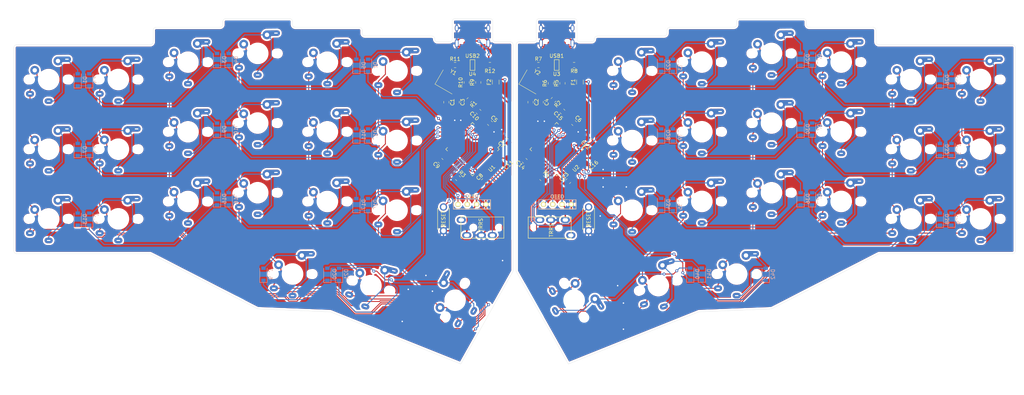
<source format=kicad_pcb>
(kicad_pcb (version 20171130) (host pcbnew "(5.1.4)-1")
  (layers (0 F.Cu signal) (31 B.Cu signal) (34 B.Paste user) (35 F.Paste user) (36 B.SilkS user) (37 F.SilkS user) (38 B.Mask user) (39 F.Mask user) (44 Edge.Cuts user))
  (net 0 "")
  (net 1 GND)
  (net 2 "Net-(C1-Pad1)")
  (net 3 GNDA)
  (net 4 "Net-(C2-Pad1)")
  (net 5 "Net-(C3-Pad1)")
  (net 6 "Net-(C4-Pad1)")
  (net 7 "Net-(C5-Pad1)")
  (net 8 "Net-(C6-Pad1)")
  (net 9 +5V)
  (net 10 +5VA)
  (net 11 "Net-(D1-Pad2)")
  (net 12 ROW0)
  (net 13 "Net-(D2-Pad2)")
  (net 14 "Net-(D3-Pad2)")
  (net 15 "Net-(D4-Pad2)")
  (net 16 "Net-(D5-Pad2)")
  (net 17 "Net-(D6-Pad2)")
  (net 18 "Net-(D7-Pad2)")
  (net 19 ROW1)
  (net 20 "Net-(D8-Pad2)")
  (net 21 "Net-(D9-Pad2)")
  (net 22 "Net-(D10-Pad2)")
  (net 23 "Net-(D11-Pad2)")
  (net 24 "Net-(D12-Pad2)")
  (net 25 "Net-(D13-Pad2)")
  (net 26 ROW3)
  (net 27 "Net-(D14-Pad2)")
  (net 28 "Net-(D15-Pad2)")
  (net 29 "Net-(D16-Pad2)")
  (net 30 "Net-(D17-Pad2)")
  (net 31 "Net-(D18-Pad2)")
  (net 32 "Net-(D19-Pad2)")
  (net 33 ROW4)
  (net 34 "Net-(D20-Pad2)")
  (net 35 "Net-(D21-Pad2)")
  (net 36 "Net-(D22-Pad2)")
  (net 37 "Net-(D23-Pad2)")
  (net 38 "Net-(D24-Pad2)")
  (net 39 "Net-(D25-Pad2)")
  (net 40 "Net-(D26-Pad2)")
  (net 41 "Net-(D27-Pad2)")
  (net 42 "Net-(D28-Pad2)")
  (net 43 ROW5)
  (net 44 "Net-(D29-Pad2)")
  (net 45 "Net-(D30-Pad2)")
  (net 46 "Net-(D31-Pad2)")
  (net 47 "Net-(D32-Pad2)")
  (net 48 "Net-(D33-Pad2)")
  (net 49 "Net-(D34-Pad2)")
  (net 50 ROW6)
  (net 51 "Net-(D35-Pad2)")
  (net 52 "Net-(D36-Pad2)")
  (net 53 "Net-(D37-Pad2)")
  (net 54 "Net-(D38-Pad2)")
  (net 55 "Net-(D39-Pad2)")
  (net 56 "Net-(D40-Pad2)")
  (net 57 ROW7)
  (net 58 "Net-(D41-Pad2)")
  (net 59 "Net-(D42-Pad2)")
  (net 60 VDD)
  (net 61 VCC)
  (net 62 "Net-(J1-PadA)")
  (net 63 DATA)
  (net 64 "Net-(J2-PadA)")
  (net 65 DATA_R)
  (net 66 COL0)
  (net 67 COL1)
  (net 68 COL2)
  (net 69 COL3)
  (net 70 COL4)
  (net 71 COL5)
  (net 72 COL6)
  (net 73 COL7)
  (net 74 COL8)
  (net 75 COL9)
  (net 76 COL10)
  (net 77 COL11)
  (net 78 SCL)
  (net 79 SDA)
  (net 80 SCL_R)
  (net 81 SDA_R)
  (net 82 "Net-(R1-Pad2)")
  (net 83 "Net-(R2-Pad2)")
  (net 84 "Net-(R3-Pad2)")
  (net 85 "Net-(R4-Pad2)")
  (net 86 "Net-(R5-Pad2)")
  (net 87 D-_R)
  (net 88 "Net-(R6-Pad2)")
  (net 89 D+_R)
  (net 90 "Net-(R7-Pad2)")
  (net 91 "Net-(R8-Pad2)")
  (net 92 "Net-(R9-Pad2)")
  (net 93 D-)
  (net 94 "Net-(R10-Pad2)")
  (net 95 D+)
  (net 96 "Net-(R11-Pad2)")
  (net 97 "Net-(R12-Pad2)")
  (net 98 "Net-(U1-Pad42)")
  (net 99 "Net-(U1-Pad32)")
  (net 100 "Net-(U1-Pad31)")
  (net 101 "Net-(U1-Pad30)")
  (net 102 "Net-(U1-Pad29)")
  (net 103 "Net-(U1-Pad28)")
  (net 104 "Net-(U1-Pad27)")
  (net 105 "Net-(U1-Pad26)")
  (net 106 "Net-(U1-Pad25)")
  (net 107 "Net-(U1-Pad22)")
  (net 108 "Net-(U1-Pad12)")
  (net 109 "Net-(U1-Pad11)")
  (net 110 "Net-(U1-Pad1)")
  (net 111 "Net-(U2-Pad42)")
  (net 112 "Net-(U2-Pad37)")
  (net 113 "Net-(U2-Pad36)")
  (net 114 "Net-(U2-Pad32)")
  (net 115 "Net-(U2-Pad31)")
  (net 116 "Net-(U2-Pad22)")
  (net 117 "Net-(U2-Pad21)")
  (net 118 "Net-(U2-Pad20)")
  (net 119 "Net-(U2-Pad19)")
  (net 120 "Net-(U2-Pad18)")
  (net 121 "Net-(U2-Pad12)")
  (net 122 "Net-(U2-Pad11)")
  (net 123 "Net-(U2-Pad1)")
  (net 124 "Net-(USB1-Pad3)")
  (net 125 "Net-(USB1-Pad9)")
  (net 126 "Net-(USB2-Pad3)")
  (net 127 "Net-(USB2-Pad9)")
  (net 128 ROW2)
  (module kbd:OLED (layer F.Cu) (at 156.718 92.075)
    (fp_text reference OL2)
    (fp_text value OLED hide)
    (fp_text user OLED (at 3.75 -2.1) (layer B.SilkS) (effects (justify mirror)))
    (fp_text user OLED (at 3.8 -2.1) (layer F.SilkS))
    (pad 4 thru_hole circle (at 7.62 0) (size 1.397 1.397) (drill 0.8128) (layers *.Cu *.Mask F.SilkS) (net 3 GNDA))
    (pad 3 thru_hole circle (at 5.08 0) (size 1.397 1.397) (drill 0.8128) (layers *.Cu *.Mask F.SilkS) (net 60 VDD))
    (pad 2 thru_hole circle (at 2.54 0) (size 1.397 1.397) (drill 0.8128) (layers *.Cu *.Mask F.SilkS) (net 80 SCL_R))
    (pad 1 thru_hole circle (at 0 0) (size 1.397 1.397) (drill 0.8128) (layers *.Cu *.Mask F.SilkS) (net 81 SDA_R))
  )
  (module kbd:OLED (layer F.Cu) (at 133.35 92.075)
    (fp_text reference OL1)
    (fp_text value OLED hide)
    (fp_text user OLED (at 3.75 -2.1) (layer B.SilkS) (effects (justify mirror)))
    (fp_text user OLED (at 3.8 -2.1) (layer F.SilkS))
    (pad 4 thru_hole circle (at 7.62 0) (size 1.397 1.397) (drill 0.8128) (layers *.Cu *.Mask F.SilkS) (net 1 GND))
    (pad 3 thru_hole circle (at 5.08 0) (size 1.397 1.397) (drill 0.8128) (layers *.Cu *.Mask F.SilkS) (net 61 VCC))
    (pad 2 thru_hole circle (at 2.54 0) (size 1.397 1.397) (drill 0.8128) (layers *.Cu *.Mask F.SilkS) (net 78 SCL))
    (pad 1 thru_hole circle (at 0 0) (size 1.397 1.397) (drill 0.8128) (layers *.Cu *.Mask F.SilkS) (net 79 SDA))
  )
  (module kbd:CherryMX_ChocV2_1.5u (layer F.Cu) (at 132.55625 118.26875 60)
    (fp_text reference MX21 hide)
    (fp_text value MX-NoLED hide)
    (pad "" np_thru_hole circle (at -5.08 0 60) (size 1.7 1.7) (drill 1.7) (layers *.Cu *.Mask))
    (pad "" np_thru_hole circle (at 5.08 0 60) (size 1.7 1.7) (drill 1.7) (layers *.Cu *.Mask))
    (pad 1 thru_hole circle (at -3.81 -2.54 60) (size 2.4 2.4) (drill 1.2) (layers *.Cu B.Mask) (net 71 COL5))
    (pad 2 thru_hole oval (at 0 5.9 60) (size 2.2 1.5) (drill oval 1 0.3) (layers *.Cu B.Mask) (net 35 "Net-(D21-Pad2)"))
    (pad "" np_thru_hole circle (at 5.5 0 150) (size 1.8 1.8) (drill 1.8) (layers *.Cu *.Mask))
    (pad "" np_thru_hole circle (at -5.5 0 150) (size 1.8 1.8) (drill 1.8) (layers *.Cu *.Mask))
    (pad "" np_thru_hole circle (at 0 0 150) (size 4.9 4.9) (drill 4.9) (layers *.Cu *.Mask))
    (pad 1 thru_hole oval (at -5.1 3.9 60) (size 2.2 1.6) (drill oval 1 0.4) (layers *.Cu B.Mask) (net 71 COL5))
    (pad 2 thru_hole oval (at 5 -5.55 60.5) (size 4.4 1.5) (drill oval 1 0.3 (offset -1.1 0)) (layers *.Cu B.Mask) (net 35 "Net-(D21-Pad2)"))
    (pad 2 thru_hole circle (at 2.54 -5.08 60) (size 2.4 2.4) (drill 1.2) (layers *.Cu B.Mask) (net 35 "Net-(D21-Pad2)"))
  )
  (module Crystal:Crystal_SMD_3225-4Pin_3.2x2.5mm_HandSoldering (layer F.Cu) (at 153.461737 58.6 330)
    (fp_text reference Y2 (at 0 -3.05 150) (layer F.SilkS))
    (fp_text value 16MHz)
    (pad 4 smd rect (at -1.45 -1.15 330) (size 2.1 1.8) (layers F.Cu F.Paste F.Mask) (net 3 GNDA))
    (pad 3 smd rect (at 1.45 -1.15 330) (size 2.1 1.8) (layers F.Cu F.Paste F.Mask) (net 6 "Net-(C4-Pad1)"))
    (pad 2 smd rect (at 1.45 1.15 330) (size 2.1 1.8) (layers F.Cu F.Paste F.Mask) (net 3 GNDA))
    (pad 1 smd rect (at -1.45 1.15 330) (size 2.1 1.8) (layers F.Cu F.Paste F.Mask) (net 4 "Net-(C2-Pad1)"))
  )
  (module Crystal:Crystal_SMD_3225-4Pin_3.2x2.5mm_HandSoldering (layer F.Cu) (at 130.53125 58.6 330)
    (fp_text reference Y1 (at 0 -3.05 150) (layer F.SilkS))
    (fp_text value 16MHz)
    (pad 1 smd rect (at -1.45 1.15 330) (size 2.1 1.8) (layers F.Cu F.Paste F.Mask) (net 2 "Net-(C1-Pad1)"))
    (pad 2 smd rect (at 1.45 1.15 330) (size 2.1 1.8) (layers F.Cu F.Paste F.Mask) (net 1 GND))
    (pad 3 smd rect (at 1.45 -1.15 330) (size 2.1 1.8) (layers F.Cu F.Paste F.Mask) (net 5 "Net-(C3-Pad1)"))
    (pad 4 smd rect (at -1.45 -1.15 330) (size 2.1 1.8) (layers F.Cu F.Paste F.Mask) (net 1 GND))
  )
  (module Type-C:HRO-TYPE-C-31-M-12-HandSoldering (layer F.Cu) (at 137.31875 41.275 180)
    (fp_text reference USB2 (at 0 -10.2) (layer F.SilkS))
    (fp_text value HRO-TYPE-C-31-M-12)
    (pad 13 thru_hole oval (at 4.32 -2.6 180) (size 1 1.6) (drill oval 0.6 1.2) (layers *.Cu B.Mask) (net 1 GND))
    (pad 13 thru_hole oval (at -4.32 -2.6 180) (size 1 1.6) (drill oval 0.6 1.2) (layers *.Cu B.Mask) (net 1 GND))
    (pad 13 thru_hole oval (at 4.32 -6.78 180) (size 1 2.1) (drill oval 0.6 1.7) (layers *.Cu B.Mask) (net 1 GND))
    (pad 13 thru_hole oval (at -4.32 -6.78 180) (size 1 2.1) (drill oval 0.6 1.7) (layers *.Cu B.Mask) (net 1 GND))
    (pad "" np_thru_hole circle (at -2.89 -6.25 180) (size 0.65 0.65) (drill 0.65) (layers *.Cu *.Mask))
    (pad "" np_thru_hole circle (at 2.89 -6.25 180) (size 0.65 0.65) (drill 0.65) (layers *.Cu *.Mask))
    (pad 6 smd rect (at -0.25 -8.195 180) (size 0.3 2.45) (layers F.Cu F.Paste F.Mask) (net 94 "Net-(R10-Pad2)"))
    (pad 7 smd rect (at 0.25 -8.195 180) (size 0.3 2.45) (layers F.Cu F.Paste F.Mask) (net 92 "Net-(R9-Pad2)"))
    (pad 8 smd rect (at 0.75 -8.195 180) (size 0.3 2.45) (layers F.Cu F.Paste F.Mask) (net 94 "Net-(R10-Pad2)"))
    (pad 5 smd rect (at -0.75 -8.195 180) (size 0.3 2.45) (layers F.Cu F.Paste F.Mask) (net 92 "Net-(R9-Pad2)"))
    (pad 9 smd rect (at 1.25 -8.195 180) (size 0.3 2.45) (layers F.Cu F.Paste F.Mask) (net 127 "Net-(USB2-Pad9)"))
    (pad 4 smd rect (at -1.25 -8.195 180) (size 0.3 2.45) (layers F.Cu F.Paste F.Mask) (net 97 "Net-(R12-Pad2)"))
    (pad 10 smd rect (at 1.75 -8.195 180) (size 0.3 2.45) (layers F.Cu F.Paste F.Mask) (net 96 "Net-(R11-Pad2)"))
    (pad 3 smd rect (at -1.75 -8.195 180) (size 0.3 2.45) (layers F.Cu F.Paste F.Mask) (net 126 "Net-(USB2-Pad3)"))
    (pad 2 smd rect (at -2.45 -8.195 180) (size 0.6 2.45) (layers F.Cu F.Paste F.Mask) (net 61 VCC))
    (pad 11 smd rect (at 2.45 -8.195 180) (size 0.6 2.45) (layers F.Cu F.Paste F.Mask) (net 61 VCC))
    (pad 1 smd rect (at -3.225 -8.195 180) (size 0.6 2.45) (layers F.Cu F.Paste F.Mask) (net 1 GND))
    (pad 12 smd rect (at 3.225 -8.195 180) (size 0.6 2.45) (layers F.Cu F.Paste F.Mask) (net 1 GND))
  )
  (module Type-C:HRO-TYPE-C-31-M-12-HandSoldering (layer F.Cu) (at 160.3375 41.275 180)
    (fp_text reference USB1 (at 0 -10.2) (layer F.SilkS))
    (fp_text value HRO-TYPE-C-31-M-12)
    (pad 13 thru_hole oval (at 4.32 -2.6 180) (size 1 1.6) (drill oval 0.6 1.2) (layers *.Cu B.Mask) (net 3 GNDA))
    (pad 13 thru_hole oval (at -4.32 -2.6 180) (size 1 1.6) (drill oval 0.6 1.2) (layers *.Cu B.Mask) (net 3 GNDA))
    (pad 13 thru_hole oval (at 4.32 -6.78 180) (size 1 2.1) (drill oval 0.6 1.7) (layers *.Cu B.Mask) (net 3 GNDA))
    (pad 13 thru_hole oval (at -4.32 -6.78 180) (size 1 2.1) (drill oval 0.6 1.7) (layers *.Cu B.Mask) (net 3 GNDA))
    (pad "" np_thru_hole circle (at -2.89 -6.25 180) (size 0.65 0.65) (drill 0.65) (layers *.Cu *.Mask))
    (pad "" np_thru_hole circle (at 2.89 -6.25 180) (size 0.65 0.65) (drill 0.65) (layers *.Cu *.Mask))
    (pad 6 smd rect (at -0.25 -8.195 180) (size 0.3 2.45) (layers F.Cu F.Paste F.Mask) (net 88 "Net-(R6-Pad2)"))
    (pad 7 smd rect (at 0.25 -8.195 180) (size 0.3 2.45) (layers F.Cu F.Paste F.Mask) (net 86 "Net-(R5-Pad2)"))
    (pad 8 smd rect (at 0.75 -8.195 180) (size 0.3 2.45) (layers F.Cu F.Paste F.Mask) (net 88 "Net-(R6-Pad2)"))
    (pad 5 smd rect (at -0.75 -8.195 180) (size 0.3 2.45) (layers F.Cu F.Paste F.Mask) (net 86 "Net-(R5-Pad2)"))
    (pad 9 smd rect (at 1.25 -8.195 180) (size 0.3 2.45) (layers F.Cu F.Paste F.Mask) (net 125 "Net-(USB1-Pad9)"))
    (pad 4 smd rect (at -1.25 -8.195 180) (size 0.3 2.45) (layers F.Cu F.Paste F.Mask) (net 91 "Net-(R8-Pad2)"))
    (pad 10 smd rect (at 1.75 -8.195 180) (size 0.3 2.45) (layers F.Cu F.Paste F.Mask) (net 90 "Net-(R7-Pad2)"))
    (pad 3 smd rect (at -1.75 -8.195 180) (size 0.3 2.45) (layers F.Cu F.Paste F.Mask) (net 124 "Net-(USB1-Pad3)"))
    (pad 2 smd rect (at -2.45 -8.195 180) (size 0.6 2.45) (layers F.Cu F.Paste F.Mask) (net 60 VDD))
    (pad 11 smd rect (at 2.45 -8.195 180) (size 0.6 2.45) (layers F.Cu F.Paste F.Mask) (net 60 VDD))
    (pad 1 smd rect (at -3.225 -8.195 180) (size 0.6 2.45) (layers F.Cu F.Paste F.Mask) (net 3 GNDA))
    (pad 12 smd rect (at 3.225 -8.195 180) (size 0.6 2.45) (layers F.Cu F.Paste F.Mask) (net 3 GNDA))
  )
  (module random-keyboard-parts:SOT143B (layer F.Cu) (at 137.31875 53.975)
    (fp_text reference U4 (at 0 2.45) (layer F.SilkS))
    (fp_text value PRTR5V0U2X)
    (pad 1 smd rect (at -1 -0.75 270) (size 1 0.7) (layers F.Cu F.Paste F.Mask) (net 1 GND))
    (pad 4 smd rect (at 1 -0.95 270) (size 0.6 0.7) (layers F.Cu F.Paste F.Mask) (net 61 VCC))
    (pad 2 smd rect (at -1 0.95 270) (size 0.6 0.7) (layers F.Cu F.Paste F.Mask) (net 94 "Net-(R10-Pad2)"))
    (pad 3 smd rect (at 1 0.95 270) (size 0.6 0.7) (layers F.Cu F.Paste F.Mask) (net 92 "Net-(R9-Pad2)"))
  )
  (module random-keyboard-parts:SOT143B (layer F.Cu) (at 160.3375 53.975)
    (fp_text reference U3 (at 0 2.45) (layer F.SilkS))
    (fp_text value PRTR5V0U2X)
    (pad 1 smd rect (at -1 -0.75 270) (size 1 0.7) (layers F.Cu F.Paste F.Mask) (net 3 GNDA))
    (pad 4 smd rect (at 1 -0.95 270) (size 0.6 0.7) (layers F.Cu F.Paste F.Mask) (net 60 VDD))
    (pad 2 smd rect (at -1 0.95 270) (size 0.6 0.7) (layers F.Cu F.Paste F.Mask) (net 88 "Net-(R6-Pad2)"))
    (pad 3 smd rect (at 1 0.95 270) (size 0.6 0.7) (layers F.Cu F.Paste F.Mask) (net 86 "Net-(R5-Pad2)"))
  )
  (module Package_QFP:TQFP-44_10x10mm_P0.8mm (layer F.Cu) (at 160.3375 76.99375 225)
    (fp_text reference U2 (at 0 -7.45 45) (layer F.SilkS))
    (fp_text value ATmega32U4-AU)
    (pad 44 smd rect (at -4 -5.7 315) (size 1.5 0.55) (layers F.Cu F.Paste F.Mask) (net 10 +5VA))
    (pad 43 smd rect (at -3.2 -5.7 315) (size 1.5 0.55) (layers F.Cu F.Paste F.Mask) (net 3 GNDA))
    (pad 42 smd rect (at -2.4 -5.7 315) (size 1.5 0.55) (layers F.Cu F.Paste F.Mask) (net 111 "Net-(U2-Pad42)"))
    (pad 41 smd rect (at -1.6 -5.7 315) (size 1.5 0.55) (layers F.Cu F.Paste F.Mask) (net 33 ROW4))
    (pad 40 smd rect (at -0.8 -5.7 315) (size 1.5 0.55) (layers F.Cu F.Paste F.Mask) (net 43 ROW5))
    (pad 39 smd rect (at 0 -5.7 315) (size 1.5 0.55) (layers F.Cu F.Paste F.Mask) (net 50 ROW6))
    (pad 38 smd rect (at 0.8 -5.7 315) (size 1.5 0.55) (layers F.Cu F.Paste F.Mask) (net 57 ROW7))
    (pad 37 smd rect (at 1.6 -5.7 315) (size 1.5 0.55) (layers F.Cu F.Paste F.Mask) (net 112 "Net-(U2-Pad37)"))
    (pad 36 smd rect (at 2.4 -5.7 315) (size 1.5 0.55) (layers F.Cu F.Paste F.Mask) (net 113 "Net-(U2-Pad36)"))
    (pad 35 smd rect (at 3.2 -5.7 315) (size 1.5 0.55) (layers F.Cu F.Paste F.Mask) (net 3 GNDA))
    (pad 34 smd rect (at 4 -5.7 315) (size 1.5 0.55) (layers F.Cu F.Paste F.Mask) (net 10 +5VA))
    (pad 33 smd rect (at 5.7 -4 225) (size 1.5 0.55) (layers F.Cu F.Paste F.Mask) (net 85 "Net-(R4-Pad2)"))
    (pad 32 smd rect (at 5.7 -3.2 225) (size 1.5 0.55) (layers F.Cu F.Paste F.Mask) (net 114 "Net-(U2-Pad32)"))
    (pad 31 smd rect (at 5.7 -2.4 225) (size 1.5 0.55) (layers F.Cu F.Paste F.Mask) (net 115 "Net-(U2-Pad31)"))
    (pad 30 smd rect (at 5.7 -1.6 225) (size 1.5 0.55) (layers F.Cu F.Paste F.Mask) (net 72 COL6))
    (pad 29 smd rect (at 5.7 -0.8 225) (size 1.5 0.55) (layers F.Cu F.Paste F.Mask) (net 73 COL7))
    (pad 28 smd rect (at 5.7 0 225) (size 1.5 0.55) (layers F.Cu F.Paste F.Mask) (net 74 COL8))
    (pad 27 smd rect (at 5.7 0.8 225) (size 1.5 0.55) (layers F.Cu F.Paste F.Mask) (net 75 COL9))
    (pad 26 smd rect (at 5.7 1.6 225) (size 1.5 0.55) (layers F.Cu F.Paste F.Mask) (net 76 COL10))
    (pad 25 smd rect (at 5.7 2.4 225) (size 1.5 0.55) (layers F.Cu F.Paste F.Mask) (net 77 COL11))
    (pad 24 smd rect (at 5.7 3.2 225) (size 1.5 0.55) (layers F.Cu F.Paste F.Mask) (net 10 +5VA))
    (pad 23 smd rect (at 5.7 4 225) (size 1.5 0.55) (layers F.Cu F.Paste F.Mask) (net 3 GNDA))
    (pad 22 smd rect (at 4 5.7 315) (size 1.5 0.55) (layers F.Cu F.Paste F.Mask) (net 116 "Net-(U2-Pad22)"))
    (pad 21 smd rect (at 3.2 5.7 315) (size 1.5 0.55) (layers F.Cu F.Paste F.Mask) (net 117 "Net-(U2-Pad21)"))
    (pad 20 smd rect (at 2.4 5.7 315) (size 1.5 0.55) (layers F.Cu F.Paste F.Mask) (net 118 "Net-(U2-Pad20)"))
    (pad 19 smd rect (at 1.6 5.7 315) (size 1.5 0.55) (layers F.Cu F.Paste F.Mask) (net 119 "Net-(U2-Pad19)"))
    (pad 18 smd rect (at 0.8 5.7 315) (size 1.5 0.55) (layers F.Cu F.Paste F.Mask) (net 120 "Net-(U2-Pad18)"))
    (pad 17 smd rect (at 0 5.7 315) (size 1.5 0.55) (layers F.Cu F.Paste F.Mask) (net 4 "Net-(C2-Pad1)"))
    (pad 16 smd rect (at -0.8 5.7 315) (size 1.5 0.55) (layers F.Cu F.Paste F.Mask) (net 6 "Net-(C4-Pad1)"))
    (pad 15 smd rect (at -1.6 5.7 315) (size 1.5 0.55) (layers F.Cu F.Paste F.Mask) (net 3 GNDA))
    (pad 14 smd rect (at -2.4 5.7 315) (size 1.5 0.55) (layers F.Cu F.Paste F.Mask) (net 10 +5VA))
    (pad 13 smd rect (at -3.2 5.7 315) (size 1.5 0.55) (layers F.Cu F.Paste F.Mask) (net 83 "Net-(R2-Pad2)"))
    (pad 12 smd rect (at -4 5.7 315) (size 1.5 0.55) (layers F.Cu F.Paste F.Mask) (net 121 "Net-(U2-Pad12)"))
    (pad 11 smd rect (at -5.7 4 225) (size 1.5 0.55) (layers F.Cu F.Paste F.Mask) (net 122 "Net-(U2-Pad11)"))
    (pad 10 smd rect (at -5.7 3.2 225) (size 1.5 0.55) (layers F.Cu F.Paste F.Mask) (net 65 DATA_R))
    (pad 9 smd rect (at -5.7 2.4 225) (size 1.5 0.55) (layers F.Cu F.Paste F.Mask) (net 81 SDA_R))
    (pad 8 smd rect (at -5.7 1.6 225) (size 1.5 0.55) (layers F.Cu F.Paste F.Mask) (net 80 SCL_R))
    (pad 7 smd rect (at -5.7 0.8 225) (size 1.5 0.55) (layers F.Cu F.Paste F.Mask) (net 10 +5VA))
    (pad 6 smd rect (at -5.7 0 225) (size 1.5 0.55) (layers F.Cu F.Paste F.Mask) (net 8 "Net-(C6-Pad1)"))
    (pad 5 smd rect (at -5.7 -0.8 225) (size 1.5 0.55) (layers F.Cu F.Paste F.Mask) (net 3 GNDA))
    (pad 4 smd rect (at -5.7 -1.6 225) (size 1.5 0.55) (layers F.Cu F.Paste F.Mask) (net 89 D+_R))
    (pad 3 smd rect (at -5.7 -2.4 225) (size 1.5 0.55) (layers F.Cu F.Paste F.Mask) (net 87 D-_R))
    (pad 2 smd rect (at -5.7 -3.2 225) (size 1.5 0.55) (layers F.Cu F.Paste F.Mask) (net 10 +5VA))
    (pad 1 smd rect (at -5.7 -4 225) (size 1.5 0.55) (layers F.Cu F.Paste F.Mask) (net 123 "Net-(U2-Pad1)"))
  )
  (module Package_QFP:TQFP-44_10x10mm_P0.8mm (layer F.Cu) (at 137.31875 76.99375 225)
    (fp_text reference U1 (at 0 -7.45 45) (layer F.SilkS))
    (fp_text value ATmega32U4-AU)
    (pad 1 smd rect (at -5.7 -4 225) (size 1.5 0.55) (layers F.Cu F.Paste F.Mask) (net 110 "Net-(U1-Pad1)"))
    (pad 2 smd rect (at -5.7 -3.2 225) (size 1.5 0.55) (layers F.Cu F.Paste F.Mask) (net 9 +5V))
    (pad 3 smd rect (at -5.7 -2.4 225) (size 1.5 0.55) (layers F.Cu F.Paste F.Mask) (net 93 D-))
    (pad 4 smd rect (at -5.7 -1.6 225) (size 1.5 0.55) (layers F.Cu F.Paste F.Mask) (net 95 D+))
    (pad 5 smd rect (at -5.7 -0.8 225) (size 1.5 0.55) (layers F.Cu F.Paste F.Mask) (net 1 GND))
    (pad 6 smd rect (at -5.7 0 225) (size 1.5 0.55) (layers F.Cu F.Paste F.Mask) (net 7 "Net-(C5-Pad1)"))
    (pad 7 smd rect (at -5.7 0.8 225) (size 1.5 0.55) (layers F.Cu F.Paste F.Mask) (net 9 +5V))
    (pad 8 smd rect (at -5.7 1.6 225) (size 1.5 0.55) (layers F.Cu F.Paste F.Mask) (net 78 SCL))
    (pad 9 smd rect (at -5.7 2.4 225) (size 1.5 0.55) (layers F.Cu F.Paste F.Mask) (net 79 SDA))
    (pad 10 smd rect (at -5.7 3.2 225) (size 1.5 0.55) (layers F.Cu F.Paste F.Mask) (net 63 DATA))
    (pad 11 smd rect (at -5.7 4 225) (size 1.5 0.55) (layers F.Cu F.Paste F.Mask) (net 109 "Net-(U1-Pad11)"))
    (pad 12 smd rect (at -4 5.7 315) (size 1.5 0.55) (layers F.Cu F.Paste F.Mask) (net 108 "Net-(U1-Pad12)"))
    (pad 13 smd rect (at -3.2 5.7 315) (size 1.5 0.55) (layers F.Cu F.Paste F.Mask) (net 82 "Net-(R1-Pad2)"))
    (pad 14 smd rect (at -2.4 5.7 315) (size 1.5 0.55) (layers F.Cu F.Paste F.Mask) (net 9 +5V))
    (pad 15 smd rect (at -1.6 5.7 315) (size 1.5 0.55) (layers F.Cu F.Paste F.Mask) (net 1 GND))
    (pad 16 smd rect (at -0.8 5.7 315) (size 1.5 0.55) (layers F.Cu F.Paste F.Mask) (net 5 "Net-(C3-Pad1)"))
    (pad 17 smd rect (at 0 5.7 315) (size 1.5 0.55) (layers F.Cu F.Paste F.Mask) (net 2 "Net-(C1-Pad1)"))
    (pad 18 smd rect (at 0.8 5.7 315) (size 1.5 0.55) (layers F.Cu F.Paste F.Mask) (net 12 ROW0))
    (pad 19 smd rect (at 1.6 5.7 315) (size 1.5 0.55) (layers F.Cu F.Paste F.Mask) (net 19 ROW1))
    (pad 20 smd rect (at 2.4 5.7 315) (size 1.5 0.55) (layers F.Cu F.Paste F.Mask) (net 128 ROW2))
    (pad 21 smd rect (at 3.2 5.7 315) (size 1.5 0.55) (layers F.Cu F.Paste F.Mask) (net 26 ROW3))
    (pad 22 smd rect (at 4 5.7 315) (size 1.5 0.55) (layers F.Cu F.Paste F.Mask) (net 107 "Net-(U1-Pad22)"))
    (pad 23 smd rect (at 5.7 4 225) (size 1.5 0.55) (layers F.Cu F.Paste F.Mask) (net 1 GND))
    (pad 24 smd rect (at 5.7 3.2 225) (size 1.5 0.55) (layers F.Cu F.Paste F.Mask) (net 9 +5V))
    (pad 25 smd rect (at 5.7 2.4 225) (size 1.5 0.55) (layers F.Cu F.Paste F.Mask) (net 106 "Net-(U1-Pad25)"))
    (pad 26 smd rect (at 5.7 1.6 225) (size 1.5 0.55) (layers F.Cu F.Paste F.Mask) (net 105 "Net-(U1-Pad26)"))
    (pad 27 smd rect (at 5.7 0.8 225) (size 1.5 0.55) (layers F.Cu F.Paste F.Mask) (net 104 "Net-(U1-Pad27)"))
    (pad 28 smd rect (at 5.7 0 225) (size 1.5 0.55) (layers F.Cu F.Paste F.Mask) (net 103 "Net-(U1-Pad28)"))
    (pad 29 smd rect (at 5.7 -0.8 225) (size 1.5 0.55) (layers F.Cu F.Paste F.Mask) (net 102 "Net-(U1-Pad29)"))
    (pad 30 smd rect (at 5.7 -1.6 225) (size 1.5 0.55) (layers F.Cu F.Paste F.Mask) (net 101 "Net-(U1-Pad30)"))
    (pad 31 smd rect (at 5.7 -2.4 225) (size 1.5 0.55) (layers F.Cu F.Paste F.Mask) (net 100 "Net-(U1-Pad31)"))
    (pad 32 smd rect (at 5.7 -3.2 225) (size 1.5 0.55) (layers F.Cu F.Paste F.Mask) (net 99 "Net-(U1-Pad32)"))
    (pad 33 smd rect (at 5.7 -4 225) (size 1.5 0.55) (layers F.Cu F.Paste F.Mask) (net 84 "Net-(R3-Pad2)"))
    (pad 34 smd rect (at 4 -5.7 315) (size 1.5 0.55) (layers F.Cu F.Paste F.Mask) (net 9 +5V))
    (pad 35 smd rect (at 3.2 -5.7 315) (size 1.5 0.55) (layers F.Cu F.Paste F.Mask) (net 1 GND))
    (pad 36 smd rect (at 2.4 -5.7 315) (size 1.5 0.55) (layers F.Cu F.Paste F.Mask) (net 71 COL5))
    (pad 37 smd rect (at 1.6 -5.7 315) (size 1.5 0.55) (layers F.Cu F.Paste F.Mask) (net 70 COL4))
    (pad 38 smd rect (at 0.8 -5.7 315) (size 1.5 0.55) (layers F.Cu F.Paste F.Mask) (net 69 COL3))
    (pad 39 smd rect (at 0 -5.7 315) (size 1.5 0.55) (layers F.Cu F.Paste F.Mask) (net 68 COL2))
    (pad 40 smd rect (at -0.8 -5.7 315) (size 1.5 0.55) (layers F.Cu F.Paste F.Mask) (net 67 COL1))
    (pad 41 smd rect (at -1.6 -5.7 315) (size 1.5 0.55) (layers F.Cu F.Paste F.Mask) (net 66 COL0))
    (pad 42 smd rect (at -2.4 -5.7 315) (size 1.5 0.55) (layers F.Cu F.Paste F.Mask) (net 98 "Net-(U1-Pad42)"))
    (pad 43 smd rect (at -3.2 -5.7 315) (size 1.5 0.55) (layers F.Cu F.Paste F.Mask) (net 1 GND))
    (pad 44 smd rect (at -4 -5.7 315) (size 1.5 0.55) (layers F.Cu F.Paste F.Mask) (net 9 +5V))
  )
  (module kbd:ResetSW_1side (layer F.Cu) (at 169.06875 96.04375 270)
    (fp_text reference SW2 hide)
    (fp_text value SW_Push)
    (fp_text user RESET (at 0 0 90) (layer F.SilkS))
    (pad 2 thru_hole circle (at -3.25 0 270) (size 2 2) (drill 1.3) (layers *.Cu B.Mask) (net 83 "Net-(R2-Pad2)"))
    (pad 1 thru_hole circle (at 3.25 0 270) (size 2 2) (drill 1.3) (layers *.Cu B.Mask) (net 3 GNDA))
  )
  (module kbd:ResetSW_1side (layer F.Cu) (at 129.38125 96.04375 270)
    (fp_text reference SW1 hide)
    (fp_text value SW_Push)
    (fp_text user RESET (at 0 0 90) (layer F.SilkS))
    (pad 2 thru_hole circle (at -3.25 0 270) (size 2 2) (drill 1.3) (layers *.Cu B.Mask) (net 82 "Net-(R1-Pad2)"))
    (pad 1 thru_hole circle (at 3.25 0 270) (size 2 2) (drill 1.3) (layers *.Cu B.Mask) (net 1 GND))
  )
  (module Resistor_SMD:R_0805_2012Metric_Pad1.15x1.40mm_HandSolder (layer F.Cu) (at 142.08125 53.975 180)
    (fp_text reference R12 (at 0 -1.65) (layer F.SilkS))
    (fp_text value 5.1k)
    (pad 2 smd roundrect (at 1.025 0 180) (size 1.15 1.4) (layers F.Cu F.Paste F.Mask) (roundrect_rratio 0.217391) (net 97 "Net-(R12-Pad2)"))
    (pad 1 smd roundrect (at -1.025 0 180) (size 1.15 1.4) (layers F.Cu F.Paste F.Mask) (roundrect_rratio 0.217391) (net 1 GND))
  )
  (module Resistor_SMD:R_0805_2012Metric_Pad1.15x1.40mm_HandSolder (layer F.Cu) (at 132.55625 53.975)
    (fp_text reference R11 (at 0 -1.65) (layer F.SilkS))
    (fp_text value 5.1k)
    (pad 2 smd roundrect (at 1.025 0) (size 1.15 1.4) (layers F.Cu F.Paste F.Mask) (roundrect_rratio 0.217391) (net 96 "Net-(R11-Pad2)"))
    (pad 1 smd roundrect (at -1.025 0) (size 1.15 1.4) (layers F.Cu F.Paste F.Mask) (roundrect_rratio 0.217391) (net 1 GND))
  )
  (module Resistor_SMD:R_0805_2012Metric_Pad1.15x1.40mm_HandSolder (layer F.Cu) (at 135.73125 58.7375 90)
    (fp_text reference R10 (at 0 -1.65 90) (layer F.SilkS))
    (fp_text value 22)
    (pad 2 smd roundrect (at 1.025 0 90) (size 1.15 1.4) (layers F.Cu F.Paste F.Mask) (roundrect_rratio 0.217391) (net 94 "Net-(R10-Pad2)"))
    (pad 1 smd roundrect (at -1.025 0 90) (size 1.15 1.4) (layers F.Cu F.Paste F.Mask) (roundrect_rratio 0.217391) (net 95 D+))
  )
  (module Resistor_SMD:R_0805_2012Metric_Pad1.15x1.40mm_HandSolder (layer F.Cu) (at 138.90625 58.7375 90)
    (fp_text reference R9 (at 0 -1.65 90) (layer F.SilkS))
    (fp_text value 22)
    (pad 2 smd roundrect (at 1.025 0 90) (size 1.15 1.4) (layers F.Cu F.Paste F.Mask) (roundrect_rratio 0.217391) (net 92 "Net-(R9-Pad2)"))
    (pad 1 smd roundrect (at -1.025 0 90) (size 1.15 1.4) (layers F.Cu F.Paste F.Mask) (roundrect_rratio 0.217391) (net 93 D-))
  )
  (module Resistor_SMD:R_0805_2012Metric_Pad1.15x1.40mm_HandSolder (layer F.Cu) (at 165.1 53.975 180)
    (fp_text reference R8 (at 0 -1.65) (layer F.SilkS))
    (fp_text value 5.1k)
    (pad 2 smd roundrect (at 1.025 0 180) (size 1.15 1.4) (layers F.Cu F.Paste F.Mask) (roundrect_rratio 0.217391) (net 91 "Net-(R8-Pad2)"))
    (pad 1 smd roundrect (at -1.025 0 180) (size 1.15 1.4) (layers F.Cu F.Paste F.Mask) (roundrect_rratio 0.217391) (net 3 GNDA))
  )
  (module Resistor_SMD:R_0805_2012Metric_Pad1.15x1.40mm_HandSolder (layer F.Cu) (at 155.34375 53.975)
    (fp_text reference R7 (at 0 -1.65) (layer F.SilkS))
    (fp_text value 5.1k)
    (pad 2 smd roundrect (at 1.025 0) (size 1.15 1.4) (layers F.Cu F.Paste F.Mask) (roundrect_rratio 0.217391) (net 90 "Net-(R7-Pad2)"))
    (pad 1 smd roundrect (at -1.025 0) (size 1.15 1.4) (layers F.Cu F.Paste F.Mask) (roundrect_rratio 0.217391) (net 3 GNDA))
  )
  (module Resistor_SMD:R_0805_2012Metric_Pad1.15x1.40mm_HandSolder (layer F.Cu) (at 158.75 58.96875 90)
    (fp_text reference R6 (at 0 -1.65 90) (layer F.SilkS))
    (fp_text value 22)
    (pad 2 smd roundrect (at 1.025 0 90) (size 1.15 1.4) (layers F.Cu F.Paste F.Mask) (roundrect_rratio 0.217391) (net 88 "Net-(R6-Pad2)"))
    (pad 1 smd roundrect (at -1.025 0 90) (size 1.15 1.4) (layers F.Cu F.Paste F.Mask) (roundrect_rratio 0.217391) (net 89 D+_R))
  )
  (module Resistor_SMD:R_0805_2012Metric_Pad1.15x1.40mm_HandSolder (layer F.Cu) (at 161.925 58.96875 90)
    (fp_text reference R5 (at 0 -1.65 90) (layer F.SilkS))
    (fp_text value 22)
    (pad 2 smd roundrect (at 1.025 0 90) (size 1.15 1.4) (layers F.Cu F.Paste F.Mask) (roundrect_rratio 0.217391) (net 86 "Net-(R5-Pad2)"))
    (pad 1 smd roundrect (at -1.025 0 90) (size 1.15 1.4) (layers F.Cu F.Paste F.Mask) (roundrect_rratio 0.217391) (net 87 D-_R))
  )
  (module Resistor_SMD:R_0805_2012Metric_Pad1.15x1.40mm_HandSolder (layer F.Cu) (at 156.36875 84.93125 315)
    (fp_text reference R4 (at 0 -1.65 135) (layer F.SilkS))
    (fp_text value 10k)
    (pad 2 smd roundrect (at 1.025 0 315) (size 1.15 1.4) (layers F.Cu F.Paste F.Mask) (roundrect_rratio 0.217391) (net 85 "Net-(R4-Pad2)"))
    (pad 1 smd roundrect (at -1.025 0 315) (size 1.15 1.4) (layers F.Cu F.Paste F.Mask) (roundrect_rratio 0.217391) (net 3 GNDA))
  )
  (module Resistor_SMD:R_0805_2012Metric_Pad1.15x1.40mm_HandSolder (layer F.Cu) (at 133.35 84.93125 315)
    (fp_text reference R3 (at 0 -1.65 135) (layer F.SilkS))
    (fp_text value 10k)
    (pad 2 smd roundrect (at 1.025 0 315) (size 1.15 1.4) (layers F.Cu F.Paste F.Mask) (roundrect_rratio 0.217391) (net 84 "Net-(R3-Pad2)"))
    (pad 1 smd roundrect (at -1.025 0 315) (size 1.15 1.4) (layers F.Cu F.Paste F.Mask) (roundrect_rratio 0.217391) (net 1 GND))
  )
  (module Resistor_SMD:R_0805_2012Metric_Pad1.15x1.40mm_HandSolder (layer F.Cu) (at 159.474784 63.5 225)
    (fp_text reference R2 (at 0 -1.65 45) (layer F.SilkS))
    (fp_text value 10k)
    (pad 2 smd roundrect (at 1.025 0 225) (size 1.15 1.4) (layers F.Cu F.Paste F.Mask) (roundrect_rratio 0.217391) (net 83 "Net-(R2-Pad2)"))
    (pad 1 smd roundrect (at -1.025 0 225) (size 1.15 1.4) (layers F.Cu F.Paste F.Mask) (roundrect_rratio 0.217391) (net 10 +5VA))
  )
  (module Resistor_SMD:R_0805_2012Metric_Pad1.15x1.40mm_HandSolder (layer F.Cu) (at 136.456034 63.568966 225)
    (fp_text reference R1 (at 0 -1.65 45) (layer F.SilkS))
    (fp_text value 10k)
    (pad 2 smd roundrect (at 1.025 0 225) (size 1.15 1.4) (layers F.Cu F.Paste F.Mask) (roundrect_rratio 0.217391) (net 82 "Net-(R1-Pad2)"))
    (pad 1 smd roundrect (at -1.025 0 225) (size 1.15 1.4) (layers F.Cu F.Paste F.Mask) (roundrect_rratio 0.217391) (net 9 +5V))
  )
  (module kbd:CherryMX_ChocV2_1u (layer F.Cu) (at 209.55 111.125)
    (fp_text reference MX42 hide)
    (fp_text value MX-NoLED hide)
    (pad "" np_thru_hole circle (at -5.08 0) (size 1.7 1.7) (drill 1.7) (layers *.Cu *.Mask))
    (pad "" np_thru_hole circle (at 5.08 0) (size 1.7 1.7) (drill 1.7) (layers *.Cu *.Mask))
    (pad 1 thru_hole circle (at -3.81 -2.54) (size 2.4 2.4) (drill 1.2) (layers *.Cu B.Mask) (net 74 COL8))
    (pad 2 thru_hole oval (at 0 5.9) (size 2.2 1.5) (drill oval 1 0.3) (layers *.Cu B.Mask) (net 59 "Net-(D42-Pad2)"))
    (pad "" np_thru_hole circle (at 5.5 0 90) (size 1.8 1.8) (drill 1.8) (layers *.Cu *.Mask))
    (pad "" np_thru_hole circle (at -5.5 0 90) (size 1.8 1.8) (drill 1.8) (layers *.Cu *.Mask))
    (pad "" np_thru_hole circle (at 0 0 90) (size 4.9 4.9) (drill 4.9) (layers *.Cu *.Mask))
    (pad 1 thru_hole oval (at -5.1 3.9) (size 2.2 1.6) (drill oval 1 0.4) (layers *.Cu B.Mask) (net 74 COL8))
    (pad 2 thru_hole oval (at 5 -5.55 0.5) (size 4.4 1.5) (drill oval 1 0.3 (offset -1.1 0)) (layers *.Cu B.Mask) (net 59 "Net-(D42-Pad2)"))
    (pad 2 thru_hole circle (at 2.54 -5.08) (size 2.4 2.4) (drill 1.2) (layers *.Cu B.Mask) (net 59 "Net-(D42-Pad2)"))
  )
  (module kbd:CherryMX_ChocV2_1u (layer F.Cu) (at 188.11875 114.3 15)
    (fp_text reference MX41 hide)
    (fp_text value MX-NoLED hide)
    (pad "" np_thru_hole circle (at -5.08 0 15) (size 1.7 1.7) (drill 1.7) (layers *.Cu *.Mask))
    (pad "" np_thru_hole circle (at 5.08 0 15) (size 1.7 1.7) (drill 1.7) (layers *.Cu *.Mask))
    (pad 1 thru_hole circle (at -3.81 -2.54 15) (size 2.4 2.4) (drill 1.2) (layers *.Cu B.Mask) (net 73 COL7))
    (pad 2 thru_hole oval (at 0 5.9 15) (size 2.2 1.5) (drill oval 1 0.3) (layers *.Cu B.Mask) (net 58 "Net-(D41-Pad2)"))
    (pad "" np_thru_hole circle (at 5.5 0 105) (size 1.8 1.8) (drill 1.8) (layers *.Cu *.Mask))
    (pad "" np_thru_hole circle (at -5.5 0 105) (size 1.8 1.8) (drill 1.8) (layers *.Cu *.Mask))
    (pad "" np_thru_hole circle (at 0 0 105) (size 4.9 4.9) (drill 4.9) (layers *.Cu *.Mask))
    (pad 1 thru_hole oval (at -5.1 3.9 15) (size 2.2 1.6) (drill oval 1 0.4) (layers *.Cu B.Mask) (net 73 COL7))
    (pad 2 thru_hole oval (at 5 -5.55 15.5) (size 4.4 1.5) (drill oval 1 0.3 (offset -1.1 0)) (layers *.Cu B.Mask) (net 58 "Net-(D41-Pad2)"))
    (pad 2 thru_hole circle (at 2.54 -5.08 15) (size 2.4 2.4) (drill 1.2) (layers *.Cu B.Mask) (net 58 "Net-(D41-Pad2)"))
  )
  (module kbd:CherryMX_ChocV2_1.5u (layer F.Cu) (at 165.1 118.26875 300)
    (fp_text reference MX40 hide)
    (fp_text value MX-NoLED hide)
    (pad "" np_thru_hole circle (at -5.08 0 300) (size 1.7 1.7) (drill 1.7) (layers *.Cu *.Mask))
    (pad "" np_thru_hole circle (at 5.08 0 300) (size 1.7 1.7) (drill 1.7) (layers *.Cu *.Mask))
    (pad 1 thru_hole circle (at -3.81 -2.54 300) (size 2.4 2.4) (drill 1.2) (layers *.Cu B.Mask) (net 72 COL6))
    (pad 2 thru_hole oval (at 0 5.9 300) (size 2.2 1.5) (drill oval 1 0.3) (layers *.Cu B.Mask) (net 56 "Net-(D40-Pad2)"))
    (pad "" np_thru_hole circle (at 5.5 0 30) (size 1.8 1.8) (drill 1.8) (layers *.Cu *.Mask))
    (pad "" np_thru_hole circle (at -5.5 0 30) (size 1.8 1.8) (drill 1.8) (layers *.Cu *.Mask))
    (pad "" np_thru_hole circle (at 0 0 30) (size 4.9 4.9) (drill 4.9) (layers *.Cu *.Mask))
    (pad 1 thru_hole oval (at -5.1 3.9 300) (size 2.2 1.6) (drill oval 1 0.4) (layers *.Cu B.Mask) (net 72 COL6))
    (pad 2 thru_hole oval (at 5 -5.55 300.5) (size 4.4 1.5) (drill oval 1 0.3 (offset -1.1 0)) (layers *.Cu B.Mask) (net 56 "Net-(D40-Pad2)"))
    (pad 2 thru_hole circle (at 2.54 -5.08 300) (size 2.4 2.4) (drill 1.2) (layers *.Cu B.Mask) (net 56 "Net-(D40-Pad2)"))
  )
  (module kbd:CherryMX_ChocV2_1u (layer F.Cu) (at 276.225 96.04375)
    (fp_text reference MX39 hide)
    (fp_text value MX-NoLED hide)
    (pad "" np_thru_hole circle (at -5.08 0) (size 1.7 1.7) (drill 1.7) (layers *.Cu *.Mask))
    (pad "" np_thru_hole circle (at 5.08 0) (size 1.7 1.7) (drill 1.7) (layers *.Cu *.Mask))
    (pad 1 thru_hole circle (at -3.81 -2.54) (size 2.4 2.4) (drill 1.2) (layers *.Cu B.Mask) (net 77 COL11))
    (pad 2 thru_hole oval (at 0 5.9) (size 2.2 1.5) (drill oval 1 0.3) (layers *.Cu B.Mask) (net 55 "Net-(D39-Pad2)"))
    (pad "" np_thru_hole circle (at 5.5 0 90) (size 1.8 1.8) (drill 1.8) (layers *.Cu *.Mask))
    (pad "" np_thru_hole circle (at -5.5 0 90) (size 1.8 1.8) (drill 1.8) (layers *.Cu *.Mask))
    (pad "" np_thru_hole circle (at 0 0 90) (size 4.9 4.9) (drill 4.9) (layers *.Cu *.Mask))
    (pad 1 thru_hole oval (at -5.1 3.9) (size 2.2 1.6) (drill oval 1 0.4) (layers *.Cu B.Mask) (net 77 COL11))
    (pad 2 thru_hole oval (at 5 -5.55 0.5) (size 4.4 1.5) (drill oval 1 0.3 (offset -1.1 0)) (layers *.Cu B.Mask) (net 55 "Net-(D39-Pad2)"))
    (pad 2 thru_hole circle (at 2.54 -5.08) (size 2.4 2.4) (drill 1.2) (layers *.Cu B.Mask) (net 55 "Net-(D39-Pad2)"))
  )
  (module kbd:CherryMX_ChocV2_1u (layer F.Cu) (at 257.175 96.04375)
    (fp_text reference MX38 hide)
    (fp_text value MX-NoLED hide)
    (pad "" np_thru_hole circle (at -5.08 0) (size 1.7 1.7) (drill 1.7) (layers *.Cu *.Mask))
    (pad "" np_thru_hole circle (at 5.08 0) (size 1.7 1.7) (drill 1.7) (layers *.Cu *.Mask))
    (pad 1 thru_hole circle (at -3.81 -2.54) (size 2.4 2.4) (drill 1.2) (layers *.Cu B.Mask) (net 76 COL10))
    (pad 2 thru_hole oval (at 0 5.9) (size 2.2 1.5) (drill oval 1 0.3) (layers *.Cu B.Mask) (net 54 "Net-(D38-Pad2)"))
    (pad "" np_thru_hole circle (at 5.5 0 90) (size 1.8 1.8) (drill 1.8) (layers *.Cu *.Mask))
    (pad "" np_thru_hole circle (at -5.5 0 90) (size 1.8 1.8) (drill 1.8) (layers *.Cu *.Mask))
    (pad "" np_thru_hole circle (at 0 0 90) (size 4.9 4.9) (drill 4.9) (layers *.Cu *.Mask))
    (pad 1 thru_hole oval (at -5.1 3.9) (size 2.2 1.6) (drill oval 1 0.4) (layers *.Cu B.Mask) (net 76 COL10))
    (pad 2 thru_hole oval (at 5 -5.55 0.5) (size 4.4 1.5) (drill oval 1 0.3 (offset -1.1 0)) (layers *.Cu B.Mask) (net 54 "Net-(D38-Pad2)"))
    (pad 2 thru_hole circle (at 2.54 -5.08) (size 2.4 2.4) (drill 1.2) (layers *.Cu B.Mask) (net 54 "Net-(D38-Pad2)"))
  )
  (module kbd:CherryMX_ChocV2_1u (layer F.Cu) (at 238.125 91.28125)
    (fp_text reference MX37 hide)
    (fp_text value MX-NoLED hide)
    (pad "" np_thru_hole circle (at -5.08 0) (size 1.7 1.7) (drill 1.7) (layers *.Cu *.Mask))
    (pad "" np_thru_hole circle (at 5.08 0) (size 1.7 1.7) (drill 1.7) (layers *.Cu *.Mask))
    (pad 1 thru_hole circle (at -3.81 -2.54) (size 2.4 2.4) (drill 1.2) (layers *.Cu B.Mask) (net 75 COL9))
    (pad 2 thru_hole oval (at 0 5.9) (size 2.2 1.5) (drill oval 1 0.3) (layers *.Cu B.Mask) (net 53 "Net-(D37-Pad2)"))
    (pad "" np_thru_hole circle (at 5.5 0 90) (size 1.8 1.8) (drill 1.8) (layers *.Cu *.Mask))
    (pad "" np_thru_hole circle (at -5.5 0 90) (size 1.8 1.8) (drill 1.8) (layers *.Cu *.Mask))
    (pad "" np_thru_hole circle (at 0 0 90) (size 4.9 4.9) (drill 4.9) (layers *.Cu *.Mask))
    (pad 1 thru_hole oval (at -5.1 3.9) (size 2.2 1.6) (drill oval 1 0.4) (layers *.Cu B.Mask) (net 75 COL9))
    (pad 2 thru_hole oval (at 5 -5.55 0.5) (size 4.4 1.5) (drill oval 1 0.3 (offset -1.1 0)) (layers *.Cu B.Mask) (net 53 "Net-(D37-Pad2)"))
    (pad 2 thru_hole circle (at 2.54 -5.08) (size 2.4 2.4) (drill 1.2) (layers *.Cu B.Mask) (net 53 "Net-(D37-Pad2)"))
  )
  (module kbd:CherryMX_ChocV2_1u (layer F.Cu) (at 219.075 88.9)
    (fp_text reference MX36 hide)
    (fp_text value MX-NoLED hide)
    (pad "" np_thru_hole circle (at -5.08 0) (size 1.7 1.7) (drill 1.7) (layers *.Cu *.Mask))
    (pad "" np_thru_hole circle (at 5.08 0) (size 1.7 1.7) (drill 1.7) (layers *.Cu *.Mask))
    (pad 1 thru_hole circle (at -3.81 -2.54) (size 2.4 2.4) (drill 1.2) (layers *.Cu B.Mask) (net 74 COL8))
    (pad 2 thru_hole oval (at 0 5.9) (size 2.2 1.5) (drill oval 1 0.3) (layers *.Cu B.Mask) (net 52 "Net-(D36-Pad2)"))
    (pad "" np_thru_hole circle (at 5.5 0 90) (size 1.8 1.8) (drill 1.8) (layers *.Cu *.Mask))
    (pad "" np_thru_hole circle (at -5.5 0 90) (size 1.8 1.8) (drill 1.8) (layers *.Cu *.Mask))
    (pad "" np_thru_hole circle (at 0 0 90) (size 4.9 4.9) (drill 4.9) (layers *.Cu *.Mask))
    (pad 1 thru_hole oval (at -5.1 3.9) (size 2.2 1.6) (drill oval 1 0.4) (layers *.Cu B.Mask) (net 74 COL8))
    (pad 2 thru_hole oval (at 5 -5.55 0.5) (size 4.4 1.5) (drill oval 1 0.3 (offset -1.1 0)) (layers *.Cu B.Mask) (net 52 "Net-(D36-Pad2)"))
    (pad 2 thru_hole circle (at 2.54 -5.08) (size 2.4 2.4) (drill 1.2) (layers *.Cu B.Mask) (net 52 "Net-(D36-Pad2)"))
  )
  (module kbd:CherryMX_ChocV2_1u (layer F.Cu) (at 200.025 91.28125)
    (fp_text reference MX35 hide)
    (fp_text value MX-NoLED hide)
    (pad "" np_thru_hole circle (at -5.08 0) (size 1.7 1.7) (drill 1.7) (layers *.Cu *.Mask))
    (pad "" np_thru_hole circle (at 5.08 0) (size 1.7 1.7) (drill 1.7) (layers *.Cu *.Mask))
    (pad 1 thru_hole circle (at -3.81 -2.54) (size 2.4 2.4) (drill 1.2) (layers *.Cu B.Mask) (net 73 COL7))
    (pad 2 thru_hole oval (at 0 5.9) (size 2.2 1.5) (drill oval 1 0.3) (layers *.Cu B.Mask) (net 51 "Net-(D35-Pad2)"))
    (pad "" np_thru_hole circle (at 5.5 0 90) (size 1.8 1.8) (drill 1.8) (layers *.Cu *.Mask))
    (pad "" np_thru_hole circle (at -5.5 0 90) (size 1.8 1.8) (drill 1.8) (layers *.Cu *.Mask))
    (pad "" np_thru_hole circle (at 0 0 90) (size 4.9 4.9) (drill 4.9) (layers *.Cu *.Mask))
    (pad 1 thru_hole oval (at -5.1 3.9) (size 2.2 1.6) (drill oval 1 0.4) (layers *.Cu B.Mask) (net 73 COL7))
    (pad 2 thru_hole oval (at 5 -5.55 0.5) (size 4.4 1.5) (drill oval 1 0.3 (offset -1.1 0)) (layers *.Cu B.Mask) (net 51 "Net-(D35-Pad2)"))
    (pad 2 thru_hole circle (at 2.54 -5.08) (size 2.4 2.4) (drill 1.2) (layers *.Cu B.Mask) (net 51 "Net-(D35-Pad2)"))
  )
  (module kbd:CherryMX_ChocV2_1u (layer F.Cu) (at 180.975 93.6625)
    (fp_text reference MX34 hide)
    (fp_text value MX-NoLED hide)
    (pad "" np_thru_hole circle (at -5.08 0) (size 1.7 1.7) (drill 1.7) (layers *.Cu *.Mask))
    (pad "" np_thru_hole circle (at 5.08 0) (size 1.7 1.7) (drill 1.7) (layers *.Cu *.Mask))
    (pad 1 thru_hole circle (at -3.81 -2.54) (size 2.4 2.4) (drill 1.2) (layers *.Cu B.Mask) (net 72 COL6))
    (pad 2 thru_hole oval (at 0 5.9) (size 2.2 1.5) (drill oval 1 0.3) (layers *.Cu B.Mask) (net 49 "Net-(D34-Pad2)"))
    (pad "" np_thru_hole circle (at 5.5 0 90) (size 1.8 1.8) (drill 1.8) (layers *.Cu *.Mask))
    (pad "" np_thru_hole circle (at -5.5 0 90) (size 1.8 1.8) (drill 1.8) (layers *.Cu *.Mask))
    (pad "" np_thru_hole circle (at 0 0 90) (size 4.9 4.9) (drill 4.9) (layers *.Cu *.Mask))
    (pad 1 thru_hole oval (at -5.1 3.9) (size 2.2 1.6) (drill oval 1 0.4) (layers *.Cu B.Mask) (net 72 COL6))
    (pad 2 thru_hole oval (at 5 -5.55 0.5) (size 4.4 1.5) (drill oval 1 0.3 (offset -1.1 0)) (layers *.Cu B.Mask) (net 49 "Net-(D34-Pad2)"))
    (pad 2 thru_hole circle (at 2.54 -5.08) (size 2.4 2.4) (drill 1.2) (layers *.Cu B.Mask) (net 49 "Net-(D34-Pad2)"))
  )
  (module kbd:CherryMX_ChocV2_1u (layer F.Cu) (at 276.225 76.99375)
    (fp_text reference MX33 hide)
    (fp_text value MX-NoLED hide)
    (pad "" np_thru_hole circle (at -5.08 0) (size 1.7 1.7) (drill 1.7) (layers *.Cu *.Mask))
    (pad "" np_thru_hole circle (at 5.08 0) (size 1.7 1.7) (drill 1.7) (layers *.Cu *.Mask))
    (pad 1 thru_hole circle (at -3.81 -2.54) (size 2.4 2.4) (drill 1.2) (layers *.Cu B.Mask) (net 77 COL11))
    (pad 2 thru_hole oval (at 0 5.9) (size 2.2 1.5) (drill oval 1 0.3) (layers *.Cu B.Mask) (net 48 "Net-(D33-Pad2)"))
    (pad "" np_thru_hole circle (at 5.5 0 90) (size 1.8 1.8) (drill 1.8) (layers *.Cu *.Mask))
    (pad "" np_thru_hole circle (at -5.5 0 90) (size 1.8 1.8) (drill 1.8) (layers *.Cu *.Mask))
    (pad "" np_thru_hole circle (at 0 0 90) (size 4.9 4.9) (drill 4.9) (layers *.Cu *.Mask))
    (pad 1 thru_hole oval (at -5.1 3.9) (size 2.2 1.6) (drill oval 1 0.4) (layers *.Cu B.Mask) (net 77 COL11))
    (pad 2 thru_hole oval (at 5 -5.55 0.5) (size 4.4 1.5) (drill oval 1 0.3 (offset -1.1 0)) (layers *.Cu B.Mask) (net 48 "Net-(D33-Pad2)"))
    (pad 2 thru_hole circle (at 2.54 -5.08) (size 2.4 2.4) (drill 1.2) (layers *.Cu B.Mask) (net 48 "Net-(D33-Pad2)"))
  )
  (module kbd:CherryMX_ChocV2_1u (layer F.Cu) (at 257.175 76.99375)
    (fp_text reference MX32 hide)
    (fp_text value MX-NoLED hide)
    (pad "" np_thru_hole circle (at -5.08 0) (size 1.7 1.7) (drill 1.7) (layers *.Cu *.Mask))
    (pad "" np_thru_hole circle (at 5.08 0) (size 1.7 1.7) (drill 1.7) (layers *.Cu *.Mask))
    (pad 1 thru_hole circle (at -3.81 -2.54) (size 2.4 2.4) (drill 1.2) (layers *.Cu B.Mask) (net 76 COL10))
    (pad 2 thru_hole oval (at 0 5.9) (size 2.2 1.5) (drill oval 1 0.3) (layers *.Cu B.Mask) (net 47 "Net-(D32-Pad2)"))
    (pad "" np_thru_hole circle (at 5.5 0 90) (size 1.8 1.8) (drill 1.8) (layers *.Cu *.Mask))
    (pad "" np_thru_hole circle (at -5.5 0 90) (size 1.8 1.8) (drill 1.8) (layers *.Cu *.Mask))
    (pad "" np_thru_hole circle (at 0 0 90) (size 4.9 4.9) (drill 4.9) (layers *.Cu *.Mask))
    (pad 1 thru_hole oval (at -5.1 3.9) (size 2.2 1.6) (drill oval 1 0.4) (layers *.Cu B.Mask) (net 76 COL10))
    (pad 2 thru_hole oval (at 5 -5.55 0.5) (size 4.4 1.5) (drill oval 1 0.3 (offset -1.1 0)) (layers *.Cu B.Mask) (net 47 "Net-(D32-Pad2)"))
    (pad 2 thru_hole circle (at 2.54 -5.08) (size 2.4 2.4) (drill 1.2) (layers *.Cu B.Mask) (net 47 "Net-(D32-Pad2)"))
  )
  (module kbd:CherryMX_ChocV2_1u (layer F.Cu) (at 238.125 72.23125)
    (fp_text reference MX31 hide)
    (fp_text value MX-NoLED hide)
    (pad "" np_thru_hole circle (at -5.08 0) (size 1.7 1.7) (drill 1.7) (layers *.Cu *.Mask))
    (pad "" np_thru_hole circle (at 5.08 0) (size 1.7 1.7) (drill 1.7) (layers *.Cu *.Mask))
    (pad 1 thru_hole circle (at -3.81 -2.54) (size 2.4 2.4) (drill 1.2) (layers *.Cu B.Mask) (net 75 COL9))
    (pad 2 thru_hole oval (at 0 5.9) (size 2.2 1.5) (drill oval 1 0.3) (layers *.Cu B.Mask) (net 46 "Net-(D31-Pad2)"))
    (pad "" np_thru_hole circle (at 5.5 0 90) (size 1.8 1.8) (drill 1.8) (layers *.Cu *.Mask))
    (pad "" np_thru_hole circle (at -5.5 0 90) (size 1.8 1.8) (drill 1.8) (layers *.Cu *.Mask))
    (pad "" np_thru_hole circle (at 0 0 90) (size 4.9 4.9) (drill 4.9) (layers *.Cu *.Mask))
    (pad 1 thru_hole oval (at -5.1 3.9) (size 2.2 1.6) (drill oval 1 0.4) (layers *.Cu B.Mask) (net 75 COL9))
    (pad 2 thru_hole oval (at 5 -5.55 0.5) (size 4.4 1.5) (drill oval 1 0.3 (offset -1.1 0)) (layers *.Cu B.Mask) (net 46 "Net-(D31-Pad2)"))
    (pad 2 thru_hole circle (at 2.54 -5.08) (size 2.4 2.4) (drill 1.2) (layers *.Cu B.Mask) (net 46 "Net-(D31-Pad2)"))
  )
  (module kbd:CherryMX_ChocV2_1u (layer F.Cu) (at 219.075 69.85)
    (fp_text reference MX30 hide)
    (fp_text value MX-NoLED hide)
    (pad "" np_thru_hole circle (at -5.08 0) (size 1.7 1.7) (drill 1.7) (layers *.Cu *.Mask))
    (pad "" np_thru_hole circle (at 5.08 0) (size 1.7 1.7) (drill 1.7) (layers *.Cu *.Mask))
    (pad 1 thru_hole circle (at -3.81 -2.54) (size 2.4 2.4) (drill 1.2) (layers *.Cu B.Mask) (net 74 COL8))
    (pad 2 thru_hole oval (at 0 5.9) (size 2.2 1.5) (drill oval 1 0.3) (layers *.Cu B.Mask) (net 45 "Net-(D30-Pad2)"))
    (pad "" np_thru_hole circle (at 5.5 0 90) (size 1.8 1.8) (drill 1.8) (layers *.Cu *.Mask))
    (pad "" np_thru_hole circle (at -5.5 0 90) (size 1.8 1.8) (drill 1.8) (layers *.Cu *.Mask))
    (pad "" np_thru_hole circle (at 0 0 90) (size 4.9 4.9) (drill 4.9) (layers *.Cu *.Mask))
    (pad 1 thru_hole oval (at -5.1 3.9) (size 2.2 1.6) (drill oval 1 0.4) (layers *.Cu B.Mask) (net 74 COL8))
    (pad 2 thru_hole oval (at 5 -5.55 0.5) (size 4.4 1.5) (drill oval 1 0.3 (offset -1.1 0)) (layers *.Cu B.Mask) (net 45 "Net-(D30-Pad2)"))
    (pad 2 thru_hole circle (at 2.54 -5.08) (size 2.4 2.4) (drill 1.2) (layers *.Cu B.Mask) (net 45 "Net-(D30-Pad2)"))
  )
  (module kbd:CherryMX_ChocV2_1u (layer F.Cu) (at 200.025 72.23125)
    (fp_text reference MX29 hide)
    (fp_text value MX-NoLED hide)
    (pad "" np_thru_hole circle (at -5.08 0) (size 1.7 1.7) (drill 1.7) (layers *.Cu *.Mask))
    (pad "" np_thru_hole circle (at 5.08 0) (size 1.7 1.7) (drill 1.7) (layers *.Cu *.Mask))
    (pad 1 thru_hole circle (at -3.81 -2.54) (size 2.4 2.4) (drill 1.2) (layers *.Cu B.Mask) (net 73 COL7))
    (pad 2 thru_hole oval (at 0 5.9) (size 2.2 1.5) (drill oval 1 0.3) (layers *.Cu B.Mask) (net 44 "Net-(D29-Pad2)"))
    (pad "" np_thru_hole circle (at 5.5 0 90) (size 1.8 1.8) (drill 1.8) (layers *.Cu *.Mask))
    (pad "" np_thru_hole circle (at -5.5 0 90) (size 1.8 1.8) (drill 1.8) (layers *.Cu *.Mask))
    (pad "" np_thru_hole circle (at 0 0 90) (size 4.9 4.9) (drill 4.9) (layers *.Cu *.Mask))
    (pad 1 thru_hole oval (at -5.1 3.9) (size 2.2 1.6) (drill oval 1 0.4) (layers *.Cu B.Mask) (net 73 COL7))
    (pad 2 thru_hole oval (at 5 -5.55 0.5) (size 4.4 1.5) (drill oval 1 0.3 (offset -1.1 0)) (layers *.Cu B.Mask) (net 44 "Net-(D29-Pad2)"))
    (pad 2 thru_hole circle (at 2.54 -5.08) (size 2.4 2.4) (drill 1.2) (layers *.Cu B.Mask) (net 44 "Net-(D29-Pad2)"))
  )
  (module kbd:CherryMX_ChocV2_1u (layer F.Cu) (at 180.975 74.6125)
    (fp_text reference MX28 hide)
    (fp_text value MX-NoLED hide)
    (pad "" np_thru_hole circle (at -5.08 0) (size 1.7 1.7) (drill 1.7) (layers *.Cu *.Mask))
    (pad "" np_thru_hole circle (at 5.08 0) (size 1.7 1.7) (drill 1.7) (layers *.Cu *.Mask))
    (pad 1 thru_hole circle (at -3.81 -2.54) (size 2.4 2.4) (drill 1.2) (layers *.Cu B.Mask) (net 72 COL6))
    (pad 2 thru_hole oval (at 0 5.9) (size 2.2 1.5) (drill oval 1 0.3) (layers *.Cu B.Mask) (net 42 "Net-(D28-Pad2)"))
    (pad "" np_thru_hole circle (at 5.5 0 90) (size 1.8 1.8) (drill 1.8) (layers *.Cu *.Mask))
    (pad "" np_thru_hole circle (at -5.5 0 90) (size 1.8 1.8) (drill 1.8) (layers *.Cu *.Mask))
    (pad "" np_thru_hole circle (at 0 0 90) (size 4.9 4.9) (drill 4.9) (layers *.Cu *.Mask))
    (pad 1 thru_hole oval (at -5.1 3.9) (size 2.2 1.6) (drill oval 1 0.4) (layers *.Cu B.Mask) (net 72 COL6))
    (pad 2 thru_hole oval (at 5 -5.55 0.5) (size 4.4 1.5) (drill oval 1 0.3 (offset -1.1 0)) (layers *.Cu B.Mask) (net 42 "Net-(D28-Pad2)"))
    (pad 2 thru_hole circle (at 2.54 -5.08) (size 2.4 2.4) (drill 1.2) (layers *.Cu B.Mask) (net 42 "Net-(D28-Pad2)"))
  )
  (module kbd:CherryMX_ChocV2_1u (layer F.Cu) (at 276.225 57.94375)
    (fp_text reference MX27 hide)
    (fp_text value MX-NoLED hide)
    (pad "" np_thru_hole circle (at -5.08 0) (size 1.7 1.7) (drill 1.7) (layers *.Cu *.Mask))
    (pad "" np_thru_hole circle (at 5.08 0) (size 1.7 1.7) (drill 1.7) (layers *.Cu *.Mask))
    (pad 1 thru_hole circle (at -3.81 -2.54) (size 2.4 2.4) (drill 1.2) (layers *.Cu B.Mask) (net 77 COL11))
    (pad 2 thru_hole oval (at 0 5.9) (size 2.2 1.5) (drill oval 1 0.3) (layers *.Cu B.Mask) (net 41 "Net-(D27-Pad2)"))
    (pad "" np_thru_hole circle (at 5.5 0 90) (size 1.8 1.8) (drill 1.8) (layers *.Cu *.Mask))
    (pad "" np_thru_hole circle (at -5.5 0 90) (size 1.8 1.8) (drill 1.8) (layers *.Cu *.Mask))
    (pad "" np_thru_hole circle (at 0 0 90) (size 4.9 4.9) (drill 4.9) (layers *.Cu *.Mask))
    (pad 1 thru_hole oval (at -5.1 3.9) (size 2.2 1.6) (drill oval 1 0.4) (layers *.Cu B.Mask) (net 77 COL11))
    (pad 2 thru_hole oval (at 5 -5.55 0.5) (size 4.4 1.5) (drill oval 1 0.3 (offset -1.1 0)) (layers *.Cu B.Mask) (net 41 "Net-(D27-Pad2)"))
    (pad 2 thru_hole circle (at 2.54 -5.08) (size 2.4 2.4) (drill 1.2) (layers *.Cu B.Mask) (net 41 "Net-(D27-Pad2)"))
  )
  (module kbd:CherryMX_ChocV2_1u (layer F.Cu) (at 257.175 57.94375)
    (fp_text reference MX26 hide)
    (fp_text value MX-NoLED hide)
    (pad "" np_thru_hole circle (at -5.08 0) (size 1.7 1.7) (drill 1.7) (layers *.Cu *.Mask))
    (pad "" np_thru_hole circle (at 5.08 0) (size 1.7 1.7) (drill 1.7) (layers *.Cu *.Mask))
    (pad 1 thru_hole circle (at -3.81 -2.54) (size 2.4 2.4) (drill 1.2) (layers *.Cu B.Mask) (net 76 COL10))
    (pad 2 thru_hole oval (at 0 5.9) (size 2.2 1.5) (drill oval 1 0.3) (layers *.Cu B.Mask) (net 40 "Net-(D26-Pad2)"))
    (pad "" np_thru_hole circle (at 5.5 0 90) (size 1.8 1.8) (drill 1.8) (layers *.Cu *.Mask))
    (pad "" np_thru_hole circle (at -5.5 0 90) (size 1.8 1.8) (drill 1.8) (layers *.Cu *.Mask))
    (pad "" np_thru_hole circle (at 0 0 90) (size 4.9 4.9) (drill 4.9) (layers *.Cu *.Mask))
    (pad 1 thru_hole oval (at -5.1 3.9) (size 2.2 1.6) (drill oval 1 0.4) (layers *.Cu B.Mask) (net 76 COL10))
    (pad 2 thru_hole oval (at 5 -5.55 0.5) (size 4.4 1.5) (drill oval 1 0.3 (offset -1.1 0)) (layers *.Cu B.Mask) (net 40 "Net-(D26-Pad2)"))
    (pad 2 thru_hole circle (at 2.54 -5.08) (size 2.4 2.4) (drill 1.2) (layers *.Cu B.Mask) (net 40 "Net-(D26-Pad2)"))
  )
  (module kbd:CherryMX_ChocV2_1u (layer F.Cu) (at 238.125 53.18125)
    (fp_text reference MX25 hide)
    (fp_text value MX-NoLED hide)
    (pad "" np_thru_hole circle (at -5.08 0) (size 1.7 1.7) (drill 1.7) (layers *.Cu *.Mask))
    (pad "" np_thru_hole circle (at 5.08 0) (size 1.7 1.7) (drill 1.7) (layers *.Cu *.Mask))
    (pad 1 thru_hole circle (at -3.81 -2.54) (size 2.4 2.4) (drill 1.2) (layers *.Cu B.Mask) (net 75 COL9))
    (pad 2 thru_hole oval (at 0 5.9) (size 2.2 1.5) (drill oval 1 0.3) (layers *.Cu B.Mask) (net 39 "Net-(D25-Pad2)"))
    (pad "" np_thru_hole circle (at 5.5 0 90) (size 1.8 1.8) (drill 1.8) (layers *.Cu *.Mask))
    (pad "" np_thru_hole circle (at -5.5 0 90) (size 1.8 1.8) (drill 1.8) (layers *.Cu *.Mask))
    (pad "" np_thru_hole circle (at 0 0 90) (size 4.9 4.9) (drill 4.9) (layers *.Cu *.Mask))
    (pad 1 thru_hole oval (at -5.1 3.9) (size 2.2 1.6) (drill oval 1 0.4) (layers *.Cu B.Mask) (net 75 COL9))
    (pad 2 thru_hole oval (at 5 -5.55 0.5) (size 4.4 1.5) (drill oval 1 0.3 (offset -1.1 0)) (layers *.Cu B.Mask) (net 39 "Net-(D25-Pad2)"))
    (pad 2 thru_hole circle (at 2.54 -5.08) (size 2.4 2.4) (drill 1.2) (layers *.Cu B.Mask) (net 39 "Net-(D25-Pad2)"))
  )
  (module kbd:CherryMX_ChocV2_1u (layer F.Cu) (at 219.075 50.8)
    (fp_text reference MX24 hide)
    (fp_text value MX-NoLED hide)
    (pad "" np_thru_hole circle (at -5.08 0) (size 1.7 1.7) (drill 1.7) (layers *.Cu *.Mask))
    (pad "" np_thru_hole circle (at 5.08 0) (size 1.7 1.7) (drill 1.7) (layers *.Cu *.Mask))
    (pad 1 thru_hole circle (at -3.81 -2.54) (size 2.4 2.4) (drill 1.2) (layers *.Cu B.Mask) (net 74 COL8))
    (pad 2 thru_hole oval (at 0 5.9) (size 2.2 1.5) (drill oval 1 0.3) (layers *.Cu B.Mask) (net 38 "Net-(D24-Pad2)"))
    (pad "" np_thru_hole circle (at 5.5 0 90) (size 1.8 1.8) (drill 1.8) (layers *.Cu *.Mask))
    (pad "" np_thru_hole circle (at -5.5 0 90) (size 1.8 1.8) (drill 1.8) (layers *.Cu *.Mask))
    (pad "" np_thru_hole circle (at 0 0 90) (size 4.9 4.9) (drill 4.9) (layers *.Cu *.Mask))
    (pad 1 thru_hole oval (at -5.1 3.9) (size 2.2 1.6) (drill oval 1 0.4) (layers *.Cu B.Mask) (net 74 COL8))
    (pad 2 thru_hole oval (at 5 -5.55 0.5) (size 4.4 1.5) (drill oval 1 0.3 (offset -1.1 0)) (layers *.Cu B.Mask) (net 38 "Net-(D24-Pad2)"))
    (pad 2 thru_hole circle (at 2.54 -5.08) (size 2.4 2.4) (drill 1.2) (layers *.Cu B.Mask) (net 38 "Net-(D24-Pad2)"))
  )
  (module kbd:CherryMX_ChocV2_1u (layer F.Cu) (at 200.025 53.18125)
    (fp_text reference MX23 hide)
    (fp_text value MX-NoLED hide)
    (pad "" np_thru_hole circle (at -5.08 0) (size 1.7 1.7) (drill 1.7) (layers *.Cu *.Mask))
    (pad "" np_thru_hole circle (at 5.08 0) (size 1.7 1.7) (drill 1.7) (layers *.Cu *.Mask))
    (pad 1 thru_hole circle (at -3.81 -2.54) (size 2.4 2.4) (drill 1.2) (layers *.Cu B.Mask) (net 73 COL7))
    (pad 2 thru_hole oval (at 0 5.9) (size 2.2 1.5) (drill oval 1 0.3) (layers *.Cu B.Mask) (net 37 "Net-(D23-Pad2)"))
    (pad "" np_thru_hole circle (at 5.5 0 90) (size 1.8 1.8) (drill 1.8) (layers *.Cu *.Mask))
    (pad "" np_thru_hole circle (at -5.5 0 90) (size 1.8 1.8) (drill 1.8) (layers *.Cu *.Mask))
    (pad "" np_thru_hole circle (at 0 0 90) (size 4.9 4.9) (drill 4.9) (layers *.Cu *.Mask))
    (pad 1 thru_hole oval (at -5.1 3.9) (size 2.2 1.6) (drill oval 1 0.4) (layers *.Cu B.Mask) (net 73 COL7))
    (pad 2 thru_hole oval (at 5 -5.55 0.5) (size 4.4 1.5) (drill oval 1 0.3 (offset -1.1 0)) (layers *.Cu B.Mask) (net 37 "Net-(D23-Pad2)"))
    (pad 2 thru_hole circle (at 2.54 -5.08) (size 2.4 2.4) (drill 1.2) (layers *.Cu B.Mask) (net 37 "Net-(D23-Pad2)"))
  )
  (module kbd:CherryMX_ChocV2_1u (layer F.Cu) (at 180.975 55.5625)
    (fp_text reference MX22 hide)
    (fp_text value MX-NoLED hide)
    (pad "" np_thru_hole circle (at -5.08 0) (size 1.7 1.7) (drill 1.7) (layers *.Cu *.Mask))
    (pad "" np_thru_hole circle (at 5.08 0) (size 1.7 1.7) (drill 1.7) (layers *.Cu *.Mask))
    (pad 1 thru_hole circle (at -3.81 -2.54) (size 2.4 2.4) (drill 1.2) (layers *.Cu B.Mask) (net 72 COL6))
    (pad 2 thru_hole oval (at 0 5.9) (size 2.2 1.5) (drill oval 1 0.3) (layers *.Cu B.Mask) (net 36 "Net-(D22-Pad2)"))
    (pad "" np_thru_hole circle (at 5.5 0 90) (size 1.8 1.8) (drill 1.8) (layers *.Cu *.Mask))
    (pad "" np_thru_hole circle (at -5.5 0 90) (size 1.8 1.8) (drill 1.8) (layers *.Cu *.Mask))
    (pad "" np_thru_hole circle (at 0 0 90) (size 4.9 4.9) (drill 4.9) (layers *.Cu *.Mask))
    (pad 1 thru_hole oval (at -5.1 3.9) (size 2.2 1.6) (drill oval 1 0.4) (layers *.Cu B.Mask) (net 72 COL6))
    (pad 2 thru_hole oval (at 5 -5.55 0.5) (size 4.4 1.5) (drill oval 1 0.3 (offset -1.1 0)) (layers *.Cu B.Mask) (net 36 "Net-(D22-Pad2)"))
    (pad 2 thru_hole circle (at 2.54 -5.08) (size 2.4 2.4) (drill 1.2) (layers *.Cu B.Mask) (net 36 "Net-(D22-Pad2)"))
  )
  (module kbd:CherryMX_ChocV2_1u (layer F.Cu) (at 109.5375 114.3 345)
    (fp_text reference MX20 hide)
    (fp_text value MX-NoLED hide)
    (pad "" np_thru_hole circle (at -5.08 0 345) (size 1.7 1.7) (drill 1.7) (layers *.Cu *.Mask))
    (pad "" np_thru_hole circle (at 5.08 0 345) (size 1.7 1.7) (drill 1.7) (layers *.Cu *.Mask))
    (pad 1 thru_hole circle (at -3.81 -2.54 345) (size 2.4 2.4) (drill 1.2) (layers *.Cu B.Mask) (net 70 COL4))
    (pad 2 thru_hole oval (at 0 5.9 345) (size 2.2 1.5) (drill oval 1 0.3) (layers *.Cu B.Mask) (net 34 "Net-(D20-Pad2)"))
    (pad "" np_thru_hole circle (at 5.5 0 75) (size 1.8 1.8) (drill 1.8) (layers *.Cu *.Mask))
    (pad "" np_thru_hole circle (at -5.5 0 75) (size 1.8 1.8) (drill 1.8) (layers *.Cu *.Mask))
    (pad "" np_thru_hole circle (at 0 0 75) (size 4.9 4.9) (drill 4.9) (layers *.Cu *.Mask))
    (pad 1 thru_hole oval (at -5.1 3.9 345) (size 2.2 1.6) (drill oval 1 0.4) (layers *.Cu B.Mask) (net 70 COL4))
    (pad 2 thru_hole oval (at 5 -5.55 345.5) (size 4.4 1.5) (drill oval 1 0.3 (offset -1.1 0)) (layers *.Cu B.Mask) (net 34 "Net-(D20-Pad2)"))
    (pad 2 thru_hole circle (at 2.54 -5.08 345) (size 2.4 2.4) (drill 1.2) (layers *.Cu B.Mask) (net 34 "Net-(D20-Pad2)"))
  )
  (module kbd:CherryMX_ChocV2_1u (layer F.Cu) (at 88.10625 111.125)
    (fp_text reference MX19 hide)
    (fp_text value MX-NoLED hide)
    (pad "" np_thru_hole circle (at -5.08 0) (size 1.7 1.7) (drill 1.7) (layers *.Cu *.Mask))
    (pad "" np_thru_hole circle (at 5.08 0) (size 1.7 1.7) (drill 1.7) (layers *.Cu *.Mask))
    (pad 1 thru_hole circle (at -3.81 -2.54) (size 2.4 2.4) (drill 1.2) (layers *.Cu B.Mask) (net 69 COL3))
    (pad 2 thru_hole oval (at 0 5.9) (size 2.2 1.5) (drill oval 1 0.3) (layers *.Cu B.Mask) (net 32 "Net-(D19-Pad2)"))
    (pad "" np_thru_hole circle (at 5.5 0 90) (size 1.8 1.8) (drill 1.8) (layers *.Cu *.Mask))
    (pad "" np_thru_hole circle (at -5.5 0 90) (size 1.8 1.8) (drill 1.8) (layers *.Cu *.Mask))
    (pad "" np_thru_hole circle (at 0 0 90) (size 4.9 4.9) (drill 4.9) (layers *.Cu *.Mask))
    (pad 1 thru_hole oval (at -5.1 3.9) (size 2.2 1.6) (drill oval 1 0.4) (layers *.Cu B.Mask) (net 69 COL3))
    (pad 2 thru_hole oval (at 5 -5.55 0.5) (size 4.4 1.5) (drill oval 1 0.3 (offset -1.1 0)) (layers *.Cu B.Mask) (net 32 "Net-(D19-Pad2)"))
    (pad 2 thru_hole circle (at 2.54 -5.08) (size 2.4 2.4) (drill 1.2) (layers *.Cu B.Mask) (net 32 "Net-(D19-Pad2)"))
  )
  (module kbd:CherryMX_ChocV2_1u (layer F.Cu) (at 116.68125 93.6625)
    (fp_text reference MX18 hide)
    (fp_text value MX-NoLED hide)
    (pad "" np_thru_hole circle (at -5.08 0) (size 1.7 1.7) (drill 1.7) (layers *.Cu *.Mask))
    (pad "" np_thru_hole circle (at 5.08 0) (size 1.7 1.7) (drill 1.7) (layers *.Cu *.Mask))
    (pad 1 thru_hole circle (at -3.81 -2.54) (size 2.4 2.4) (drill 1.2) (layers *.Cu B.Mask) (net 71 COL5))
    (pad 2 thru_hole oval (at 0 5.9) (size 2.2 1.5) (drill oval 1 0.3) (layers *.Cu B.Mask) (net 31 "Net-(D18-Pad2)"))
    (pad "" np_thru_hole circle (at 5.5 0 90) (size 1.8 1.8) (drill 1.8) (layers *.Cu *.Mask))
    (pad "" np_thru_hole circle (at -5.5 0 90) (size 1.8 1.8) (drill 1.8) (layers *.Cu *.Mask))
    (pad "" np_thru_hole circle (at 0 0 90) (size 4.9 4.9) (drill 4.9) (layers *.Cu *.Mask))
    (pad 1 thru_hole oval (at -5.1 3.9) (size 2.2 1.6) (drill oval 1 0.4) (layers *.Cu B.Mask) (net 71 COL5))
    (pad 2 thru_hole oval (at 5 -5.55 0.5) (size 4.4 1.5) (drill oval 1 0.3 (offset -1.1 0)) (layers *.Cu B.Mask) (net 31 "Net-(D18-Pad2)"))
    (pad 2 thru_hole circle (at 2.54 -5.08) (size 2.4 2.4) (drill 1.2) (layers *.Cu B.Mask) (net 31 "Net-(D18-Pad2)"))
  )
  (module kbd:CherryMX_ChocV2_1u (layer F.Cu) (at 97.63125 91.28125)
    (fp_text reference MX17 hide)
    (fp_text value MX-NoLED hide)
    (pad "" np_thru_hole circle (at -5.08 0) (size 1.7 1.7) (drill 1.7) (layers *.Cu *.Mask))
    (pad "" np_thru_hole circle (at 5.08 0) (size 1.7 1.7) (drill 1.7) (layers *.Cu *.Mask))
    (pad 1 thru_hole circle (at -3.81 -2.54) (size 2.4 2.4) (drill 1.2) (layers *.Cu B.Mask) (net 70 COL4))
    (pad 2 thru_hole oval (at 0 5.9) (size 2.2 1.5) (drill oval 1 0.3) (layers *.Cu B.Mask) (net 30 "Net-(D17-Pad2)"))
    (pad "" np_thru_hole circle (at 5.5 0 90) (size 1.8 1.8) (drill 1.8) (layers *.Cu *.Mask))
    (pad "" np_thru_hole circle (at -5.5 0 90) (size 1.8 1.8) (drill 1.8) (layers *.Cu *.Mask))
    (pad "" np_thru_hole circle (at 0 0 90) (size 4.9 4.9) (drill 4.9) (layers *.Cu *.Mask))
    (pad 1 thru_hole oval (at -5.1 3.9) (size 2.2 1.6) (drill oval 1 0.4) (layers *.Cu B.Mask) (net 70 COL4))
    (pad 2 thru_hole oval (at 5 -5.55 0.5) (size 4.4 1.5) (drill oval 1 0.3 (offset -1.1 0)) (layers *.Cu B.Mask) (net 30 "Net-(D17-Pad2)"))
    (pad 2 thru_hole circle (at 2.54 -5.08) (size 2.4 2.4) (drill 1.2) (layers *.Cu B.Mask) (net 30 "Net-(D17-Pad2)"))
  )
  (module kbd:CherryMX_ChocV2_1u (layer F.Cu) (at 78.58125 88.9)
    (fp_text reference MX16 hide)
    (fp_text value MX-NoLED hide)
    (pad "" np_thru_hole circle (at -5.08 0) (size 1.7 1.7) (drill 1.7) (layers *.Cu *.Mask))
    (pad "" np_thru_hole circle (at 5.08 0) (size 1.7 1.7) (drill 1.7) (layers *.Cu *.Mask))
    (pad 1 thru_hole circle (at -3.81 -2.54) (size 2.4 2.4) (drill 1.2) (layers *.Cu B.Mask) (net 69 COL3))
    (pad 2 thru_hole oval (at 0 5.9) (size 2.2 1.5) (drill oval 1 0.3) (layers *.Cu B.Mask) (net 29 "Net-(D16-Pad2)"))
    (pad "" np_thru_hole circle (at 5.5 0 90) (size 1.8 1.8) (drill 1.8) (layers *.Cu *.Mask))
    (pad "" np_thru_hole circle (at -5.5 0 90) (size 1.8 1.8) (drill 1.8) (layers *.Cu *.Mask))
    (pad "" np_thru_hole circle (at 0 0 90) (size 4.9 4.9) (drill 4.9) (layers *.Cu *.Mask))
    (pad 1 thru_hole oval (at -5.1 3.9) (size 2.2 1.6) (drill oval 1 0.4) (layers *.Cu B.Mask) (net 69 COL3))
    (pad 2 thru_hole oval (at 5 -5.55 0.5) (size 4.4 1.5) (drill oval 1 0.3 (offset -1.1 0)) (layers *.Cu B.Mask) (net 29 "Net-(D16-Pad2)"))
    (pad 2 thru_hole circle (at 2.54 -5.08) (size 2.4 2.4) (drill 1.2) (layers *.Cu B.Mask) (net 29 "Net-(D16-Pad2)"))
  )
  (module kbd:CherryMX_ChocV2_1u (layer F.Cu) (at 59.53125 91.28125)
    (fp_text reference MX15 hide)
    (fp_text value MX-NoLED hide)
    (pad "" np_thru_hole circle (at -5.08 0) (size 1.7 1.7) (drill 1.7) (layers *.Cu *.Mask))
    (pad "" np_thru_hole circle (at 5.08 0) (size 1.7 1.7) (drill 1.7) (layers *.Cu *.Mask))
    (pad 1 thru_hole circle (at -3.81 -2.54) (size 2.4 2.4) (drill 1.2) (layers *.Cu B.Mask) (net 68 COL2))
    (pad 2 thru_hole oval (at 0 5.9) (size 2.2 1.5) (drill oval 1 0.3) (layers *.Cu B.Mask) (net 28 "Net-(D15-Pad2)"))
    (pad "" np_thru_hole circle (at 5.5 0 90) (size 1.8 1.8) (drill 1.8) (layers *.Cu *.Mask))
    (pad "" np_thru_hole circle (at -5.5 0 90) (size 1.8 1.8) (drill 1.8) (layers *.Cu *.Mask))
    (pad "" np_thru_hole circle (at 0 0 90) (size 4.9 4.9) (drill 4.9) (layers *.Cu *.Mask))
    (pad 1 thru_hole oval (at -5.1 3.9) (size 2.2 1.6) (drill oval 1 0.4) (layers *.Cu B.Mask) (net 68 COL2))
    (pad 2 thru_hole oval (at 5 -5.55 0.5) (size 4.4 1.5) (drill oval 1 0.3 (offset -1.1 0)) (layers *.Cu B.Mask) (net 28 "Net-(D15-Pad2)"))
    (pad 2 thru_hole circle (at 2.54 -5.08) (size 2.4 2.4) (drill 1.2) (layers *.Cu B.Mask) (net 28 "Net-(D15-Pad2)"))
  )
  (module kbd:CherryMX_ChocV2_1u (layer F.Cu) (at 40.48125 96.04375)
    (fp_text reference MX14 hide)
    (fp_text value MX-NoLED hide)
    (pad "" np_thru_hole circle (at -5.08 0) (size 1.7 1.7) (drill 1.7) (layers *.Cu *.Mask))
    (pad "" np_thru_hole circle (at 5.08 0) (size 1.7 1.7) (drill 1.7) (layers *.Cu *.Mask))
    (pad 1 thru_hole circle (at -3.81 -2.54) (size 2.4 2.4) (drill 1.2) (layers *.Cu B.Mask) (net 67 COL1))
    (pad 2 thru_hole oval (at 0 5.9) (size 2.2 1.5) (drill oval 1 0.3) (layers *.Cu B.Mask) (net 27 "Net-(D14-Pad2)"))
    (pad "" np_thru_hole circle (at 5.5 0 90) (size 1.8 1.8) (drill 1.8) (layers *.Cu *.Mask))
    (pad "" np_thru_hole circle (at -5.5 0 90) (size 1.8 1.8) (drill 1.8) (layers *.Cu *.Mask))
    (pad "" np_thru_hole circle (at 0 0 90) (size 4.9 4.9) (drill 4.9) (layers *.Cu *.Mask))
    (pad 1 thru_hole oval (at -5.1 3.9) (size 2.2 1.6) (drill oval 1 0.4) (layers *.Cu B.Mask) (net 67 COL1))
    (pad 2 thru_hole oval (at 5 -5.55 0.5) (size 4.4 1.5) (drill oval 1 0.3 (offset -1.1 0)) (layers *.Cu B.Mask) (net 27 "Net-(D14-Pad2)"))
    (pad 2 thru_hole circle (at 2.54 -5.08) (size 2.4 2.4) (drill 1.2) (layers *.Cu B.Mask) (net 27 "Net-(D14-Pad2)"))
  )
  (module kbd:CherryMX_ChocV2_1u (layer F.Cu) (at 21.43125 96.04375)
    (fp_text reference MX13 hide)
    (fp_text value MX-NoLED hide)
    (pad "" np_thru_hole circle (at -5.08 0) (size 1.7 1.7) (drill 1.7) (layers *.Cu *.Mask))
    (pad "" np_thru_hole circle (at 5.08 0) (size 1.7 1.7) (drill 1.7) (layers *.Cu *.Mask))
    (pad 1 thru_hole circle (at -3.81 -2.54) (size 2.4 2.4) (drill 1.2) (layers *.Cu B.Mask) (net 66 COL0))
    (pad 2 thru_hole oval (at 0 5.9) (size 2.2 1.5) (drill oval 1 0.3) (layers *.Cu B.Mask) (net 25 "Net-(D13-Pad2)"))
    (pad "" np_thru_hole circle (at 5.5 0 90) (size 1.8 1.8) (drill 1.8) (layers *.Cu *.Mask))
    (pad "" np_thru_hole circle (at -5.5 0 90) (size 1.8 1.8) (drill 1.8) (layers *.Cu *.Mask))
    (pad "" np_thru_hole circle (at 0 0 90) (size 4.9 4.9) (drill 4.9) (layers *.Cu *.Mask))
    (pad 1 thru_hole oval (at -5.1 3.9) (size 2.2 1.6) (drill oval 1 0.4) (layers *.Cu B.Mask) (net 66 COL0))
    (pad 2 thru_hole oval (at 5 -5.55 0.5) (size 4.4 1.5) (drill oval 1 0.3 (offset -1.1 0)) (layers *.Cu B.Mask) (net 25 "Net-(D13-Pad2)"))
    (pad 2 thru_hole circle (at 2.54 -5.08) (size 2.4 2.4) (drill 1.2) (layers *.Cu B.Mask) (net 25 "Net-(D13-Pad2)"))
  )
  (module kbd:CherryMX_ChocV2_1u (layer F.Cu) (at 116.68125 74.6125)
    (fp_text reference MX12 hide)
    (fp_text value MX-NoLED hide)
    (pad "" np_thru_hole circle (at -5.08 0) (size 1.7 1.7) (drill 1.7) (layers *.Cu *.Mask))
    (pad "" np_thru_hole circle (at 5.08 0) (size 1.7 1.7) (drill 1.7) (layers *.Cu *.Mask))
    (pad 1 thru_hole circle (at -3.81 -2.54) (size 2.4 2.4) (drill 1.2) (layers *.Cu B.Mask) (net 71 COL5))
    (pad 2 thru_hole oval (at 0 5.9) (size 2.2 1.5) (drill oval 1 0.3) (layers *.Cu B.Mask) (net 24 "Net-(D12-Pad2)"))
    (pad "" np_thru_hole circle (at 5.5 0 90) (size 1.8 1.8) (drill 1.8) (layers *.Cu *.Mask))
    (pad "" np_thru_hole circle (at -5.5 0 90) (size 1.8 1.8) (drill 1.8) (layers *.Cu *.Mask))
    (pad "" np_thru_hole circle (at 0 0 90) (size 4.9 4.9) (drill 4.9) (layers *.Cu *.Mask))
    (pad 1 thru_hole oval (at -5.1 3.9) (size 2.2 1.6) (drill oval 1 0.4) (layers *.Cu B.Mask) (net 71 COL5))
    (pad 2 thru_hole oval (at 5 -5.55 0.5) (size 4.4 1.5) (drill oval 1 0.3 (offset -1.1 0)) (layers *.Cu B.Mask) (net 24 "Net-(D12-Pad2)"))
    (pad 2 thru_hole circle (at 2.54 -5.08) (size 2.4 2.4) (drill 1.2) (layers *.Cu B.Mask) (net 24 "Net-(D12-Pad2)"))
  )
  (module kbd:CherryMX_ChocV2_1u (layer F.Cu) (at 97.63125 72.23125)
    (fp_text reference MX11 hide)
    (fp_text value MX-NoLED hide)
    (pad "" np_thru_hole circle (at -5.08 0) (size 1.7 1.7) (drill 1.7) (layers *.Cu *.Mask))
    (pad "" np_thru_hole circle (at 5.08 0) (size 1.7 1.7) (drill 1.7) (layers *.Cu *.Mask))
    (pad 1 thru_hole circle (at -3.81 -2.54) (size 2.4 2.4) (drill 1.2) (layers *.Cu B.Mask) (net 70 COL4))
    (pad 2 thru_hole oval (at 0 5.9) (size 2.2 1.5) (drill oval 1 0.3) (layers *.Cu B.Mask) (net 23 "Net-(D11-Pad2)"))
    (pad "" np_thru_hole circle (at 5.5 0 90) (size 1.8 1.8) (drill 1.8) (layers *.Cu *.Mask))
    (pad "" np_thru_hole circle (at -5.5 0 90) (size 1.8 1.8) (drill 1.8) (layers *.Cu *.Mask))
    (pad "" np_thru_hole circle (at 0 0 90) (size 4.9 4.9) (drill 4.9) (layers *.Cu *.Mask))
    (pad 1 thru_hole oval (at -5.1 3.9) (size 2.2 1.6) (drill oval 1 0.4) (layers *.Cu B.Mask) (net 70 COL4))
    (pad 2 thru_hole oval (at 5 -5.55 0.5) (size 4.4 1.5) (drill oval 1 0.3 (offset -1.1 0)) (layers *.Cu B.Mask) (net 23 "Net-(D11-Pad2)"))
    (pad 2 thru_hole circle (at 2.54 -5.08) (size 2.4 2.4) (drill 1.2) (layers *.Cu B.Mask) (net 23 "Net-(D11-Pad2)"))
  )
  (module kbd:CherryMX_ChocV2_1u (layer F.Cu) (at 78.58125 69.85)
    (fp_text reference MX10 hide)
    (fp_text value MX-NoLED hide)
    (pad "" np_thru_hole circle (at -5.08 0) (size 1.7 1.7) (drill 1.7) (layers *.Cu *.Mask))
    (pad "" np_thru_hole circle (at 5.08 0) (size 1.7 1.7) (drill 1.7) (layers *.Cu *.Mask))
    (pad 1 thru_hole circle (at -3.81 -2.54) (size 2.4 2.4) (drill 1.2) (layers *.Cu B.Mask) (net 69 COL3))
    (pad 2 thru_hole oval (at 0 5.9) (size 2.2 1.5) (drill oval 1 0.3) (layers *.Cu B.Mask) (net 22 "Net-(D10-Pad2)"))
    (pad "" np_thru_hole circle (at 5.5 0 90) (size 1.8 1.8) (drill 1.8) (layers *.Cu *.Mask))
    (pad "" np_thru_hole circle (at -5.5 0 90) (size 1.8 1.8) (drill 1.8) (layers *.Cu *.Mask))
    (pad "" np_thru_hole circle (at 0 0 90) (size 4.9 4.9) (drill 4.9) (layers *.Cu *.Mask))
    (pad 1 thru_hole oval (at -5.1 3.9) (size 2.2 1.6) (drill oval 1 0.4) (layers *.Cu B.Mask) (net 69 COL3))
    (pad 2 thru_hole oval (at 5 -5.55 0.5) (size 4.4 1.5) (drill oval 1 0.3 (offset -1.1 0)) (layers *.Cu B.Mask) (net 22 "Net-(D10-Pad2)"))
    (pad 2 thru_hole circle (at 2.54 -5.08) (size 2.4 2.4) (drill 1.2) (layers *.Cu B.Mask) (net 22 "Net-(D10-Pad2)"))
  )
  (module kbd:CherryMX_ChocV2_1u (layer F.Cu) (at 59.53125 72.23125)
    (fp_text reference MX9 hide)
    (fp_text value MX-NoLED hide)
    (pad "" np_thru_hole circle (at -5.08 0) (size 1.7 1.7) (drill 1.7) (layers *.Cu *.Mask))
    (pad "" np_thru_hole circle (at 5.08 0) (size 1.7 1.7) (drill 1.7) (layers *.Cu *.Mask))
    (pad 1 thru_hole circle (at -3.81 -2.54) (size 2.4 2.4) (drill 1.2) (layers *.Cu B.Mask) (net 68 COL2))
    (pad 2 thru_hole oval (at 0 5.9) (size 2.2 1.5) (drill oval 1 0.3) (layers *.Cu B.Mask) (net 21 "Net-(D9-Pad2)"))
    (pad "" np_thru_hole circle (at 5.5 0 90) (size 1.8 1.8) (drill 1.8) (layers *.Cu *.Mask))
    (pad "" np_thru_hole circle (at -5.5 0 90) (size 1.8 1.8) (drill 1.8) (layers *.Cu *.Mask))
    (pad "" np_thru_hole circle (at 0 0 90) (size 4.9 4.9) (drill 4.9) (layers *.Cu *.Mask))
    (pad 1 thru_hole oval (at -5.1 3.9) (size 2.2 1.6) (drill oval 1 0.4) (layers *.Cu B.Mask) (net 68 COL2))
    (pad 2 thru_hole oval (at 5 -5.55 0.5) (size 4.4 1.5) (drill oval 1 0.3 (offset -1.1 0)) (layers *.Cu B.Mask) (net 21 "Net-(D9-Pad2)"))
    (pad 2 thru_hole circle (at 2.54 -5.08) (size 2.4 2.4) (drill 1.2) (layers *.Cu B.Mask) (net 21 "Net-(D9-Pad2)"))
  )
  (module kbd:CherryMX_ChocV2_1u (layer F.Cu) (at 40.48125 76.99375)
    (fp_text reference MX8 hide)
    (fp_text value MX-NoLED hide)
    (pad "" np_thru_hole circle (at -5.08 0) (size 1.7 1.7) (drill 1.7) (layers *.Cu *.Mask))
    (pad "" np_thru_hole circle (at 5.08 0) (size 1.7 1.7) (drill 1.7) (layers *.Cu *.Mask))
    (pad 1 thru_hole circle (at -3.81 -2.54) (size 2.4 2.4) (drill 1.2) (layers *.Cu B.Mask) (net 67 COL1))
    (pad 2 thru_hole oval (at 0 5.9) (size 2.2 1.5) (drill oval 1 0.3) (layers *.Cu B.Mask) (net 20 "Net-(D8-Pad2)"))
    (pad "" np_thru_hole circle (at 5.5 0 90) (size 1.8 1.8) (drill 1.8) (layers *.Cu *.Mask))
    (pad "" np_thru_hole circle (at -5.5 0 90) (size 1.8 1.8) (drill 1.8) (layers *.Cu *.Mask))
    (pad "" np_thru_hole circle (at 0 0 90) (size 4.9 4.9) (drill 4.9) (layers *.Cu *.Mask))
    (pad 1 thru_hole oval (at -5.1 3.9) (size 2.2 1.6) (drill oval 1 0.4) (layers *.Cu B.Mask) (net 67 COL1))
    (pad 2 thru_hole oval (at 5 -5.55 0.5) (size 4.4 1.5) (drill oval 1 0.3 (offset -1.1 0)) (layers *.Cu B.Mask) (net 20 "Net-(D8-Pad2)"))
    (pad 2 thru_hole circle (at 2.54 -5.08) (size 2.4 2.4) (drill 1.2) (layers *.Cu B.Mask) (net 20 "Net-(D8-Pad2)"))
  )
  (module kbd:CherryMX_ChocV2_1u (layer F.Cu) (at 21.43125 76.99375)
    (fp_text reference MX7 hide)
    (fp_text value MX-NoLED hide)
    (pad "" np_thru_hole circle (at -5.08 0) (size 1.7 1.7) (drill 1.7) (layers *.Cu *.Mask))
    (pad "" np_thru_hole circle (at 5.08 0) (size 1.7 1.7) (drill 1.7) (layers *.Cu *.Mask))
    (pad 1 thru_hole circle (at -3.81 -2.54) (size 2.4 2.4) (drill 1.2) (layers *.Cu B.Mask) (net 66 COL0))
    (pad 2 thru_hole oval (at 0 5.9) (size 2.2 1.5) (drill oval 1 0.3) (layers *.Cu B.Mask) (net 18 "Net-(D7-Pad2)"))
    (pad "" np_thru_hole circle (at 5.5 0 90) (size 1.8 1.8) (drill 1.8) (layers *.Cu *.Mask))
    (pad "" np_thru_hole circle (at -5.5 0 90) (size 1.8 1.8) (drill 1.8) (layers *.Cu *.Mask))
    (pad "" np_thru_hole circle (at 0 0 90) (size 4.9 4.9) (drill 4.9) (layers *.Cu *.Mask))
    (pad 1 thru_hole oval (at -5.1 3.9) (size 2.2 1.6) (drill oval 1 0.4) (layers *.Cu B.Mask) (net 66 COL0))
    (pad 2 thru_hole oval (at 5 -5.55 0.5) (size 4.4 1.5) (drill oval 1 0.3 (offset -1.1 0)) (layers *.Cu B.Mask) (net 18 "Net-(D7-Pad2)"))
    (pad 2 thru_hole circle (at 2.54 -5.08) (size 2.4 2.4) (drill 1.2) (layers *.Cu B.Mask) (net 18 "Net-(D7-Pad2)"))
  )
  (module kbd:CherryMX_ChocV2_1u (layer F.Cu) (at 116.68125 55.5625)
    (fp_text reference MX6 hide)
    (fp_text value MX-NoLED hide)
    (pad "" np_thru_hole circle (at -5.08 0) (size 1.7 1.7) (drill 1.7) (layers *.Cu *.Mask))
    (pad "" np_thru_hole circle (at 5.08 0) (size 1.7 1.7) (drill 1.7) (layers *.Cu *.Mask))
    (pad 1 thru_hole circle (at -3.81 -2.54) (size 2.4 2.4) (drill 1.2) (layers *.Cu B.Mask) (net 71 COL5))
    (pad 2 thru_hole oval (at 0 5.9) (size 2.2 1.5) (drill oval 1 0.3) (layers *.Cu B.Mask) (net 17 "Net-(D6-Pad2)"))
    (pad "" np_thru_hole circle (at 5.5 0 90) (size 1.8 1.8) (drill 1.8) (layers *.Cu *.Mask))
    (pad "" np_thru_hole circle (at -5.5 0 90) (size 1.8 1.8) (drill 1.8) (layers *.Cu *.Mask))
    (pad "" np_thru_hole circle (at 0 0 90) (size 4.9 4.9) (drill 4.9) (layers *.Cu *.Mask))
    (pad 1 thru_hole oval (at -5.1 3.9) (size 2.2 1.6) (drill oval 1 0.4) (layers *.Cu B.Mask) (net 71 COL5))
    (pad 2 thru_hole oval (at 5 -5.55 0.5) (size 4.4 1.5) (drill oval 1 0.3 (offset -1.1 0)) (layers *.Cu B.Mask) (net 17 "Net-(D6-Pad2)"))
    (pad 2 thru_hole circle (at 2.54 -5.08) (size 2.4 2.4) (drill 1.2) (layers *.Cu B.Mask) (net 17 "Net-(D6-Pad2)"))
  )
  (module kbd:CherryMX_ChocV2_1u (layer F.Cu) (at 97.63125 53.18125)
    (fp_text reference MX5 hide)
    (fp_text value MX-NoLED hide)
    (pad "" np_thru_hole circle (at -5.08 0) (size 1.7 1.7) (drill 1.7) (layers *.Cu *.Mask))
    (pad "" np_thru_hole circle (at 5.08 0) (size 1.7 1.7) (drill 1.7) (layers *.Cu *.Mask))
    (pad 1 thru_hole circle (at -3.81 -2.54) (size 2.4 2.4) (drill 1.2) (layers *.Cu B.Mask) (net 70 COL4))
    (pad 2 thru_hole oval (at 0 5.9) (size 2.2 1.5) (drill oval 1 0.3) (layers *.Cu B.Mask) (net 16 "Net-(D5-Pad2)"))
    (pad "" np_thru_hole circle (at 5.5 0 90) (size 1.8 1.8) (drill 1.8) (layers *.Cu *.Mask))
    (pad "" np_thru_hole circle (at -5.5 0 90) (size 1.8 1.8) (drill 1.8) (layers *.Cu *.Mask))
    (pad "" np_thru_hole circle (at 0 0 90) (size 4.9 4.9) (drill 4.9) (layers *.Cu *.Mask))
    (pad 1 thru_hole oval (at -5.1 3.9) (size 2.2 1.6) (drill oval 1 0.4) (layers *.Cu B.Mask) (net 70 COL4))
    (pad 2 thru_hole oval (at 5 -5.55 0.5) (size 4.4 1.5) (drill oval 1 0.3 (offset -1.1 0)) (layers *.Cu B.Mask) (net 16 "Net-(D5-Pad2)"))
    (pad 2 thru_hole circle (at 2.54 -5.08) (size 2.4 2.4) (drill 1.2) (layers *.Cu B.Mask) (net 16 "Net-(D5-Pad2)"))
  )
  (module kbd:CherryMX_ChocV2_1u (layer F.Cu) (at 78.58125 50.8)
    (fp_text reference MX4 hide)
    (fp_text value MX-NoLED hide)
    (pad "" np_thru_hole circle (at -5.08 0) (size 1.7 1.7) (drill 1.7) (layers *.Cu *.Mask))
    (pad "" np_thru_hole circle (at 5.08 0) (size 1.7 1.7) (drill 1.7) (layers *.Cu *.Mask))
    (pad 1 thru_hole circle (at -3.81 -2.54) (size 2.4 2.4) (drill 1.2) (layers *.Cu B.Mask) (net 69 COL3))
    (pad 2 thru_hole oval (at 0 5.9) (size 2.2 1.5) (drill oval 1 0.3) (layers *.Cu B.Mask) (net 15 "Net-(D4-Pad2)"))
    (pad "" np_thru_hole circle (at 5.5 0 90) (size 1.8 1.8) (drill 1.8) (layers *.Cu *.Mask))
    (pad "" np_thru_hole circle (at -5.5 0 90) (size 1.8 1.8) (drill 1.8) (layers *.Cu *.Mask))
    (pad "" np_thru_hole circle (at 0 0 90) (size 4.9 4.9) (drill 4.9) (layers *.Cu *.Mask))
    (pad 1 thru_hole oval (at -5.1 3.9) (size 2.2 1.6) (drill oval 1 0.4) (layers *.Cu B.Mask) (net 69 COL3))
    (pad 2 thru_hole oval (at 5 -5.55 0.5) (size 4.4 1.5) (drill oval 1 0.3 (offset -1.1 0)) (layers *.Cu B.Mask) (net 15 "Net-(D4-Pad2)"))
    (pad 2 thru_hole circle (at 2.54 -5.08) (size 2.4 2.4) (drill 1.2) (layers *.Cu B.Mask) (net 15 "Net-(D4-Pad2)"))
  )
  (module kbd:CherryMX_ChocV2_1u (layer F.Cu) (at 59.53125 53.18125)
    (fp_text reference MX3 hide)
    (fp_text value MX-NoLED hide)
    (pad "" np_thru_hole circle (at -5.08 0) (size 1.7 1.7) (drill 1.7) (layers *.Cu *.Mask))
    (pad "" np_thru_hole circle (at 5.08 0) (size 1.7 1.7) (drill 1.7) (layers *.Cu *.Mask))
    (pad 1 thru_hole circle (at -3.81 -2.54) (size 2.4 2.4) (drill 1.2) (layers *.Cu B.Mask) (net 68 COL2))
    (pad 2 thru_hole oval (at 0 5.9) (size 2.2 1.5) (drill oval 1 0.3) (layers *.Cu B.Mask) (net 14 "Net-(D3-Pad2)"))
    (pad "" np_thru_hole circle (at 5.5 0 90) (size 1.8 1.8) (drill 1.8) (layers *.Cu *.Mask))
    (pad "" np_thru_hole circle (at -5.5 0 90) (size 1.8 1.8) (drill 1.8) (layers *.Cu *.Mask))
    (pad "" np_thru_hole circle (at 0 0 90) (size 4.9 4.9) (drill 4.9) (layers *.Cu *.Mask))
    (pad 1 thru_hole oval (at -5.1 3.9) (size 2.2 1.6) (drill oval 1 0.4) (layers *.Cu B.Mask) (net 68 COL2))
    (pad 2 thru_hole oval (at 5 -5.55 0.5) (size 4.4 1.5) (drill oval 1 0.3 (offset -1.1 0)) (layers *.Cu B.Mask) (net 14 "Net-(D3-Pad2)"))
    (pad 2 thru_hole circle (at 2.54 -5.08) (size 2.4 2.4) (drill 1.2) (layers *.Cu B.Mask) (net 14 "Net-(D3-Pad2)"))
  )
  (module kbd:CherryMX_ChocV2_1u (layer F.Cu) (at 40.48125 57.94375)
    (fp_text reference MX2 hide)
    (fp_text value MX-NoLED hide)
    (pad "" np_thru_hole circle (at -5.08 0) (size 1.7 1.7) (drill 1.7) (layers *.Cu *.Mask))
    (pad "" np_thru_hole circle (at 5.08 0) (size 1.7 1.7) (drill 1.7) (layers *.Cu *.Mask))
    (pad 1 thru_hole circle (at -3.81 -2.54) (size 2.4 2.4) (drill 1.2) (layers *.Cu B.Mask) (net 67 COL1))
    (pad 2 thru_hole oval (at 0 5.9) (size 2.2 1.5) (drill oval 1 0.3) (layers *.Cu B.Mask) (net 13 "Net-(D2-Pad2)"))
    (pad "" np_thru_hole circle (at 5.5 0 90) (size 1.8 1.8) (drill 1.8) (layers *.Cu *.Mask))
    (pad "" np_thru_hole circle (at -5.5 0 90) (size 1.8 1.8) (drill 1.8) (layers *.Cu *.Mask))
    (pad "" np_thru_hole circle (at 0 0 90) (size 4.9 4.9) (drill 4.9) (layers *.Cu *.Mask))
    (pad 1 thru_hole oval (at -5.1 3.9) (size 2.2 1.6) (drill oval 1 0.4) (layers *.Cu B.Mask) (net 67 COL1))
    (pad 2 thru_hole oval (at 5 -5.55 0.5) (size 4.4 1.5) (drill oval 1 0.3 (offset -1.1 0)) (layers *.Cu B.Mask) (net 13 "Net-(D2-Pad2)"))
    (pad 2 thru_hole circle (at 2.54 -5.08) (size 2.4 2.4) (drill 1.2) (layers *.Cu B.Mask) (net 13 "Net-(D2-Pad2)"))
  )
  (module kbd:CherryMX_ChocV2_1u (layer F.Cu) (at 21.43125 57.94375)
    (fp_text reference MX1 hide)
    (fp_text value MX-NoLED hide)
    (pad "" np_thru_hole circle (at -5.08 0) (size 1.7 1.7) (drill 1.7) (layers *.Cu *.Mask))
    (pad "" np_thru_hole circle (at 5.08 0) (size 1.7 1.7) (drill 1.7) (layers *.Cu *.Mask))
    (pad 1 thru_hole circle (at -3.81 -2.54) (size 2.4 2.4) (drill 1.2) (layers *.Cu B.Mask) (net 66 COL0))
    (pad 2 thru_hole oval (at 0 5.9) (size 2.2 1.5) (drill oval 1 0.3) (layers *.Cu B.Mask) (net 11 "Net-(D1-Pad2)"))
    (pad "" np_thru_hole circle (at 5.5 0 90) (size 1.8 1.8) (drill 1.8) (layers *.Cu *.Mask))
    (pad "" np_thru_hole circle (at -5.5 0 90) (size 1.8 1.8) (drill 1.8) (layers *.Cu *.Mask))
    (pad "" np_thru_hole circle (at 0 0 90) (size 4.9 4.9) (drill 4.9) (layers *.Cu *.Mask))
    (pad 1 thru_hole oval (at -5.1 3.9) (size 2.2 1.6) (drill oval 1 0.4) (layers *.Cu B.Mask) (net 66 COL0))
    (pad 2 thru_hole oval (at 5 -5.55 0.5) (size 4.4 1.5) (drill oval 1 0.3 (offset -1.1 0)) (layers *.Cu B.Mask) (net 11 "Net-(D1-Pad2)"))
    (pad 2 thru_hole circle (at 2.54 -5.08) (size 2.4 2.4) (drill 1.2) (layers *.Cu B.Mask) (net 11 "Net-(D1-Pad2)"))
  )
  (module kbd:MJ-4PP-9_1side (layer F.Cu) (at 152.4 98.425 90)
    (fp_text reference J2)
    (fp_text value MJ-4PP-9 hide)
    (fp_text user TRRS (at -0.75 6.45 90) (layer F.SilkS))
    (pad "" np_thru_hole circle (at 0 1.5 90) (size 1.2 1.2) (drill 1.2) (layers *.Cu *.Mask))
    (pad "" np_thru_hole circle (at 0 8.5 90) (size 1.2 1.2) (drill 1.2) (layers *.Cu *.Mask))
    (pad B thru_hole oval (at 2.1 3.3 90) (size 1.7 2.5) (drill oval 1 1.5) (layers *.Cu B.Mask) (net 65 DATA_R))
    (pad C thru_hole oval (at 2.1 6.3 90) (size 1.7 2.5) (drill oval 1 1.5) (layers *.Cu B.Mask) (net 3 GNDA))
    (pad D thru_hole oval (at 2.1 10.3 90) (size 1.7 2.5) (drill oval 1 1.5) (layers *.Cu B.Mask) (net 60 VDD) (clearance 0.15))
    (pad A thru_hole oval (at -2.1 11.8 90) (size 1.7 2.5) (drill oval 1 1.5) (layers *.Cu B.Mask) (net 64 "Net-(J2-PadA)") (clearance 0.15))
  )
  (module kbd:MJ-4PP-9_1side (layer F.Cu) (at 146.05 98.425 270)
    (fp_text reference J1)
    (fp_text value MJ-4PP-9 hide)
    (fp_text user TRRS (at -0.75 6.45 90) (layer F.SilkS))
    (pad "" np_thru_hole circle (at 0 1.5 270) (size 1.2 1.2) (drill 1.2) (layers *.Cu *.Mask))
    (pad "" np_thru_hole circle (at 0 8.5 270) (size 1.2 1.2) (drill 1.2) (layers *.Cu *.Mask))
    (pad B thru_hole oval (at 2.1 3.3 270) (size 1.7 2.5) (drill oval 1 1.5) (layers *.Cu B.Mask) (net 63 DATA))
    (pad C thru_hole oval (at 2.1 6.3 270) (size 1.7 2.5) (drill oval 1 1.5) (layers *.Cu B.Mask) (net 1 GND))
    (pad D thru_hole oval (at 2.1 10.3 270) (size 1.7 2.5) (drill oval 1 1.5) (layers *.Cu B.Mask) (net 61 VCC) (clearance 0.15))
    (pad A thru_hole oval (at -2.1 11.8 270) (size 1.7 2.5) (drill oval 1 1.5) (layers *.Cu B.Mask) (net 62 "Net-(J1-PadA)") (clearance 0.15))
  )
  (module Fuse:Fuse_1206_3216Metric_Pad1.42x1.75mm_HandSolder (layer F.Cu) (at 143.66875 58.6375 90)
    (fp_text reference F2 (at 0 -1.82 270) (layer F.SilkS))
    (fp_text value 500m)
    (pad 2 smd roundrect (at 1.4875 0 90) (size 1.425 1.75) (layers F.Cu F.Paste F.Mask) (roundrect_rratio 0.175439) (net 61 VCC))
    (pad 1 smd roundrect (at -1.4875 0 90) (size 1.425 1.75) (layers F.Cu F.Paste F.Mask) (roundrect_rratio 0.175439) (net 9 +5V))
  )
  (module Fuse:Fuse_1206_3216Metric_Pad1.42x1.75mm_HandSolder (layer F.Cu) (at 166.6875 58.6375 90)
    (fp_text reference F1 (at 0 -1.82 90) (layer F.SilkS))
    (fp_text value 500m)
    (pad 2 smd roundrect (at 1.4875 0 90) (size 1.425 1.75) (layers F.Cu F.Paste F.Mask) (roundrect_rratio 0.175439) (net 60 VDD))
    (pad 1 smd roundrect (at -1.4875 0 90) (size 1.425 1.75) (layers F.Cu F.Paste F.Mask) (roundrect_rratio 0.175439) (net 10 +5VA))
  )
  (module Diode_SMD:D_SOD-123 (layer B.Cu) (at 217.4875 111.1875 90)
    (fp_text reference D42 (at 0 2 90) (layer B.SilkS) (effects (justify mirror)))
    (fp_text value 0805)
    (pad 2 smd rect (at 1.65 0 90) (size 0.9 1.2) (layers B.Cu B.Paste B.Mask) (net 59 "Net-(D42-Pad2)"))
    (pad 1 smd rect (at -1.65 0 90) (size 0.9 1.2) (layers B.Cu B.Paste B.Mask) (net 57 ROW7))
  )
  (module Diode_SMD:D_SOD-123 (layer B.Cu) (at 200.025 111.125 90)
    (fp_text reference D41 (at 0 2 90) (layer B.SilkS) (effects (justify mirror)))
    (fp_text value 0805)
    (pad 2 smd rect (at 1.65 0 90) (size 0.9 1.2) (layers B.Cu B.Paste B.Mask) (net 58 "Net-(D41-Pad2)"))
    (pad 1 smd rect (at -1.65 0 90) (size 0.9 1.2) (layers B.Cu B.Paste B.Mask) (net 57 ROW7))
  )
  (module Diode_SMD:D_SOD-123 (layer B.Cu) (at 196.85 111.125 90)
    (fp_text reference D40 (at 0 2 90) (layer B.SilkS) (effects (justify mirror)))
    (fp_text value 0805)
    (pad 2 smd rect (at 1.65 0 90) (size 0.9 1.2) (layers B.Cu B.Paste B.Mask) (net 56 "Net-(D40-Pad2)"))
    (pad 1 smd rect (at -1.65 0 90) (size 0.9 1.2) (layers B.Cu B.Paste B.Mask) (net 57 ROW7))
  )
  (module Diode_SMD:D_SOD-123 (layer B.Cu) (at 268.2875 96.10625 90)
    (fp_text reference D39 (at 0 2 90) (layer B.SilkS) (effects (justify mirror)))
    (fp_text value 0805)
    (pad 2 smd rect (at 1.65 0 90) (size 0.9 1.2) (layers B.Cu B.Paste B.Mask) (net 55 "Net-(D39-Pad2)"))
    (pad 1 smd rect (at -1.65 0 90) (size 0.9 1.2) (layers B.Cu B.Paste B.Mask) (net 50 ROW6))
  )
  (module Diode_SMD:D_SOD-123 (layer B.Cu) (at 265.1125 96.10625 90)
    (fp_text reference D38 (at 0 2 90) (layer B.SilkS) (effects (justify mirror)))
    (fp_text value 0805)
    (pad 2 smd rect (at 1.65 0 90) (size 0.9 1.2) (layers B.Cu B.Paste B.Mask) (net 54 "Net-(D38-Pad2)"))
    (pad 1 smd rect (at -1.65 0 90) (size 0.9 1.2) (layers B.Cu B.Paste B.Mask) (net 50 ROW6))
  )
  (module Diode_SMD:D_SOD-123 (layer B.Cu) (at 230.1875 90.55 90)
    (fp_text reference D37 (at 0 2 90) (layer B.SilkS) (effects (justify mirror)))
    (fp_text value 0805)
    (pad 2 smd rect (at 1.65 0 90) (size 0.9 1.2) (layers B.Cu B.Paste B.Mask) (net 53 "Net-(D37-Pad2)"))
    (pad 1 smd rect (at -1.65 0 90) (size 0.9 1.2) (layers B.Cu B.Paste B.Mask) (net 50 ROW6))
  )
  (module Diode_SMD:D_SOD-123 (layer B.Cu) (at 227.0125 90.55 90)
    (fp_text reference D36 (at 0 2 90) (layer B.SilkS) (effects (justify mirror)))
    (fp_text value 0805)
    (pad 2 smd rect (at 1.65 0 90) (size 0.9 1.2) (layers B.Cu B.Paste B.Mask) (net 52 "Net-(D36-Pad2)"))
    (pad 1 smd rect (at -1.65 0 90) (size 0.9 1.2) (layers B.Cu B.Paste B.Mask) (net 50 ROW6))
  )
  (module Diode_SMD:D_SOD-123 (layer B.Cu) (at 192.0875 92.1375 90)
    (fp_text reference D35 (at 0 2 90) (layer B.SilkS) (effects (justify mirror)))
    (fp_text value 0805)
    (pad 2 smd rect (at 1.65 0 90) (size 0.9 1.2) (layers B.Cu B.Paste B.Mask) (net 51 "Net-(D35-Pad2)"))
    (pad 1 smd rect (at -1.65 0 90) (size 0.9 1.2) (layers B.Cu B.Paste B.Mask) (net 50 ROW6))
  )
  (module Diode_SMD:D_SOD-123 (layer B.Cu) (at 188.9125 92.075 90)
    (fp_text reference D34 (at 0 2 90) (layer B.SilkS) (effects (justify mirror)))
    (fp_text value 0805)
    (pad 2 smd rect (at 1.65 0 90) (size 0.9 1.2) (layers B.Cu B.Paste B.Mask) (net 49 "Net-(D34-Pad2)"))
    (pad 1 smd rect (at -1.65 0 90) (size 0.9 1.2) (layers B.Cu B.Paste B.Mask) (net 50 ROW6))
  )
  (module Diode_SMD:D_SOD-123 (layer B.Cu) (at 268.2875 77.05625 90)
    (fp_text reference D33 (at 0 2 90) (layer B.SilkS) (effects (justify mirror)))
    (fp_text value 0805)
    (pad 2 smd rect (at 1.65 0 90) (size 0.9 1.2) (layers B.Cu B.Paste B.Mask) (net 48 "Net-(D33-Pad2)"))
    (pad 1 smd rect (at -1.65 0 90) (size 0.9 1.2) (layers B.Cu B.Paste B.Mask) (net 43 ROW5))
  )
  (module Diode_SMD:D_SOD-123 (layer B.Cu) (at 265.1125 77.05625 90)
    (fp_text reference D32 (at 0 2 90) (layer B.SilkS) (effects (justify mirror)))
    (fp_text value 0805)
    (pad 2 smd rect (at 1.65 0 90) (size 0.9 1.2) (layers B.Cu B.Paste B.Mask) (net 47 "Net-(D32-Pad2)"))
    (pad 1 smd rect (at -1.65 0 90) (size 0.9 1.2) (layers B.Cu B.Paste B.Mask) (net 43 ROW5))
  )
  (module Diode_SMD:D_SOD-123 (layer B.Cu) (at 230.1875 71.5 90)
    (fp_text reference D31 (at 0 2 90) (layer B.SilkS) (effects (justify mirror)))
    (fp_text value 0805)
    (pad 2 smd rect (at 1.65 0 90) (size 0.9 1.2) (layers B.Cu B.Paste B.Mask) (net 46 "Net-(D31-Pad2)"))
    (pad 1 smd rect (at -1.65 0 90) (size 0.9 1.2) (layers B.Cu B.Paste B.Mask) (net 43 ROW5))
  )
  (module Diode_SMD:D_SOD-123 (layer B.Cu) (at 227.0125 71.5 90)
    (fp_text reference D30 (at 0 2 90) (layer B.SilkS) (effects (justify mirror)))
    (fp_text value 0805)
    (pad 2 smd rect (at 1.65 0 90) (size 0.9 1.2) (layers B.Cu B.Paste B.Mask) (net 45 "Net-(D30-Pad2)"))
    (pad 1 smd rect (at -1.65 0 90) (size 0.9 1.2) (layers B.Cu B.Paste B.Mask) (net 43 ROW5))
  )
  (module Diode_SMD:D_SOD-123 (layer B.Cu) (at 192.0875 73.0875 90)
    (fp_text reference D29 (at 0 2 90) (layer B.SilkS) (effects (justify mirror)))
    (fp_text value 0805)
    (pad 2 smd rect (at 1.65 0 90) (size 0.9 1.2) (layers B.Cu B.Paste B.Mask) (net 44 "Net-(D29-Pad2)"))
    (pad 1 smd rect (at -1.65 0 90) (size 0.9 1.2) (layers B.Cu B.Paste B.Mask) (net 43 ROW5))
  )
  (module Diode_SMD:D_SOD-123 (layer B.Cu) (at 188.9125 73.0875 90)
    (fp_text reference D28 (at 0 2 90) (layer B.SilkS) (effects (justify mirror)))
    (fp_text value 0805)
    (pad 2 smd rect (at 1.65 0 90) (size 0.9 1.2) (layers B.Cu B.Paste B.Mask) (net 42 "Net-(D28-Pad2)"))
    (pad 1 smd rect (at -1.65 0 90) (size 0.9 1.2) (layers B.Cu B.Paste B.Mask) (net 43 ROW5))
  )
  (module Diode_SMD:D_SOD-123 (layer B.Cu) (at 268.2875 58.00625 90)
    (fp_text reference D27 (at 0 2 90) (layer B.SilkS) (effects (justify mirror)))
    (fp_text value 0805)
    (pad 2 smd rect (at 1.65 0 90) (size 0.9 1.2) (layers B.Cu B.Paste B.Mask) (net 41 "Net-(D27-Pad2)"))
    (pad 1 smd rect (at -1.65 0 90) (size 0.9 1.2) (layers B.Cu B.Paste B.Mask) (net 33 ROW4))
  )
  (module Diode_SMD:D_SOD-123 (layer B.Cu) (at 265.1125 58.00625 90)
    (fp_text reference D26 (at 0 2 90) (layer B.SilkS) (effects (justify mirror)))
    (fp_text value 0805)
    (pad 2 smd rect (at 1.65 0 90) (size 0.9 1.2) (layers B.Cu B.Paste B.Mask) (net 40 "Net-(D26-Pad2)"))
    (pad 1 smd rect (at -1.65 0 90) (size 0.9 1.2) (layers B.Cu B.Paste B.Mask) (net 33 ROW4))
  )
  (module Diode_SMD:D_SOD-123 (layer B.Cu) (at 230.1875 52.3875 90)
    (fp_text reference D25 (at 0 2 90) (layer B.SilkS) (effects (justify mirror)))
    (fp_text value 0805)
    (pad 2 smd rect (at 1.65 0 90) (size 0.9 1.2) (layers B.Cu B.Paste B.Mask) (net 39 "Net-(D25-Pad2)"))
    (pad 1 smd rect (at -1.65 0 90) (size 0.9 1.2) (layers B.Cu B.Paste B.Mask) (net 33 ROW4))
  )
  (module Diode_SMD:D_SOD-123 (layer B.Cu) (at 227.0125 52.3875 90)
    (fp_text reference D24 (at 0 2 90) (layer B.SilkS) (effects (justify mirror)))
    (fp_text value 0805)
    (pad 2 smd rect (at 1.65 0 90) (size 0.9 1.2) (layers B.Cu B.Paste B.Mask) (net 38 "Net-(D24-Pad2)"))
    (pad 1 smd rect (at -1.65 0 90) (size 0.9 1.2) (layers B.Cu B.Paste B.Mask) (net 33 ROW4))
  )
  (module Diode_SMD:D_SOD-123 (layer B.Cu) (at 192.0875 54.0375 90)
    (fp_text reference D23 (at 0 2 90) (layer B.SilkS) (effects (justify mirror)))
    (fp_text value 0805)
    (pad 2 smd rect (at 1.65 0 90) (size 0.9 1.2) (layers B.Cu B.Paste B.Mask) (net 37 "Net-(D23-Pad2)"))
    (pad 1 smd rect (at -1.65 0 90) (size 0.9 1.2) (layers B.Cu B.Paste B.Mask) (net 33 ROW4))
  )
  (module Diode_SMD:D_SOD-123 (layer B.Cu) (at 188.9125 54.0375 90)
    (fp_text reference D22 (at 0 2 90) (layer B.SilkS) (effects (justify mirror)))
    (fp_text value 0805)
    (pad 2 smd rect (at 1.65 0 90) (size 0.9 1.2) (layers B.Cu B.Paste B.Mask) (net 36 "Net-(D22-Pad2)"))
    (pad 1 smd rect (at -1.65 0 90) (size 0.9 1.2) (layers B.Cu B.Paste B.Mask) (net 33 ROW4))
  )
  (module Diode_SMD:D_SOD-123 (layer B.Cu) (at 100.80625 111.1875 90)
    (fp_text reference D21 (at 0 2 90) (layer B.SilkS) (effects (justify mirror)))
    (fp_text value 0805)
    (pad 2 smd rect (at 1.65 0 90) (size 0.9 1.2) (layers B.Cu B.Paste B.Mask) (net 35 "Net-(D21-Pad2)"))
    (pad 1 smd rect (at -1.65 0 90) (size 0.9 1.2) (layers B.Cu B.Paste B.Mask) (net 26 ROW3))
  )
  (module Diode_SMD:D_SOD-123 (layer B.Cu) (at 97.63125 111.1875 90)
    (fp_text reference D20 (at 0 2 90) (layer B.SilkS) (effects (justify mirror)))
    (fp_text value 0805)
    (pad 2 smd rect (at 1.65 0 90) (size 0.9 1.2) (layers B.Cu B.Paste B.Mask) (net 34 "Net-(D20-Pad2)"))
    (pad 1 smd rect (at -1.65 0 90) (size 0.9 1.2) (layers B.Cu B.Paste B.Mask) (net 26 ROW3))
  )
  (module Diode_SMD:D_SOD-123 (layer B.Cu) (at 80.16875 111.1875 90)
    (fp_text reference D19 (at 0 2 90) (layer B.SilkS) (effects (justify mirror)))
    (fp_text value 0805)
    (pad 2 smd rect (at 1.65 0 90) (size 0.9 1.2) (layers B.Cu B.Paste B.Mask) (net 32 "Net-(D19-Pad2)"))
    (pad 1 smd rect (at -1.65 0 90) (size 0.9 1.2) (layers B.Cu B.Paste B.Mask) (net 26 ROW3))
  )
  (module Diode_SMD:D_SOD-123 (layer B.Cu) (at 108.74375 92.1375 90)
    (fp_text reference D18 (at 0 2 90) (layer B.SilkS) (effects (justify mirror)))
    (fp_text value 0805)
    (pad 2 smd rect (at 1.65 0 90) (size 0.9 1.2) (layers B.Cu B.Paste B.Mask) (net 31 "Net-(D18-Pad2)"))
    (pad 1 smd rect (at -1.65 0 90) (size 0.9 1.2) (layers B.Cu B.Paste B.Mask) (net 128 ROW2))
  )
  (module Diode_SMD:D_SOD-123 (layer B.Cu) (at 105.56875 92.1375 90)
    (fp_text reference D17 (at 0 2 90) (layer B.SilkS) (effects (justify mirror)))
    (fp_text value 0805)
    (pad 2 smd rect (at 1.65 0 90) (size 0.9 1.2) (layers B.Cu B.Paste B.Mask) (net 30 "Net-(D17-Pad2)"))
    (pad 1 smd rect (at -1.65 0 90) (size 0.9 1.2) (layers B.Cu B.Paste B.Mask) (net 128 ROW2))
  )
  (module Diode_SMD:D_SOD-123 (layer B.Cu) (at 70.64375 90.55 90)
    (fp_text reference D16 (at 0 2 90) (layer B.SilkS) (effects (justify mirror)))
    (fp_text value 0805)
    (pad 2 smd rect (at 1.65 0 90) (size 0.9 1.2) (layers B.Cu B.Paste B.Mask) (net 29 "Net-(D16-Pad2)"))
    (pad 1 smd rect (at -1.65 0 90) (size 0.9 1.2) (layers B.Cu B.Paste B.Mask) (net 128 ROW2))
  )
  (module Diode_SMD:D_SOD-123 (layer B.Cu) (at 67.46875 90.55 90)
    (fp_text reference D15 (at 0 2 90) (layer B.SilkS) (effects (justify mirror)))
    (fp_text value 0805)
    (pad 2 smd rect (at 1.65 0 90) (size 0.9 1.2) (layers B.Cu B.Paste B.Mask) (net 28 "Net-(D15-Pad2)"))
    (pad 1 smd rect (at -1.65 0 90) (size 0.9 1.2) (layers B.Cu B.Paste B.Mask) (net 128 ROW2))
  )
  (module Diode_SMD:D_SOD-123 (layer B.Cu) (at 32.54375 96.10625 90)
    (fp_text reference D14 (at 0 2 90) (layer B.SilkS) (effects (justify mirror)))
    (fp_text value 0805)
    (pad 2 smd rect (at 1.65 0 90) (size 0.9 1.2) (layers B.Cu B.Paste B.Mask) (net 27 "Net-(D14-Pad2)"))
    (pad 1 smd rect (at -1.65 0 90) (size 0.9 1.2) (layers B.Cu B.Paste B.Mask) (net 128 ROW2))
  )
  (module Diode_SMD:D_SOD-123 (layer B.Cu) (at 29.36875 96.10625 90)
    (fp_text reference D13 (at 0 2 90) (layer B.SilkS) (effects (justify mirror)))
    (fp_text value 0805)
    (pad 2 smd rect (at 1.65 0 90) (size 0.9 1.2) (layers B.Cu B.Paste B.Mask) (net 25 "Net-(D13-Pad2)"))
    (pad 1 smd rect (at -1.65 0 90) (size 0.9 1.2) (layers B.Cu B.Paste B.Mask) (net 128 ROW2))
  )
  (module Diode_SMD:D_SOD-123 (layer B.Cu) (at 108.74375 73.0875 90)
    (fp_text reference D12 (at 0 2 90) (layer B.SilkS) (effects (justify mirror)))
    (fp_text value 0805)
    (pad 2 smd rect (at 1.65 0 90) (size 0.9 1.2) (layers B.Cu B.Paste B.Mask) (net 24 "Net-(D12-Pad2)"))
    (pad 1 smd rect (at -1.65 0 90) (size 0.9 1.2) (layers B.Cu B.Paste B.Mask) (net 19 ROW1))
  )
  (module Diode_SMD:D_SOD-123 (layer B.Cu) (at 105.56875 73.0875 90)
    (fp_text reference D11 (at 0 2 90) (layer B.SilkS) (effects (justify mirror)))
    (fp_text value 0805)
    (pad 2 smd rect (at 1.65 0 90) (size 0.9 1.2) (layers B.Cu B.Paste B.Mask) (net 23 "Net-(D11-Pad2)"))
    (pad 1 smd rect (at -1.65 0 90) (size 0.9 1.2) (layers B.Cu B.Paste B.Mask) (net 19 ROW1))
  )
  (module Diode_SMD:D_SOD-123 (layer B.Cu) (at 70.64375 71.5 90)
    (fp_text reference D10 (at 0 2 90) (layer B.SilkS) (effects (justify mirror)))
    (fp_text value 0805)
    (pad 2 smd rect (at 1.65 0 90) (size 0.9 1.2) (layers B.Cu B.Paste B.Mask) (net 22 "Net-(D10-Pad2)"))
    (pad 1 smd rect (at -1.65 0 90) (size 0.9 1.2) (layers B.Cu B.Paste B.Mask) (net 19 ROW1))
  )
  (module Diode_SMD:D_SOD-123 (layer B.Cu) (at 67.46875 71.5 90)
    (fp_text reference D9 (at 0 2 90) (layer B.SilkS) (effects (justify mirror)))
    (fp_text value 0805)
    (pad 2 smd rect (at 1.65 0 90) (size 0.9 1.2) (layers B.Cu B.Paste B.Mask) (net 21 "Net-(D9-Pad2)"))
    (pad 1 smd rect (at -1.65 0 90) (size 0.9 1.2) (layers B.Cu B.Paste B.Mask) (net 19 ROW1))
  )
  (module Diode_SMD:D_SOD-123 (layer B.Cu) (at 32.54375 77.05625 90)
    (fp_text reference D8 (at 0 2 90) (layer B.SilkS) (effects (justify mirror)))
    (fp_text value 0805)
    (pad 2 smd rect (at 1.65 0 90) (size 0.9 1.2) (layers B.Cu B.Paste B.Mask) (net 20 "Net-(D8-Pad2)"))
    (pad 1 smd rect (at -1.65 0 90) (size 0.9 1.2) (layers B.Cu B.Paste B.Mask) (net 19 ROW1))
  )
  (module Diode_SMD:D_SOD-123 (layer B.Cu) (at 29.36875 77.05625 90)
    (fp_text reference D7 (at 0 2 90) (layer B.SilkS) (effects (justify mirror)))
    (fp_text value 0805)
    (pad 2 smd rect (at 1.65 0 90) (size 0.9 1.2) (layers B.Cu B.Paste B.Mask) (net 18 "Net-(D7-Pad2)"))
    (pad 1 smd rect (at -1.65 0 90) (size 0.9 1.2) (layers B.Cu B.Paste B.Mask) (net 19 ROW1))
  )
  (module Diode_SMD:D_SOD-123 (layer B.Cu) (at 108.74375 54.0375 90)
    (fp_text reference D6 (at 0 2 90) (layer B.SilkS) (effects (justify mirror)))
    (fp_text value 0805)
    (pad 2 smd rect (at 1.65 0 90) (size 0.9 1.2) (layers B.Cu B.Paste B.Mask) (net 17 "Net-(D6-Pad2)"))
    (pad 1 smd rect (at -1.65 0 90) (size 0.9 1.2) (layers B.Cu B.Paste B.Mask) (net 12 ROW0))
  )
  (module Diode_SMD:D_SOD-123 (layer B.Cu) (at 105.56875 54.0375 90)
    (fp_text reference D5 (at 0 2 90) (layer B.SilkS) (effects (justify mirror)))
    (fp_text value 0805)
    (pad 2 smd rect (at 1.65 0 90) (size 0.9 1.2) (layers B.Cu B.Paste B.Mask) (net 16 "Net-(D5-Pad2)"))
    (pad 1 smd rect (at -1.65 0 90) (size 0.9 1.2) (layers B.Cu B.Paste B.Mask) (net 12 ROW0))
  )
  (module Diode_SMD:D_SOD-123 (layer B.Cu) (at 70.64375 52.45 90)
    (fp_text reference D4 (at 0 2 90) (layer B.SilkS) (effects (justify mirror)))
    (fp_text value 0805)
    (pad 2 smd rect (at 1.65 0 90) (size 0.9 1.2) (layers B.Cu B.Paste B.Mask) (net 15 "Net-(D4-Pad2)"))
    (pad 1 smd rect (at -1.65 0 90) (size 0.9 1.2) (layers B.Cu B.Paste B.Mask) (net 12 ROW0))
  )
  (module Diode_SMD:D_SOD-123 (layer B.Cu) (at 67.46875 52.45 90)
    (fp_text reference D3 (at 0 2 90) (layer B.SilkS) (effects (justify mirror)))
    (fp_text value 0805)
    (pad 2 smd rect (at 1.65 0 90) (size 0.9 1.2) (layers B.Cu B.Paste B.Mask) (net 14 "Net-(D3-Pad2)"))
    (pad 1 smd rect (at -1.65 0 90) (size 0.9 1.2) (layers B.Cu B.Paste B.Mask) (net 12 ROW0))
  )
  (module Diode_SMD:D_SOD-123 (layer B.Cu) (at 32.54375 58.00625 90)
    (fp_text reference D2 (at 0 2 90) (layer B.SilkS) (effects (justify mirror)))
    (fp_text value 0805)
    (pad 2 smd rect (at 1.65 0 90) (size 0.9 1.2) (layers B.Cu B.Paste B.Mask) (net 13 "Net-(D2-Pad2)"))
    (pad 1 smd rect (at -1.65 0 90) (size 0.9 1.2) (layers B.Cu B.Paste B.Mask) (net 12 ROW0))
  )
  (module Diode_SMD:D_SOD-123 (layer B.Cu) (at 29.36875 58.00625 90)
    (fp_text reference D1 (at 0 2 90) (layer B.SilkS) (effects (justify mirror)))
    (fp_text value 0805)
    (pad 2 smd rect (at 1.65 0 90) (size 0.9 1.2) (layers B.Cu B.Paste B.Mask) (net 11 "Net-(D1-Pad2)"))
    (pad 1 smd rect (at -1.65 0 90) (size 0.9 1.2) (layers B.Cu B.Paste B.Mask) (net 12 ROW0))
  )
  (module Capacitor_SMD:C_0805_2012Metric_Pad1.15x1.40mm_HandSolder (layer F.Cu) (at 169.3 80.16875 225)
    (fp_text reference C16 (at 0 -1.65 45) (layer F.SilkS))
    (fp_text value 10uF)
    (pad 2 smd roundrect (at 1.025 0 225) (size 1.15 1.4) (layers F.Cu F.Paste F.Mask) (roundrect_rratio 0.217391) (net 3 GNDA))
    (pad 1 smd roundrect (at -1.025 0 225) (size 1.15 1.4) (layers F.Cu F.Paste F.Mask) (roundrect_rratio 0.217391) (net 10 +5VA))
  )
  (module Capacitor_SMD:C_0805_2012Metric_Pad1.15x1.40mm_HandSolder (layer F.Cu) (at 161.925 66.675 135)
    (fp_text reference C15 (at 0 -1.65 135) (layer F.SilkS))
    (fp_text value 0.1uF)
    (pad 2 smd roundrect (at 1.025 0 135) (size 1.15 1.4) (layers F.Cu F.Paste F.Mask) (roundrect_rratio 0.217391) (net 3 GNDA))
    (pad 1 smd roundrect (at -1.025 0 135) (size 1.15 1.4) (layers F.Cu F.Paste F.Mask) (roundrect_rratio 0.217391) (net 10 +5VA))
  )
  (module Capacitor_SMD:C_0805_2012Metric_Pad1.15x1.40mm_HandSolder (layer F.Cu) (at 151.60625 80.16875 135)
    (fp_text reference C14 (at 0 -1.65 135) (layer F.SilkS))
    (fp_text value 0.1uF)
    (pad 2 smd roundrect (at 1.025 0 135) (size 1.15 1.4) (layers F.Cu F.Paste F.Mask) (roundrect_rratio 0.217391) (net 3 GNDA))
    (pad 1 smd roundrect (at -1.025 0 135) (size 1.15 1.4) (layers F.Cu F.Paste F.Mask) (roundrect_rratio 0.217391) (net 10 +5VA))
  )
  (module Capacitor_SMD:C_0805_2012Metric_Pad1.15x1.40mm_HandSolder (layer F.Cu) (at 163.5125 85.725 45)
    (fp_text reference C13 (at 0 -1.65 45) (layer F.SilkS))
    (fp_text value 0.1uF)
    (pad 2 smd roundrect (at 1.025 0 45) (size 1.15 1.4) (layers F.Cu F.Paste F.Mask) (roundrect_rratio 0.217391) (net 3 GNDA))
    (pad 1 smd roundrect (at -1.025 0 45) (size 1.15 1.4) (layers F.Cu F.Paste F.Mask) (roundrect_rratio 0.217391) (net 10 +5VA))
  )
  (module Capacitor_SMD:C_0805_2012Metric_Pad1.15x1.40mm_HandSolder (layer F.Cu) (at 169.418 74.676 135)
    (fp_text reference C12 (at 0 -1.65 135) (layer F.SilkS))
    (fp_text value 0.1uF)
    (pad 2 smd roundrect (at 1.025 0 135) (size 1.15 1.4) (layers F.Cu F.Paste F.Mask) (roundrect_rratio 0.217391) (net 3 GNDA))
    (pad 1 smd roundrect (at -1.025 0 135) (size 1.15 1.4) (layers F.Cu F.Paste F.Mask) (roundrect_rratio 0.217391) (net 10 +5VA))
  )
  (module Capacitor_SMD:C_0805_2012Metric_Pad1.15x1.40mm_HandSolder (layer F.Cu) (at 146.05 80.16875 225)
    (fp_text reference C11 (at 0 -1.65 45) (layer F.SilkS))
    (fp_text value 10uF)
    (pad 2 smd roundrect (at 1.025 0 225) (size 1.15 1.4) (layers F.Cu F.Paste F.Mask) (roundrect_rratio 0.217391) (net 1 GND))
    (pad 1 smd roundrect (at -1.025 0 225) (size 1.15 1.4) (layers F.Cu F.Paste F.Mask) (roundrect_rratio 0.217391) (net 9 +5V))
  )
  (module Capacitor_SMD:C_0805_2012Metric_Pad1.15x1.40mm_HandSolder (layer F.Cu) (at 138.975216 66.743966 135)
    (fp_text reference C10 (at 0 -1.65 135) (layer F.SilkS))
    (fp_text value 0.1uF)
    (pad 2 smd roundrect (at 1.025 0 135) (size 1.15 1.4) (layers F.Cu F.Paste F.Mask) (roundrect_rratio 0.217391) (net 1 GND))
    (pad 1 smd roundrect (at -1.025 0 135) (size 1.15 1.4) (layers F.Cu F.Paste F.Mask) (roundrect_rratio 0.217391) (net 9 +5V))
  )
  (module Capacitor_SMD:C_0805_2012Metric_Pad1.15x1.40mm_HandSolder (layer F.Cu) (at 128.5875 80.16875 135)
    (fp_text reference C9 (at 0 -1.65 135) (layer F.SilkS))
    (fp_text value 0.1uF)
    (pad 2 smd roundrect (at 1.025 0 135) (size 1.15 1.4) (layers F.Cu F.Paste F.Mask) (roundrect_rratio 0.217391) (net 1 GND))
    (pad 1 smd roundrect (at -1.025 0 135) (size 1.15 1.4) (layers F.Cu F.Paste F.Mask) (roundrect_rratio 0.217391) (net 9 +5V))
  )
  (module Capacitor_SMD:C_0805_2012Metric_Pad1.15x1.40mm_HandSolder (layer F.Cu) (at 140.424784 85.725 45)
    (fp_text reference C8 (at 0 -1.65 45) (layer F.SilkS))
    (fp_text value 0.1uF)
    (pad 2 smd roundrect (at 1.025 0 45) (size 1.15 1.4) (layers F.Cu F.Paste F.Mask) (roundrect_rratio 0.217391) (net 1 GND))
    (pad 1 smd roundrect (at -1.025 0 45) (size 1.15 1.4) (layers F.Cu F.Paste F.Mask) (roundrect_rratio 0.217391) (net 9 +5V))
  )
  (module Capacitor_SMD:C_0805_2012Metric_Pad1.15x1.40mm_HandSolder (layer F.Cu) (at 146.393784 74.511784 135)
    (fp_text reference C7 (at 0 -1.65 135) (layer F.SilkS))
    (fp_text value 0.1uF)
    (pad 2 smd roundrect (at 1.025 0 135) (size 1.15 1.4) (layers F.Cu F.Paste F.Mask) (roundrect_rratio 0.217391) (net 1 GND))
    (pad 1 smd roundrect (at -1.025 0 135) (size 1.15 1.4) (layers F.Cu F.Paste F.Mask) (roundrect_rratio 0.217391) (net 9 +5V))
  )
  (module Capacitor_SMD:C_0805_2012Metric_Pad1.15x1.40mm_HandSolder (layer F.Cu) (at 165.1 69.85 315)
    (fp_text reference C6 (at 0 -1.65 135) (layer F.SilkS))
    (fp_text value 1uF)
    (pad 2 smd roundrect (at 1.025 0 315) (size 1.15 1.4) (layers F.Cu F.Paste F.Mask) (roundrect_rratio 0.217391) (net 3 GNDA))
    (pad 1 smd roundrect (at -1.025 0 315) (size 1.15 1.4) (layers F.Cu F.Paste F.Mask) (roundrect_rratio 0.217391) (net 8 "Net-(C6-Pad1)"))
  )
  (module Capacitor_SMD:C_0805_2012Metric_Pad1.15x1.40mm_HandSolder (layer F.Cu) (at 142.08125 69.85 315)
    (fp_text reference C5 (at 0 -1.65 135) (layer F.SilkS))
    (fp_text value 1uF)
    (pad 2 smd roundrect (at 1.025 0 315) (size 1.15 1.4) (layers F.Cu F.Paste F.Mask) (roundrect_rratio 0.217391) (net 1 GND))
    (pad 1 smd roundrect (at -1.025 0 315) (size 1.15 1.4) (layers F.Cu F.Paste F.Mask) (roundrect_rratio 0.217391) (net 7 "Net-(C5-Pad1)"))
  )
  (module Capacitor_SMD:C_0805_2012Metric_Pad1.15x1.40mm_HandSolder (layer F.Cu) (at 155.956 64.135 270)
    (fp_text reference C4 (at 0 -1.65 90) (layer F.SilkS))
    (fp_text value 22pF)
    (pad 2 smd roundrect (at 1.025 0 270) (size 1.15 1.4) (layers F.Cu F.Paste F.Mask) (roundrect_rratio 0.217391) (net 3 GNDA))
    (pad 1 smd roundrect (at -1.025 0 270) (size 1.15 1.4) (layers F.Cu F.Paste F.Mask) (roundrect_rratio 0.217391) (net 6 "Net-(C4-Pad1)"))
  )
  (module Capacitor_SMD:C_0805_2012Metric_Pad1.15x1.40mm_HandSolder (layer F.Cu) (at 132.969 64.135 270)
    (fp_text reference C3 (at 0 -1.65 90) (layer F.SilkS))
    (fp_text value 22pF)
    (pad 1 smd roundrect (at -1.025 0 270) (size 1.15 1.4) (layers F.Cu F.Paste F.Mask) (roundrect_rratio 0.217391) (net 5 "Net-(C3-Pad1)"))
    (pad 2 smd roundrect (at 1.025 0 270) (size 1.15 1.4) (layers F.Cu F.Paste F.Mask) (roundrect_rratio 0.217391) (net 1 GND))
  )
  (module Capacitor_SMD:C_0805_2012Metric_Pad1.15x1.40mm_HandSolder (layer F.Cu) (at 153.19375 64.135 270)
    (fp_text reference C2 (at 0 -1.65 90) (layer F.SilkS))
    (fp_text value 22pF)
    (pad 2 smd roundrect (at 1.025 0 270) (size 1.15 1.4) (layers F.Cu F.Paste F.Mask) (roundrect_rratio 0.217391) (net 3 GNDA))
    (pad 1 smd roundrect (at -1.025 0 270) (size 1.15 1.4) (layers F.Cu F.Paste F.Mask) (roundrect_rratio 0.217391) (net 4 "Net-(C2-Pad1)"))
  )
  (module Capacitor_SMD:C_0805_2012Metric_Pad1.15x1.40mm_HandSolder (layer F.Cu) (at 130.175 64.135 270)
    (fp_text reference C1 (at 0 -1.65 90) (layer F.SilkS))
    (fp_text value 22pF)
    (pad 1 smd roundrect (at -1.025 0 270) (size 1.15 1.4) (layers F.Cu F.Paste F.Mask) (roundrect_rratio 0.217391) (net 2 "Net-(C1-Pad1)"))
    (pad 2 smd roundrect (at 1.025 0 270) (size 1.15 1.4) (layers F.Cu F.Paste F.Mask) (roundrect_rratio 0.217391) (net 1 GND))
  )
  (gr_line (start 165.89375 42.06875) (end 165.89375 46.83125) (layer Edge.Cuts) (width 0.05))
  (gr_line (start 155.575 41.275) (end 165.1 41.275) (layer Edge.Cuts) (width 0.05))
  (gr_line (start 154.78125 46.83125) (end 154.78125 42.06875) (layer Edge.Cuts) (width 0.05))
  (gr_arc (start 155.575 42.06875) (end 155.575 41.275) (angle -90) (layer Edge.Cuts) (width 0.05))
  (gr_arc (start 153.9875 46.83125) (end 153.9875 47.625) (angle -90) (layer Edge.Cuts) (width 0.05))
  (gr_line (start 150.01875 47.625) (end 153.9875 47.625) (layer Edge.Cuts) (width 0.05))
  (gr_arc (start 150.01875 48.41875) (end 150.01875 47.625) (angle -90) (layer Edge.Cuts) (width 0.05))
  (gr_line (start 149.225 110.33125) (end 149.225 48.41875) (layer Edge.Cuts) (width 0.05))
  (gr_line (start 163.5125 135.73125) (end 149.225 110.33125) (layer Edge.Cuts) (width 0.05))
  (gr_line (start 199.23125 121.44375) (end 163.5125 135.73125) (layer Edge.Cuts) (width 0.05))
  (gr_arc (start 165.1 42.06875) (end 165.89375 42.06875) (angle -90) (layer Edge.Cuts) (width 0.05))
  (gr_arc (start 166.6875 46.83125) (end 165.89375 46.83125) (angle -90) (layer Edge.Cuts) (width 0.05))
  (gr_line (start 169.8625 47.625) (end 166.6875 47.625) (layer Edge.Cuts) (width 0.05))
  (gr_line (start 142.875 42.06875) (end 142.875 46.83125) (layer Edge.Cuts) (width 0.05))
  (gr_line (start 130.96875 47.625) (end 127.79375 47.625) (layer Edge.Cuts) (width 0.05))
  (gr_line (start 131.7625 42.06875) (end 131.7625 46.83125) (layer Edge.Cuts) (width 0.05))
  (gr_line (start 133.35 41.275) (end 132.55625 41.275) (layer Edge.Cuts) (width 0.05))
  (gr_line (start 142.08125 41.275) (end 141.2875 41.275) (layer Edge.Cuts) (width 0.05))
  (gr_arc (start 142.08125 42.06875) (end 142.875 42.06875) (angle -90) (layer Edge.Cuts) (width 0.05))
  (gr_arc (start 132.55625 42.06875) (end 132.55625 41.275) (angle -90) (layer Edge.Cuts) (width 0.05))
  (gr_arc (start 130.96875 46.83125) (end 130.96875 47.625) (angle -90) (layer Edge.Cuts) (width 0.05))
  (gr_line (start 143.66875 47.625) (end 147.6375 47.625) (layer Edge.Cuts) (width 0.05))
  (gr_arc (start 143.66875 46.83125) (end 142.875 46.83125) (angle -90) (layer Edge.Cuts) (width 0.05))
  (gr_line (start 141.2875 41.275) (end 133.35 41.275) (layer Edge.Cuts) (width 0.05))
  (gr_line (start 284.95625 105.56875) (end 248.44375 105.56875) (layer Edge.Cuts) (width 0.05))
  (gr_line (start 285.75 49.2125) (end 285.75 104.775) (layer Edge.Cuts) (width 0.05))
  (gr_line (start 248.44375 48.41875) (end 284.95625 48.41875) (layer Edge.Cuts) (width 0.05))
  (gr_line (start 247.65 44.45) (end 247.65 47.625) (layer Edge.Cuts) (width 0.05))
  (gr_line (start 229.39375 43.65625) (end 246.85625 43.65625) (layer Edge.Cuts) (width 0.05))
  (gr_line (start 228.6 42.06875) (end 228.6 42.8625) (layer Edge.Cuts) (width 0.05))
  (gr_line (start 210.34375 41.275) (end 227.80625 41.275) (layer Edge.Cuts) (width 0.05))
  (gr_line (start 209.55 42.8625) (end 209.55 42.06875) (layer Edge.Cuts) (width 0.05))
  (gr_line (start 191.29375 43.65625) (end 208.75625 43.65625) (layer Edge.Cuts) (width 0.05))
  (gr_line (start 190.5 44.45) (end 190.5 45.24375) (layer Edge.Cuts) (width 0.05))
  (gr_line (start 171.45 46.0375) (end 189.70625 46.0375) (layer Edge.Cuts) (width 0.05))
  (gr_arc (start 169.8625 46.83125) (end 169.8625 47.625) (angle -90) (layer Edge.Cuts) (width 0.05))
  (gr_arc (start 171.45 46.83125) (end 171.45 46.0375) (angle -90) (layer Edge.Cuts) (width 0.05))
  (gr_line (start 219.075 120.65) (end 199.23125 121.44375) (layer Edge.Cuts) (width 0.05))
  (gr_line (start 248.44375 105.56875) (end 219.075 120.65) (layer Edge.Cuts) (width 0.05))
  (gr_arc (start 284.95625 104.775) (end 284.95625 105.56875) (angle -90) (layer Edge.Cuts) (width 0.05))
  (gr_arc (start 284.95625 49.2125) (end 285.75 49.2125) (angle -90) (layer Edge.Cuts) (width 0.05))
  (gr_arc (start 248.44375 47.625) (end 247.65 47.625) (angle -90) (layer Edge.Cuts) (width 0.05))
  (gr_arc (start 246.85625 44.45) (end 247.65 44.45) (angle -90) (layer Edge.Cuts) (width 0.05))
  (gr_arc (start 229.39375 42.8625) (end 228.6 42.8625) (angle -90) (layer Edge.Cuts) (width 0.05))
  (gr_arc (start 227.80625 42.06875) (end 228.6 42.06875) (angle -90) (layer Edge.Cuts) (width 0.05))
  (gr_arc (start 210.34375 42.06875) (end 210.34375 41.275) (angle -90) (layer Edge.Cuts) (width 0.05))
  (gr_arc (start 208.75625 42.8625) (end 208.75625 43.65625) (angle -90) (layer Edge.Cuts) (width 0.05))
  (gr_arc (start 191.29375 44.45) (end 191.29375 43.65625) (angle -90) (layer Edge.Cuts) (width 0.05))
  (gr_arc (start 189.70625 45.24375) (end 189.70625 46.0375) (angle -90) (layer Edge.Cuts) (width 0.05))
  (gr_line (start 148.43125 48.41875) (end 148.43125 54.76875) (layer Edge.Cuts) (width 0.05))
  (gr_arc (start 147.6375 48.41875) (end 148.43125 48.41875) (angle -90) (layer Edge.Cuts) (width 0.05))
  (gr_arc (start 127.79375 46.83125) (end 127 46.83125) (angle -90) (layer Edge.Cuts) (width 0.05))
  (gr_arc (start 126.20625 46.83125) (end 127 46.83125) (angle -90) (layer Edge.Cuts) (width 0.05))
  (gr_line (start 148.43125 110.33125) (end 148.43125 54.76875) (layer Edge.Cuts) (width 0.05))
  (gr_line (start 134.14375 135.73125) (end 148.43125 110.33125) (layer Edge.Cuts) (width 0.05))
  (gr_line (start 98.425 121.44375) (end 134.14375 135.73125) (layer Edge.Cuts) (width 0.05))
  (gr_line (start 107.95 46.0375) (end 126.20625 46.0375) (layer Edge.Cuts) (width 0.05))
  (gr_line (start 107.15625 44.45) (end 107.15625 45.24375) (layer Edge.Cuts) (width 0.05))
  (gr_line (start 88.9 43.65625) (end 106.3625 43.65625) (layer Edge.Cuts) (width 0.05))
  (gr_line (start 88.10625 42.06875) (end 88.10625 42.8625) (layer Edge.Cuts) (width 0.05))
  (gr_line (start 69.85 41.275) (end 87.3125 41.275) (layer Edge.Cuts) (width 0.05))
  (gr_line (start 69.05625 42.06875) (end 69.05625 42.8625) (layer Edge.Cuts) (width 0.05))
  (gr_line (start 50.8 43.65625) (end 68.2625 43.65625) (layer Edge.Cuts) (width 0.05))
  (gr_line (start 50.00625 47.625) (end 50.00625 44.45) (layer Edge.Cuts) (width 0.05))
  (gr_line (start 12.7 48.41875) (end 49.2125 48.41875) (layer Edge.Cuts) (width 0.05))
  (gr_line (start 11.90625 104.775) (end 11.90625 49.2125) (layer Edge.Cuts) (width 0.05))
  (gr_line (start 49.2125 105.56875) (end 12.7 105.56875) (layer Edge.Cuts) (width 0.05))
  (gr_line (start 50.8 106.3625) (end 49.2125 105.56875) (layer Edge.Cuts) (width 0.05))
  (gr_line (start 78.58125 120.65) (end 98.425 121.44375) (layer Edge.Cuts) (width 0.05))
  (gr_line (start 50.8 106.3625) (end 78.58125 120.65) (layer Edge.Cuts) (width 0.05))
  (gr_arc (start 12.7 104.775) (end 11.90625 104.775) (angle -90) (layer Edge.Cuts) (width 0.05))
  (gr_arc (start 12.7 49.2125) (end 12.7 48.41875) (angle -90) (layer Edge.Cuts) (width 0.05))
  (gr_arc (start 49.2125 47.625) (end 49.2125 48.41875) (angle -90) (layer Edge.Cuts) (width 0.05))
  (gr_arc (start 50.8 44.45) (end 50.8 43.65625) (angle -90) (layer Edge.Cuts) (width 0.05))
  (gr_arc (start 68.2625 42.8625) (end 68.2625 43.65625) (angle -90) (layer Edge.Cuts) (width 0.05))
  (gr_arc (start 69.85 42.06875) (end 69.85 41.275) (angle -90) (layer Edge.Cuts) (width 0.05))
  (gr_arc (start 87.3125 42.06875) (end 88.10625 42.06875) (angle -90) (layer Edge.Cuts) (width 0.05))
  (gr_arc (start 88.9 42.8625) (end 88.10625 42.8625) (angle -90) (layer Edge.Cuts) (width 0.05))
  (gr_arc (start 106.3625 44.45) (end 107.15625 44.45) (angle -90) (layer Edge.Cuts) (width 0.05))
  (gr_arc (start 107.95 45.24375) (end 107.15625 45.24375) (angle -90) (layer Edge.Cuts) (width 0.05))
  (segment (start 132.99875 45.056) (end 132.99875 48.055) (width 0.381) (layer F.Cu) (net 1))
  (segment (start 132.99875 43.875) (end 132.99875 45.056) (width 0.381) (layer F.Cu) (net 1))
  (segment (start 141.63875 45.056) (end 141.63875 48.055) (width 0.381) (layer F.Cu) (net 1))
  (segment (start 141.63875 43.875) (end 141.63875 45.056) (width 0.381) (layer F.Cu) (net 1))
  (segment (start 132.99875 47.505) (end 132.99875 48.055) (width 0.381) (layer F.Cu) (net 1))
  (segment (start 133.87975 46.624) (end 132.99875 47.505) (width 0.381) (layer F.Cu) (net 1))
  (segment (start 140.75775 46.624) (end 133.87975 46.624) (width 0.381) (layer F.Cu) (net 1))
  (segment (start 141.63875 47.505) (end 140.75775 46.624) (width 0.381) (layer F.Cu) (net 1))
  (segment (start 141.63875 48.055) (end 141.63875 47.505) (width 0.381) (layer F.Cu) (net 1))
  (segment (start 132.99875 48.375) (end 134.09375 49.47) (width 0.381) (layer F.Cu) (net 1))
  (segment (start 132.99875 48.055) (end 132.99875 48.375) (width 0.381) (layer F.Cu) (net 1))
  (segment (start 141.63875 48.375) (end 140.54375 49.47) (width 0.381) (layer F.Cu) (net 1))
  (segment (start 141.63875 48.055) (end 141.63875 48.375) (width 0.381) (layer F.Cu) (net 1))
  (segment (start 143.10625 53.175) (end 143.10625 53.975) (width 0.381) (layer F.Cu) (net 1))
  (segment (start 143.10625 51.3515) (end 143.10625 53.175) (width 0.381) (layer F.Cu) (net 1))
  (segment (start 141.22475 49.47) (end 143.10625 51.3515) (width 0.381) (layer F.Cu) (net 1))
  (segment (start 140.54375 49.47) (end 141.22475 49.47) (width 0.381) (layer F.Cu) (net 1))
  (segment (start 131.53125 53.175) (end 131.53125 53.975) (width 0.381) (layer F.Cu) (net 1))
  (segment (start 131.53125 51.3515) (end 131.53125 53.175) (width 0.381) (layer F.Cu) (net 1))
  (segment (start 133.41275 49.47) (end 131.53125 51.3515) (width 0.381) (layer F.Cu) (net 1))
  (segment (start 134.09375 49.47) (end 133.41275 49.47) (width 0.381) (layer F.Cu) (net 1))
  (segment (start 131.53125 54.775) (end 131.53125 53.975) (width 0.381) (layer F.Cu) (net 1))
  (segment (start 131.53125 55.19332) (end 131.53125 54.775) (width 0.381) (layer F.Cu) (net 1))
  (segment (start 135.01594 58.67801) (end 131.53125 55.19332) (width 0.381) (layer F.Cu) (net 1))
  (segment (start 136.44656 58.67801) (end 135.01594 58.67801) (width 0.381) (layer F.Cu) (net 1))
  (segment (start 137.059251 58.065319) (end 136.44656 58.67801) (width 0.381) (layer F.Cu) (net 1))
  (segment (start 137.059251 54.115501) (end 137.059251 58.065319) (width 0.381) (layer F.Cu) (net 1))
  (segment (start 136.31875 53.375) (end 137.059251 54.115501) (width 0.381) (layer F.Cu) (net 1))
  (segment (start 136.31875 53.225) (end 136.31875 53.375) (width 0.381) (layer F.Cu) (net 1))
  (segment (start 131.53125 55.198334) (end 129.850513 56.879071) (width 0.381) (layer F.Cu) (net 1))
  (segment (start 131.53125 53.975) (end 131.53125 55.198334) (width 0.381) (layer F.Cu) (net 1))
  (via (at 145.288 71.628) (size 0.8) (drill 0.4) (layers F.Cu B.Cu) (net 1))
  (segment (start 145.669 73.787) (end 145.669 72.009) (width 0.381) (layer F.Cu) (net 1))
  (segment (start 145.669 72.009) (end 145.288 71.628) (width 0.381) (layer F.Cu) (net 1))
  (via (at 143.204052 72.263) (size 0.8) (drill 0.4) (layers F.Cu B.Cu) (net 1))
  (segment (start 145.288 71.628) (end 143.839052 71.628) (width 0.381) (layer B.Cu) (net 1))
  (segment (start 143.839052 71.628) (end 143.204052 72.263) (width 0.381) (layer B.Cu) (net 1))
  (segment (start 143.180871 72.263) (end 141.914944 73.528927) (width 0.381) (layer F.Cu) (net 1))
  (segment (start 143.204052 72.263) (end 143.180871 72.263) (width 0.381) (layer F.Cu) (net 1))
  (segment (start 142.806034 71.864982) (end 143.204052 72.263) (width 0.381) (layer F.Cu) (net 1))
  (segment (start 142.806034 70.574784) (end 142.806034 71.864982) (width 0.381) (layer F.Cu) (net 1))
  (segment (start 131.563 61.811172) (end 131.563 65.16) (width 0.381) (layer F.Cu) (net 1))
  (segment (start 131.211987 61.460159) (end 131.563 61.811172) (width 0.381) (layer F.Cu) (net 1))
  (segment (start 131.211987 60.320929) (end 131.211987 61.460159) (width 0.381) (layer F.Cu) (net 1))
  (segment (start 130.175 65.16) (end 131.563 65.16) (width 0.381) (layer F.Cu) (net 1))
  (segment (start 130.45035 57.478908) (end 129.850513 56.879071) (width 0.381) (layer F.Cu) (net 1))
  (segment (start 130.45035 58.58345) (end 130.45035 57.478908) (width 0.381) (layer F.Cu) (net 1))
  (segment (start 130.937 59.0701) (end 130.45035 58.58345) (width 0.381) (layer F.Cu) (net 1))
  (segment (start 130.937 60.045942) (end 130.937 59.0701) (width 0.381) (layer F.Cu) (net 1))
  (segment (start 131.211987 60.320929) (end 130.937 60.045942) (width 0.381) (layer F.Cu) (net 1))
  (segment (start 134.64074 59.05321) (end 135.01594 58.67801) (width 0.381) (layer F.Cu) (net 1))
  (segment (start 134.64074 61.669542) (end 134.64074 59.05321) (width 0.381) (layer F.Cu) (net 1))
  (segment (start 137.773136 64.801938) (end 134.64074 61.669542) (width 0.381) (layer F.Cu) (net 1))
  (segment (start 137.773136 65.541886) (end 137.773136 64.801938) (width 0.381) (layer F.Cu) (net 1))
  (segment (start 138.250432 66.019182) (end 137.773136 65.541886) (width 0.381) (layer F.Cu) (net 1))
  (segment (start 132.969 65.16) (end 131.563 65.16) (width 0.381) (layer F.Cu) (net 1))
  (segment (start 145.325216 80.474733) (end 143.612 78.761517) (width 0.381) (layer F.Cu) (net 1))
  (segment (start 145.325216 80.893534) (end 145.325216 80.474733) (width 0.381) (layer F.Cu) (net 1))
  (segment (start 129.21168 79.443966) (end 130.459814 78.195832) (width 0.381) (layer F.Cu) (net 1))
  (segment (start 127.862716 79.443966) (end 129.21168 79.443966) (width 0.381) (layer F.Cu) (net 1))
  (via (at 131.445 85.344) (size 0.8) (drill 0.4) (layers F.Cu B.Cu) (net 1))
  (segment (start 132.625216 84.206466) (end 132.582534 84.206466) (width 0.381) (layer F.Cu) (net 1))
  (segment (start 132.582534 84.206466) (end 131.445 85.344) (width 0.381) (layer F.Cu) (net 1))
  (via (at 137.033 81.915) (size 0.8) (drill 0.4) (layers F.Cu B.Cu) (net 1))
  (segment (start 131.445 85.344) (end 134.874 81.915) (width 0.381) (layer B.Cu) (net 1))
  (segment (start 134.874 81.915) (end 137.033 81.915) (width 0.381) (layer B.Cu) (net 1))
  (segment (start 137.714517 81.915) (end 139.086517 83.287) (width 0.381) (layer F.Cu) (net 1))
  (segment (start 137.033 81.915) (end 137.714517 81.915) (width 0.381) (layer F.Cu) (net 1))
  (segment (start 140.799733 85.000216) (end 139.086517 83.287) (width 0.381) (layer F.Cu) (net 1))
  (segment (start 141.149568 85.000216) (end 140.799733 85.000216) (width 0.381) (layer F.Cu) (net 1))
  (segment (start 141.46904 78.160477) (end 137.714517 81.915) (width 0.381) (layer F.Cu) (net 1))
  (segment (start 143.01096 78.160477) (end 141.46904 78.160477) (width 0.381) (layer F.Cu) (net 1))
  (segment (start 143.612 78.761517) (end 143.01096 78.160477) (width 0.381) (layer F.Cu) (net 1))
  (segment (start 141.313904 78.005341) (end 141.46904 78.160477) (width 0.381) (layer F.Cu) (net 1))
  (segment (start 141.313904 74.129967) (end 141.313904 78.005341) (width 0.381) (layer F.Cu) (net 1))
  (segment (start 141.914944 73.528927) (end 141.313904 74.129967) (width 0.381) (layer F.Cu) (net 1))
  (segment (start 140.97 85.179784) (end 141.149568 85.000216) (width 0.381) (layer F.Cu) (net 1))
  (segment (start 140.97 92.075) (end 140.97 85.179784) (width 0.381) (layer F.Cu) (net 1))
  (segment (start 142.806034 69.693598) (end 142.806034 70.574784) (width 0.381) (layer F.Cu) (net 1))
  (segment (start 142.806034 67.10396) (end 142.806034 69.693598) (width 0.381) (layer F.Cu) (net 1))
  (segment (start 137.357738 61.655664) (end 142.806034 67.10396) (width 0.381) (layer F.Cu) (net 1))
  (segment (start 134.654618 61.655664) (end 137.357738 61.655664) (width 0.381) (layer F.Cu) (net 1))
  (segment (start 134.64074 61.669542) (end 134.654618 61.655664) (width 0.381) (layer F.Cu) (net 1))
  (via (at 132.461 69.088) (size 0.8) (drill 0.4) (layers F.Cu B.Cu) (net 1))
  (segment (start 132.345628 68.972628) (end 132.461 69.088) (width 0.381) (layer F.Cu) (net 1))
  (segment (start 132.969 65.16) (end 132.345628 65.783372) (width 0.381) (layer F.Cu) (net 1))
  (segment (start 132.345628 65.783372) (end 132.345628 68.972628) (width 0.381) (layer F.Cu) (net 1))
  (via (at 134.112 69.088) (size 0.8) (drill 0.4) (layers F.Cu B.Cu) (net 1))
  (segment (start 132.461 69.088) (end 134.112 69.088) (width 0.381) (layer B.Cu) (net 1))
  (segment (start 133.818572 71.23083) (end 134.419612 71.83187) (width 0.381) (layer F.Cu) (net 1))
  (segment (start 133.818572 69.947113) (end 133.818572 71.23083) (width 0.381) (layer F.Cu) (net 1))
  (segment (start 134.112 69.653685) (end 133.818572 69.947113) (width 0.381) (layer F.Cu) (net 1))
  (segment (start 134.112 69.088) (end 134.112 69.653685) (width 0.381) (layer F.Cu) (net 1))
  (segment (start 140.97 99.305) (end 139.75 100.525) (width 0.381) (layer F.Cu) (net 1))
  (segment (start 140.97 92.075) (end 140.97 99.305) (width 0.381) (layer F.Cu) (net 1))
  (segment (start 138.119 100.525) (end 139.75 100.525) (width 0.381) (layer F.Cu) (net 1))
  (segment (start 136.87849 101.76551) (end 138.119 100.525) (width 0.381) (layer F.Cu) (net 1))
  (segment (start 134.836164 101.76551) (end 136.87849 101.76551) (width 0.381) (layer F.Cu) (net 1))
  (segment (start 132.364404 99.29375) (end 134.836164 101.76551) (width 0.381) (layer F.Cu) (net 1))
  (segment (start 129.38125 99.29375) (end 132.364404 99.29375) (width 0.381) (layer F.Cu) (net 1))
  (segment (start 135.020652 72.43291) (end 134.419612 71.83187) (width 0.381) (layer F.Cu) (net 1))
  (segment (start 135.020652 72.843757) (end 135.020652 72.43291) (width 0.381) (layer F.Cu) (net 1))
  (segment (start 130.459814 78.195832) (end 130.459814 77.404595) (width 0.381) (layer F.Cu) (net 1))
  (segment (start 130.459814 77.404595) (end 135.020652 72.843757) (width 0.381) (layer F.Cu) (net 1))
  (via (at 145.542 107.442) (size 0.8) (drill 0.4) (layers F.Cu B.Cu) (net 1))
  (segment (start 145.542 105.917) (end 145.542 107.442) (width 0.381) (layer B.Cu) (net 1))
  (segment (start 139.75 100.525) (end 140.15 100.525) (width 0.381) (layer B.Cu) (net 1))
  (segment (start 140.15 100.525) (end 145.542 105.917) (width 0.381) (layer B.Cu) (net 1))
  (via (at 124.587 111.506) (size 0.8) (drill 0.4) (layers F.Cu B.Cu) (net 1))
  (segment (start 129.38125 99.29375) (end 129.38125 106.71175) (width 0.381) (layer B.Cu) (net 1))
  (segment (start 129.38125 106.71175) (end 124.587 111.506) (width 0.381) (layer B.Cu) (net 1))
  (via (at 126.365 115.824) (size 0.8) (drill 0.4) (layers F.Cu B.Cu) (net 1))
  (segment (start 124.587 111.506) (end 124.587 114.046) (width 0.381) (layer F.Cu) (net 1))
  (segment (start 124.587 114.046) (end 126.365 115.824) (width 0.381) (layer F.Cu) (net 1))
  (via (at 118.11 124.079) (size 0.8) (drill 0.4) (layers F.Cu B.Cu) (net 1))
  (via (at 119.761 115.316) (size 0.8) (drill 0.4) (layers F.Cu B.Cu) (net 1))
  (segment (start 122.2375 117.7925) (end 119.761 115.316) (width 0.381) (layer B.Cu) (net 1))
  (segment (start 124.3965 117.7925) (end 122.2375 117.7925) (width 0.381) (layer B.Cu) (net 1))
  (segment (start 124.3965 117.7925) (end 118.11 124.079) (width 0.381) (layer B.Cu) (net 1))
  (segment (start 126.365 115.824) (end 124.3965 117.7925) (width 0.381) (layer B.Cu) (net 1))
  (segment (start 128.700513 61.635513) (end 130.175 63.11) (width 0.25) (layer F.Cu) (net 2))
  (segment (start 128.700513 58.870929) (end 128.700513 61.635513) (width 0.25) (layer F.Cu) (net 2))
  (segment (start 132.687201 72.362201) (end 133.288241 72.963241) (width 0.25) (layer F.Cu) (net 2))
  (segment (start 129.14999 68.82499) (end 132.687201 72.362201) (width 0.25) (layer F.Cu) (net 2))
  (segment (start 129.14999 64.59682) (end 129.14999 68.82499) (width 0.25) (layer F.Cu) (net 2))
  (segment (start 130.175 63.57181) (end 129.14999 64.59682) (width 0.25) (layer F.Cu) (net 2))
  (segment (start 130.175 63.11) (end 130.175 63.57181) (width 0.25) (layer F.Cu) (net 2))
  (segment (start 156.0175 45.056) (end 156.0175 48.055) (width 0.381) (layer F.Cu) (net 3))
  (segment (start 156.0175 43.875) (end 156.0175 45.056) (width 0.381) (layer F.Cu) (net 3))
  (segment (start 164.6575 46.512724) (end 164.6575 48.055) (width 0.381) (layer F.Cu) (net 3))
  (segment (start 164.6575 43.875) (end 164.6575 46.512724) (width 0.381) (layer F.Cu) (net 3))
  (segment (start 164.6575 47.505) (end 164.6575 48.055) (width 0.381) (layer F.Cu) (net 3))
  (segment (start 163.7765 46.624) (end 164.6575 47.505) (width 0.381) (layer F.Cu) (net 3))
  (segment (start 156.8985 46.624) (end 163.7765 46.624) (width 0.381) (layer F.Cu) (net 3))
  (segment (start 156.0175 47.505) (end 156.8985 46.624) (width 0.381) (layer F.Cu) (net 3))
  (segment (start 156.0175 48.055) (end 156.0175 47.505) (width 0.381) (layer F.Cu) (net 3))
  (segment (start 156.0175 48.375) (end 157.1125 49.47) (width 0.381) (layer F.Cu) (net 3))
  (segment (start 156.0175 48.055) (end 156.0175 48.375) (width 0.381) (layer F.Cu) (net 3))
  (segment (start 164.6575 48.375) (end 163.5625 49.47) (width 0.381) (layer F.Cu) (net 3))
  (segment (start 164.6575 48.055) (end 164.6575 48.375) (width 0.381) (layer F.Cu) (net 3))
  (segment (start 154.31875 53.175) (end 154.31875 53.975) (width 0.381) (layer F.Cu) (net 3))
  (segment (start 154.31875 51.58275) (end 154.31875 53.175) (width 0.381) (layer F.Cu) (net 3))
  (segment (start 156.4315 49.47) (end 154.31875 51.58275) (width 0.381) (layer F.Cu) (net 3))
  (segment (start 157.1125 49.47) (end 156.4315 49.47) (width 0.381) (layer F.Cu) (net 3))
  (segment (start 164.2435 49.47) (end 163.5625 49.47) (width 0.381) (layer F.Cu) (net 3))
  (segment (start 166.125 51.3515) (end 164.2435 49.47) (width 0.381) (layer F.Cu) (net 3))
  (segment (start 166.125 53.975) (end 166.125 51.3515) (width 0.381) (layer F.Cu) (net 3))
  (segment (start 154.31875 55.341321) (end 152.781 56.879071) (width 0.381) (layer F.Cu) (net 3))
  (segment (start 154.31875 53.975) (end 154.31875 55.341321) (width 0.381) (layer F.Cu) (net 3))
  (segment (start 154.47074 55.341321) (end 154.31875 55.341321) (width 0.381) (layer F.Cu) (net 3))
  (segment (start 157.042311 57.912892) (end 154.47074 55.341321) (width 0.381) (layer F.Cu) (net 3))
  (segment (start 157.042311 57.916881) (end 157.042311 57.912892) (width 0.381) (layer F.Cu) (net 3))
  (segment (start 159.46531 58.90926) (end 158.03469 58.90926) (width 0.381) (layer F.Cu) (net 3))
  (segment (start 160.078001 58.296569) (end 159.46531 58.90926) (width 0.381) (layer F.Cu) (net 3))
  (segment (start 160.078001 54.115501) (end 160.078001 58.296569) (width 0.381) (layer F.Cu) (net 3))
  (segment (start 159.3375 53.375) (end 160.078001 54.115501) (width 0.381) (layer F.Cu) (net 3))
  (segment (start 159.3375 53.225) (end 159.3375 53.375) (width 0.381) (layer F.Cu) (net 3))
  (segment (start 153.542637 59.721092) (end 154.142474 60.320929) (width 0.381) (layer F.Cu) (net 3))
  (segment (start 153.542637 57.640708) (end 153.542637 59.721092) (width 0.381) (layer F.Cu) (net 3))
  (segment (start 152.781 56.879071) (end 153.542637 57.640708) (width 0.381) (layer F.Cu) (net 3))
  (segment (start 153.817122 64.536628) (end 153.19375 65.16) (width 0.381) (layer F.Cu) (net 3))
  (segment (start 154.28426 64.06949) (end 153.817122 64.536628) (width 0.381) (layer F.Cu) (net 3))
  (segment (start 154.28426 61.601945) (end 154.28426 64.06949) (width 0.381) (layer F.Cu) (net 3))
  (segment (start 154.142474 61.460159) (end 154.28426 61.601945) (width 0.381) (layer F.Cu) (net 3))
  (segment (start 154.142474 60.320929) (end 154.142474 61.460159) (width 0.381) (layer F.Cu) (net 3))
  (segment (start 154.751398 64.536628) (end 154.28426 64.06949) (width 0.381) (layer F.Cu) (net 3))
  (segment (start 155.332628 64.536628) (end 154.751398 64.536628) (width 0.381) (layer F.Cu) (net 3))
  (segment (start 155.956 65.16) (end 155.332628 64.536628) (width 0.381) (layer F.Cu) (net 3))
  (segment (start 157.65949 59.00251) (end 157.893715 58.768285) (width 0.381) (layer F.Cu) (net 3))
  (segment (start 157.65949 61.600576) (end 157.65949 59.00251) (width 0.381) (layer F.Cu) (net 3))
  (segment (start 160.72292 64.664006) (end 157.65949 61.600576) (width 0.381) (layer F.Cu) (net 3))
  (segment (start 160.72292 65.47292) (end 160.72292 64.664006) (width 0.381) (layer F.Cu) (net 3))
  (segment (start 161.200216 65.950216) (end 160.72292 65.47292) (width 0.381) (layer F.Cu) (net 3))
  (segment (start 157.893715 58.768285) (end 157.042311 57.916881) (width 0.381) (layer F.Cu) (net 3))
  (segment (start 158.03469 58.90926) (end 157.893715 58.768285) (width 0.381) (layer F.Cu) (net 3))
  (via (at 155.194 69.342) (size 0.8) (drill 0.4) (layers F.Cu B.Cu) (net 3))
  (segment (start 155.956 65.16) (end 155.194 65.922) (width 0.381) (layer F.Cu) (net 3))
  (segment (start 155.194 65.922) (end 155.194 69.342) (width 0.381) (layer F.Cu) (net 3))
  (via (at 156.972 69.342) (size 0.8) (drill 0.4) (layers F.Cu B.Cu) (net 3))
  (segment (start 155.194 69.342) (end 156.972 69.342) (width 0.381) (layer B.Cu) (net 3))
  (segment (start 156.837322 71.23083) (end 157.438362 71.83187) (width 0.381) (layer F.Cu) (net 3))
  (segment (start 156.572001 70.965509) (end 156.837322 71.23083) (width 0.381) (layer F.Cu) (net 3))
  (segment (start 156.572001 69.741999) (end 156.572001 70.965509) (width 0.381) (layer F.Cu) (net 3))
  (segment (start 156.972 69.342) (end 156.572001 69.741999) (width 0.381) (layer F.Cu) (net 3))
  (segment (start 157.673368 61.586698) (end 157.65949 61.600576) (width 0.381) (layer F.Cu) (net 3))
  (segment (start 160.376488 61.586698) (end 157.673368 61.586698) (width 0.381) (layer F.Cu) (net 3))
  (segment (start 165.824784 67.034994) (end 160.376488 61.586698) (width 0.381) (layer F.Cu) (net 3))
  (segment (start 165.824784 70.574784) (end 165.824784 67.034994) (width 0.381) (layer F.Cu) (net 3))
  (via (at 168.275 71.755) (size 0.8) (drill 0.4) (layers F.Cu B.Cu) (net 3))
  (segment (start 168.693216 73.951216) (end 168.693216 72.173216) (width 0.381) (layer F.Cu) (net 3))
  (segment (start 168.693216 72.173216) (end 168.275 71.755) (width 0.381) (layer F.Cu) (net 3))
  (via (at 166.222802 72.263) (size 0.8) (drill 0.4) (layers F.Cu B.Cu) (net 3))
  (segment (start 168.275 71.755) (end 166.730802 71.755) (width 0.381) (layer B.Cu) (net 3))
  (segment (start 166.730802 71.755) (end 166.222802 72.263) (width 0.381) (layer B.Cu) (net 3))
  (segment (start 166.199621 72.263) (end 164.933694 73.528927) (width 0.381) (layer F.Cu) (net 3))
  (segment (start 166.222802 72.263) (end 166.199621 72.263) (width 0.381) (layer F.Cu) (net 3))
  (segment (start 165.824784 72.637837) (end 164.933694 73.528927) (width 0.381) (layer F.Cu) (net 3))
  (segment (start 165.824784 70.574784) (end 165.824784 72.637837) (width 0.381) (layer F.Cu) (net 3))
  (segment (start 152.23043 79.443966) (end 153.478564 78.195832) (width 0.381) (layer F.Cu) (net 3))
  (segment (start 150.881466 79.443966) (end 152.23043 79.443966) (width 0.381) (layer F.Cu) (net 3))
  (segment (start 163.818483 85.000216) (end 162.105267 83.287) (width 0.381) (layer F.Cu) (net 3))
  (segment (start 164.237284 85.000216) (end 163.818483 85.000216) (width 0.381) (layer F.Cu) (net 3))
  (segment (start 168.575216 80.705983) (end 166.63075 78.761517) (width 0.381) (layer F.Cu) (net 3))
  (segment (start 168.575216 80.893534) (end 168.575216 80.705983) (width 0.381) (layer F.Cu) (net 3))
  (segment (start 164.237284 91.974284) (end 164.338 92.075) (width 0.381) (layer F.Cu) (net 3))
  (segment (start 164.237284 85.000216) (end 164.237284 91.974284) (width 0.381) (layer F.Cu) (net 3))
  (segment (start 164.338 94.563) (end 164.338 92.075) (width 0.381) (layer F.Cu) (net 3))
  (segment (start 169.06875 99.29375) (end 164.338 94.563) (width 0.381) (layer F.Cu) (net 3))
  (segment (start 164.34051 94.56551) (end 164.338 94.563) (width 0.381) (layer F.Cu) (net 3))
  (segment (start 163.613836 97.56551) (end 164.34051 96.838836) (width 0.381) (layer F.Cu) (net 3))
  (segment (start 161.786164 97.56551) (end 163.613836 97.56551) (width 0.381) (layer F.Cu) (net 3))
  (segment (start 161.655153 97.434499) (end 161.786164 97.56551) (width 0.381) (layer F.Cu) (net 3))
  (segment (start 159.909499 97.949559) (end 160.424559 97.434499) (width 0.381) (layer F.Cu) (net 3))
  (segment (start 164.34051 96.838836) (end 164.34051 94.56551) (width 0.381) (layer F.Cu) (net 3))
  (segment (start 159.093559 97.949559) (end 159.909499 97.949559) (width 0.381) (layer F.Cu) (net 3))
  (segment (start 158.7 97.556) (end 159.093559 97.949559) (width 0.381) (layer F.Cu) (net 3))
  (segment (start 160.424559 97.434499) (end 161.655153 97.434499) (width 0.381) (layer F.Cu) (net 3))
  (segment (start 158.7 96.325) (end 158.7 97.556) (width 0.381) (layer F.Cu) (net 3))
  (segment (start 165.618864 78.160477) (end 166.02971 78.160477) (width 0.381) (layer F.Cu) (net 3))
  (segment (start 161.504227 82.275114) (end 165.618864 78.160477) (width 0.381) (layer F.Cu) (net 3))
  (segment (start 161.504227 82.68596) (end 161.504227 82.275114) (width 0.381) (layer F.Cu) (net 3))
  (segment (start 162.105267 83.287) (end 161.504227 82.68596) (width 0.381) (layer F.Cu) (net 3))
  (segment (start 166.02971 78.160477) (end 166.63075 78.761517) (width 0.381) (layer F.Cu) (net 3))
  (segment (start 164.332654 76.463421) (end 166.02971 78.160477) (width 0.381) (layer F.Cu) (net 3))
  (segment (start 164.332654 74.129967) (end 164.332654 76.463421) (width 0.381) (layer F.Cu) (net 3))
  (segment (start 164.933694 73.528927) (end 164.332654 74.129967) (width 0.381) (layer F.Cu) (net 3))
  (segment (start 154.079604 77.594792) (end 154.389303 77.594792) (width 0.381) (layer F.Cu) (net 3))
  (segment (start 153.478564 78.195832) (end 154.079604 77.594792) (width 0.381) (layer F.Cu) (net 3))
  (segment (start 157.987971 72.381479) (end 157.438362 71.83187) (width 0.381) (layer F.Cu) (net 3))
  (segment (start 157.987971 73.996124) (end 157.987971 72.381479) (width 0.381) (layer F.Cu) (net 3))
  (segment (start 154.389303 77.594792) (end 157.987971 73.996124) (width 0.381) (layer F.Cu) (net 3))
  (segment (start 164.237284 85.881402) (end 164.237284 85.000216) (width 0.381) (layer F.Cu) (net 3))
  (segment (start 164.237284 86.542432) (end 164.237284 85.881402) (width 0.381) (layer F.Cu) (net 3))
  (segment (start 163.141414 87.638302) (end 164.237284 86.542432) (width 0.381) (layer F.Cu) (net 3))
  (segment (start 157.533586 87.638302) (end 163.141414 87.638302) (width 0.381) (layer F.Cu) (net 3))
  (segment (start 155.643966 85.748682) (end 157.533586 87.638302) (width 0.381) (layer F.Cu) (net 3))
  (segment (start 155.643966 84.206466) (end 155.643966 85.748682) (width 0.381) (layer F.Cu) (net 3))
  (via (at 172.24375 95.25) (size 0.8) (drill 0.4) (layers F.Cu B.Cu) (net 3))
  (segment (start 169.06875 99.29375) (end 172.24375 96.11875) (width 0.381) (layer B.Cu) (net 3))
  (segment (start 172.24375 96.11875) (end 172.24375 95.25) (width 0.381) (layer B.Cu) (net 3))
  (via (at 173.0375 87.3125) (size 0.8) (drill 0.4) (layers F.Cu B.Cu) (net 3))
  (segment (start 172.24375 95.25) (end 172.24375 88.10625) (width 0.381) (layer F.Cu) (net 3))
  (segment (start 172.24375 88.10625) (end 173.0375 87.3125) (width 0.381) (layer F.Cu) (net 3))
  (via (at 179.3875 87.3125) (size 0.8) (drill 0.4) (layers F.Cu B.Cu) (net 3))
  (segment (start 173.0375 87.3125) (end 179.3875 87.3125) (width 0.381) (layer B.Cu) (net 3))
  (via (at 173.0375 84.93125) (size 0.8) (drill 0.4) (layers F.Cu B.Cu) (net 3))
  (segment (start 173.0375 87.3125) (end 173.0375 84.93125) (width 0.381) (layer B.Cu) (net 3))
  (via (at 173.0375 82.55) (size 0.8) (drill 0.4) (layers F.Cu B.Cu) (net 3))
  (segment (start 173.0375 84.93125) (end 173.0375 82.55) (width 0.381) (layer F.Cu) (net 3))
  (via (at 177.00625 114.3) (size 0.8) (drill 0.4) (layers F.Cu B.Cu) (net 3))
  (segment (start 169.06875 99.29375) (end 169.06875 106.3625) (width 0.381) (layer B.Cu) (net 3))
  (segment (start 169.06875 106.3625) (end 177.00625 114.3) (width 0.381) (layer B.Cu) (net 3))
  (via (at 178.59375 119.0625) (size 0.8) (drill 0.4) (layers F.Cu B.Cu) (net 3))
  (segment (start 177.00625 114.3) (end 178.59375 115.8875) (width 0.381) (layer F.Cu) (net 3))
  (segment (start 178.59375 115.8875) (end 178.59375 119.0625) (width 0.381) (layer F.Cu) (net 3))
  (via (at 178.59375 126.20625) (size 0.8) (drill 0.4) (layers F.Cu B.Cu) (net 3))
  (segment (start 178.59375 119.0625) (end 178.59375 126.20625) (width 0.381) (layer B.Cu) (net 3))
  (segment (start 151.631 61.54725) (end 153.19375 63.11) (width 0.25) (layer F.Cu) (net 4))
  (segment (start 151.631 58.870929) (end 151.631 61.54725) (width 0.25) (layer F.Cu) (net 4))
  (segment (start 155.705951 72.362201) (end 156.306991 72.963241) (width 0.25) (layer F.Cu) (net 4))
  (segment (start 152.16874 68.82499) (end 155.705951 72.362201) (width 0.25) (layer F.Cu) (net 4))
  (segment (start 152.16874 64.13501) (end 152.16874 68.82499) (width 0.25) (layer F.Cu) (net 4))
  (segment (start 153.19375 63.11) (end 152.16874 64.13501) (width 0.25) (layer F.Cu) (net 4))
  (segment (start 133.20135 62.87765) (end 132.969 63.11) (width 0.25) (layer F.Cu) (net 5))
  (segment (start 133.20135 59.168434) (end 133.20135 62.87765) (width 0.25) (layer F.Cu) (net 5))
  (segment (start 132.361987 58.329071) (end 133.20135 59.168434) (width 0.25) (layer F.Cu) (net 5))
  (segment (start 133.99401 64.59682) (end 133.99401 66.41199) (width 0.25) (layer F.Cu) (net 5))
  (segment (start 132.969 63.11) (end 132.969 63.57181) (width 0.25) (layer F.Cu) (net 5))
  (segment (start 132.969 63.57181) (end 133.99401 64.59682) (width 0.25) (layer F.Cu) (net 5))
  (segment (start 133.252887 71.796516) (end 133.853927 72.397556) (width 0.25) (layer F.Cu) (net 5))
  (segment (start 133.252887 67.153113) (end 133.252887 71.796516) (width 0.25) (layer F.Cu) (net 5))
  (segment (start 133.99401 66.41199) (end 133.252887 67.153113) (width 0.25) (layer F.Cu) (net 5))
  (segment (start 156.131837 62.934163) (end 155.956 63.11) (width 0.25) (layer F.Cu) (net 6))
  (segment (start 156.131837 59.168434) (end 156.131837 62.934163) (width 0.25) (layer F.Cu) (net 6))
  (segment (start 155.292474 58.329071) (end 156.131837 59.168434) (width 0.25) (layer F.Cu) (net 6))
  (segment (start 156.98101 65.72318) (end 156.02919 66.675) (width 0.25) (layer F.Cu) (net 6))
  (segment (start 156.98101 64.59682) (end 156.98101 65.72318) (width 0.25) (layer F.Cu) (net 6))
  (segment (start 155.956 63.11) (end 155.956 63.57181) (width 0.25) (layer F.Cu) (net 6))
  (segment (start 155.956 63.57181) (end 156.98101 64.59682) (width 0.25) (layer F.Cu) (net 6))
  (segment (start 156.02919 71.554069) (end 156.872677 72.397556) (width 0.25) (layer F.Cu) (net 6))
  (segment (start 156.02919 66.675) (end 156.02919 71.554069) (width 0.25) (layer F.Cu) (net 6))
  (segment (start 141.950299 72.362201) (end 141.349259 72.963241) (width 0.25) (layer F.Cu) (net 7))
  (segment (start 141.950299 71.222315) (end 141.950299 72.362201) (width 0.25) (layer F.Cu) (net 7))
  (segment (start 141.356466 69.125216) (end 141.356466 70.628482) (width 0.25) (layer F.Cu) (net 7))
  (segment (start 141.356466 70.628482) (end 141.950299 71.222315) (width 0.25) (layer F.Cu) (net 7))
  (segment (start 164.969049 72.362201) (end 164.368009 72.963241) (width 0.25) (layer F.Cu) (net 8))
  (segment (start 164.969049 71.222314) (end 164.969049 72.362201) (width 0.25) (layer F.Cu) (net 8))
  (segment (start 164.375216 69.125216) (end 164.375216 70.628481) (width 0.25) (layer F.Cu) (net 8))
  (segment (start 164.375216 70.628481) (end 164.969049 71.222314) (width 0.25) (layer F.Cu) (net 8))
  (segment (start 147.118568 74.355382) (end 147.118568 75.236568) (width 0.381) (layer F.Cu) (net 9))
  (segment (start 147.118568 64.387318) (end 147.118568 74.355382) (width 0.381) (layer F.Cu) (net 9))
  (segment (start 143.66875 60.9375) (end 147.118568 64.387318) (width 0.381) (layer F.Cu) (net 9))
  (segment (start 143.66875 60.125) (end 143.66875 60.9375) (width 0.381) (layer F.Cu) (net 9))
  (segment (start 139.7 65.363364) (end 139.7 67.46875) (width 0.381) (layer F.Cu) (net 9))
  (segment (start 137.180818 62.844182) (end 139.7 65.363364) (width 0.381) (layer F.Cu) (net 9))
  (segment (start 141.384613 71.796516) (end 140.783573 72.397556) (width 0.381) (layer F.Cu) (net 9))
  (segment (start 141.384613 71.38567) (end 141.384613 71.796516) (width 0.381) (layer F.Cu) (net 9))
  (segment (start 140.167948 70.169005) (end 141.384613 71.38567) (width 0.381) (layer F.Cu) (net 9))
  (segment (start 140.167948 67.936698) (end 140.167948 70.169005) (width 0.381) (layer F.Cu) (net 9))
  (segment (start 139.7 67.46875) (end 140.167948 67.936698) (width 0.381) (layer F.Cu) (net 9))
  (segment (start 143.576646 77.594792) (end 144.177686 78.195832) (width 0.381) (layer F.Cu) (net 9))
  (segment (start 143.062392 77.080538) (end 143.576646 77.594792) (width 0.381) (layer F.Cu) (net 9))
  (segment (start 143.062392 75.775591) (end 143.062392 77.080538) (width 0.381) (layer F.Cu) (net 9))
  (segment (start 143.612 75.225983) (end 143.062392 75.775591) (width 0.381) (layer F.Cu) (net 9))
  (segment (start 145.42582 79.443966) (end 144.177686 78.195832) (width 0.381) (layer F.Cu) (net 9))
  (segment (start 146.774784 79.443966) (end 145.42582 79.443966) (width 0.381) (layer F.Cu) (net 9))
  (segment (start 129.312284 80.474733) (end 131.0255 78.761517) (width 0.381) (layer F.Cu) (net 9))
  (segment (start 129.312284 80.893534) (end 129.312284 80.474733) (width 0.381) (layer F.Cu) (net 9))
  (segment (start 139.7 85.031854) (end 138.520832 83.852686) (width 0.381) (layer F.Cu) (net 9))
  (segment (start 139.7 86.449784) (end 139.7 85.031854) (width 0.381) (layer F.Cu) (net 9))
  (via (at 142.24 77.089) (size 0.8) (drill 0.4) (layers F.Cu B.Cu) (net 9))
  (segment (start 143.062392 77.080538) (end 142.248462 77.080538) (width 0.381) (layer F.Cu) (net 9))
  (segment (start 142.248462 77.080538) (end 142.24 77.089) (width 0.381) (layer F.Cu) (net 9))
  (via (at 137.307721 82.876526) (size 0.8) (drill 0.4) (layers F.Cu B.Cu) (net 9))
  (segment (start 142.24 77.089) (end 142.24 77.944247) (width 0.381) (layer B.Cu) (net 9))
  (segment (start 142.24 77.944247) (end 137.307721 82.876526) (width 0.381) (layer B.Cu) (net 9))
  (segment (start 137.544672 82.876526) (end 138.520832 83.852686) (width 0.381) (layer F.Cu) (net 9))
  (segment (start 137.307721 82.876526) (end 137.544672 82.876526) (width 0.381) (layer F.Cu) (net 9))
  (segment (start 131.62654 78.160477) (end 131.0255 78.761517) (width 0.381) (layer F.Cu) (net 9))
  (segment (start 132.037386 78.160477) (end 131.62654 78.160477) (width 0.381) (layer F.Cu) (net 9))
  (segment (start 137.307721 82.876526) (end 136.753435 82.876526) (width 0.381) (layer F.Cu) (net 9))
  (segment (start 136.753435 82.876526) (end 132.037386 78.160477) (width 0.381) (layer F.Cu) (net 9))
  (segment (start 135.586338 71.867225) (end 134.985298 71.266185) (width 0.381) (layer F.Cu) (net 9))
  (segment (start 135.636 71.916887) (end 135.586338 71.867225) (width 0.381) (layer F.Cu) (net 9))
  (segment (start 135.636 72.440292) (end 135.636 71.916887) (width 0.381) (layer F.Cu) (net 9))
  (segment (start 137.519209 74.323501) (end 135.636 72.440292) (width 0.381) (layer F.Cu) (net 9))
  (segment (start 138.857628 74.323501) (end 137.519209 74.323501) (width 0.381) (layer F.Cu) (net 9))
  (segment (start 140.783573 72.397556) (end 138.857628 74.323501) (width 0.381) (layer F.Cu) (net 9))
  (segment (start 147.118568 79.100182) (end 146.774784 79.443966) (width 0.381) (layer F.Cu) (net 9))
  (segment (start 147.118568 75.236568) (end 147.118568 79.100182) (width 0.381) (layer F.Cu) (net 9))
  (segment (start 135.636 73.050081) (end 135.636 72.440292) (width 0.381) (layer F.Cu) (net 9))
  (segment (start 132.037386 76.648695) (end 135.636 73.050081) (width 0.381) (layer F.Cu) (net 9))
  (segment (start 132.037386 78.160477) (end 132.037386 76.648695) (width 0.381) (layer F.Cu) (net 9))
  (segment (start 170.142784 74.519598) (end 170.142784 75.400784) (width 0.381) (layer F.Cu) (net 10))
  (segment (start 170.142784 64.392784) (end 170.142784 74.519598) (width 0.381) (layer F.Cu) (net 10))
  (segment (start 166.6875 60.9375) (end 170.142784 64.392784) (width 0.381) (layer F.Cu) (net 10))
  (segment (start 166.6875 60.125) (end 166.6875 60.9375) (width 0.381) (layer F.Cu) (net 10))
  (segment (start 162.649784 65.225432) (end 162.649784 67.399784) (width 0.381) (layer F.Cu) (net 10))
  (segment (start 160.199568 62.775216) (end 162.649784 65.225432) (width 0.381) (layer F.Cu) (net 10))
  (segment (start 164.403363 71.796516) (end 163.802323 72.397556) (width 0.381) (layer F.Cu) (net 10))
  (segment (start 164.403363 71.385669) (end 164.403363 71.796516) (width 0.381) (layer F.Cu) (net 10))
  (segment (start 163.186698 70.169004) (end 164.403363 71.385669) (width 0.381) (layer F.Cu) (net 10))
  (segment (start 163.186698 67.936698) (end 163.186698 70.169004) (width 0.381) (layer F.Cu) (net 10))
  (segment (start 162.649784 67.399784) (end 163.186698 67.936698) (width 0.381) (layer F.Cu) (net 10))
  (segment (start 152.331034 80.474733) (end 154.04425 78.761517) (width 0.381) (layer F.Cu) (net 10))
  (segment (start 152.331034 80.893534) (end 152.331034 80.474733) (width 0.381) (layer F.Cu) (net 10))
  (segment (start 162.787716 85.10082) (end 161.539582 83.852686) (width 0.381) (layer F.Cu) (net 10))
  (segment (start 162.787716 86.449784) (end 162.787716 85.10082) (width 0.381) (layer F.Cu) (net 10))
  (segment (start 168.44457 79.443966) (end 167.196436 78.195832) (width 0.381) (layer F.Cu) (net 10))
  (segment (start 170.024784 79.443966) (end 168.44457 79.443966) (width 0.381) (layer F.Cu) (net 10))
  (segment (start 167.23179 74.624943) (end 166.63075 75.225983) (width 0.381) (layer F.Cu) (net 10))
  (segment (start 167.642637 74.624943) (end 167.23179 74.624943) (width 0.381) (layer F.Cu) (net 10))
  (segment (start 168.418478 75.400784) (end 167.642637 74.624943) (width 0.381) (layer F.Cu) (net 10))
  (segment (start 170.142784 75.400784) (end 168.418478 75.400784) (width 0.381) (layer F.Cu) (net 10))
  (segment (start 158.605088 71.867225) (end 158.004048 71.266185) (width 0.381) (layer F.Cu) (net 10))
  (segment (start 158.605088 74.200679) (end 158.605088 71.867225) (width 0.381) (layer F.Cu) (net 10))
  (segment (start 154.04425 78.761517) (end 158.605088 74.200679) (width 0.381) (layer F.Cu) (net 10))
  (segment (start 166.02971 75.827023) (end 166.63075 75.225983) (width 0.381) (layer F.Cu) (net 10))
  (segment (start 166.02971 76.540198) (end 166.02971 75.827023) (width 0.381) (layer F.Cu) (net 10))
  (segment (start 167.196436 77.706924) (end 166.02971 76.540198) (width 0.381) (layer F.Cu) (net 10))
  (segment (start 167.196436 78.195832) (end 167.196436 77.706924) (width 0.381) (layer F.Cu) (net 10))
  (via (at 160.274 82.55) (size 0.8) (drill 0.4) (layers F.Cu B.Cu) (net 10))
  (segment (start 161.539582 83.852686) (end 161.539582 83.815582) (width 0.381) (layer F.Cu) (net 10))
  (segment (start 161.539582 83.815582) (end 160.274 82.55) (width 0.381) (layer F.Cu) (net 10))
  (via (at 165.123154 75.946) (size 0.8) (drill 0.4) (layers F.Cu B.Cu) (net 10))
  (segment (start 160.274 82.55) (end 165.123154 77.700846) (width 0.381) (layer B.Cu) (net 10))
  (segment (start 165.123154 77.700846) (end 165.123154 75.946) (width 0.381) (layer B.Cu) (net 10))
  (segment (start 165.910733 75.946) (end 166.63075 75.225983) (width 0.381) (layer F.Cu) (net 10))
  (segment (start 165.123154 75.946) (end 165.910733 75.946) (width 0.381) (layer F.Cu) (net 10))
  (segment (start 163.201283 72.998596) (end 163.802323 72.397556) (width 0.381) (layer F.Cu) (net 10))
  (segment (start 162.321633 73.878246) (end 163.201283 72.998596) (width 0.381) (layer F.Cu) (net 10))
  (segment (start 160.616109 73.878246) (end 162.321633 73.878246) (width 0.381) (layer F.Cu) (net 10))
  (segment (start 158.004048 71.266185) (end 160.616109 73.878246) (width 0.381) (layer F.Cu) (net 10))
  (segment (start 154.64529 78.160477) (end 154.04425 78.761517) (width 0.381) (layer F.Cu) (net 10))
  (segment (start 155.056136 78.160477) (end 154.64529 78.160477) (width 0.381) (layer F.Cu) (net 10))
  (segment (start 159.445659 82.55) (end 155.056136 78.160477) (width 0.381) (layer F.Cu) (net 10))
  (segment (start 160.274 82.55) (end 159.445659 82.55) (width 0.381) (layer F.Cu) (net 10))
  (segment (start 29.36875 55.33125) (end 29.36875 56.35625) (width 0.25) (layer B.Cu) (net 11))
  (segment (start 26.43125 52.39375) (end 29.36875 55.33125) (width 0.25) (layer B.Cu) (net 11))
  (segment (start 25.171249 54.063749) (end 23.97125 52.86375) (width 0.25) (layer B.Cu) (net 11))
  (segment (start 25.171249 61.453751) (end 25.171249 54.063749) (width 0.25) (layer B.Cu) (net 11))
  (segment (start 22.78125 63.84375) (end 25.171249 61.453751) (width 0.25) (layer B.Cu) (net 11))
  (segment (start 21.43125 63.84375) (end 22.78125 63.84375) (width 0.25) (layer B.Cu) (net 11))
  (segment (start 29.36875 59.65625) (end 32.54375 59.65625) (width 0.25) (layer B.Cu) (net 12))
  (segment (start 66.61875 54.1) (end 67.46875 54.1) (width 0.25) (layer B.Cu) (net 12))
  (segment (start 55.79999 64.91876) (end 66.61875 54.1) (width 0.25) (layer B.Cu) (net 12))
  (segment (start 36.565256 64.91876) (end 55.79999 64.91876) (width 0.25) (layer B.Cu) (net 12))
  (segment (start 32.54375 60.897254) (end 36.565256 64.91876) (width 0.25) (layer B.Cu) (net 12))
  (segment (start 32.54375 59.65625) (end 32.54375 60.897254) (width 0.25) (layer B.Cu) (net 12))
  (segment (start 67.46875 54.1) (end 70.64375 54.1) (width 0.25) (layer B.Cu) (net 12))
  (segment (start 104.71875 55.6875) (end 105.56875 55.6875) (width 0.25) (layer B.Cu) (net 12))
  (segment (start 100.24999 60.15626) (end 104.71875 55.6875) (width 0.25) (layer B.Cu) (net 12))
  (segment (start 76.00001 60.15626) (end 100.24999 60.15626) (width 0.25) (layer B.Cu) (net 12))
  (segment (start 70.64375 54.8) (end 76.00001 60.15626) (width 0.25) (layer B.Cu) (net 12))
  (segment (start 70.64375 54.1) (end 70.64375 54.8) (width 0.25) (layer B.Cu) (net 12))
  (segment (start 105.56875 55.6875) (end 108.74375 55.6875) (width 0.25) (layer B.Cu) (net 12))
  (segment (start 108.74375 58.516004) (end 112.838746 62.611) (width 0.25) (layer B.Cu) (net 12))
  (segment (start 108.74375 55.6875) (end 108.74375 58.516004) (width 0.25) (layer B.Cu) (net 12))
  (via (at 128.016 68.58) (size 0.8) (drill 0.4) (layers F.Cu B.Cu) (net 12))
  (segment (start 112.838746 62.611) (end 122.047 62.611) (width 0.25) (layer B.Cu) (net 12))
  (segment (start 122.047 62.611) (end 128.016 68.58) (width 0.25) (layer B.Cu) (net 12))
  (segment (start 132.722556 73.286556) (end 132.722556 73.528927) (width 0.25) (layer F.Cu) (net 12))
  (segment (start 128.016 68.58) (end 132.722556 73.286556) (width 0.25) (layer F.Cu) (net 12))
  (segment (start 41.324194 52.86375) (end 43.02125 52.86375) (width 0.25) (layer B.Cu) (net 13))
  (segment (start 36.18625 52.86375) (end 41.324194 52.86375) (width 0.25) (layer B.Cu) (net 13))
  (segment (start 32.69375 56.35625) (end 36.18625 52.86375) (width 0.25) (layer B.Cu) (net 13))
  (segment (start 32.54375 56.35625) (end 32.69375 56.35625) (width 0.25) (layer B.Cu) (net 13))
  (segment (start 44.221249 54.063749) (end 43.02125 52.86375) (width 0.25) (layer B.Cu) (net 13))
  (segment (start 44.221249 61.453751) (end 44.221249 54.063749) (width 0.25) (layer B.Cu) (net 13))
  (segment (start 41.83125 63.84375) (end 44.221249 61.453751) (width 0.25) (layer B.Cu) (net 13))
  (segment (start 40.48125 63.84375) (end 41.83125 63.84375) (width 0.25) (layer B.Cu) (net 13))
  (segment (start 67.31875 50.8) (end 67.46875 50.8) (width 0.25) (layer B.Cu) (net 14))
  (segment (start 64.53125 48.0125) (end 67.31875 50.8) (width 0.25) (layer B.Cu) (net 14))
  (segment (start 64.53125 47.63125) (end 64.53125 48.0125) (width 0.25) (layer B.Cu) (net 14))
  (segment (start 63.271249 49.301249) (end 62.07125 48.10125) (width 0.25) (layer B.Cu) (net 14))
  (segment (start 63.436249 49.466249) (end 63.271249 49.301249) (width 0.25) (layer B.Cu) (net 14))
  (segment (start 63.436249 54.176251) (end 63.436249 49.466249) (width 0.25) (layer B.Cu) (net 14))
  (segment (start 59.53125 58.08125) (end 63.436249 54.176251) (width 0.25) (layer B.Cu) (net 14))
  (segment (start 59.53125 59.08125) (end 59.53125 58.08125) (width 0.25) (layer B.Cu) (net 14))
  (segment (start 82.321249 46.919999) (end 81.12125 45.72) (width 0.25) (layer B.Cu) (net 15))
  (segment (start 82.321249 51.960001) (end 82.321249 46.919999) (width 0.25) (layer B.Cu) (net 15))
  (segment (start 78.58125 55.7) (end 82.321249 51.960001) (width 0.25) (layer B.Cu) (net 15))
  (segment (start 78.58125 56.7) (end 78.58125 55.7) (width 0.25) (layer B.Cu) (net 15))
  (segment (start 79.424194 45.72) (end 81.12125 45.72) (width 0.25) (layer B.Cu) (net 15))
  (segment (start 75.02375 45.72) (end 79.424194 45.72) (width 0.25) (layer B.Cu) (net 15))
  (segment (start 70.64375 50.1) (end 75.02375 45.72) (width 0.25) (layer B.Cu) (net 15))
  (segment (start 70.64375 50.8) (end 70.64375 50.1) (width 0.25) (layer B.Cu) (net 15))
  (segment (start 101.371249 49.301249) (end 100.17125 48.10125) (width 0.25) (layer B.Cu) (net 16))
  (segment (start 101.371249 54.341251) (end 101.371249 49.301249) (width 0.25) (layer B.Cu) (net 16))
  (segment (start 97.63125 58.08125) (end 101.371249 54.341251) (width 0.25) (layer B.Cu) (net 16))
  (segment (start 97.63125 59.08125) (end 97.63125 58.08125) (width 0.25) (layer B.Cu) (net 16))
  (segment (start 105.56875 50.56875) (end 105.56875 52.3875) (width 0.25) (layer B.Cu) (net 16))
  (segment (start 102.63125 47.63125) (end 105.56875 50.56875) (width 0.25) (layer B.Cu) (net 16))
  (segment (start 117.524194 50.4825) (end 119.22125 50.4825) (width 0.25) (layer B.Cu) (net 17))
  (segment (start 111.49875 50.4825) (end 117.524194 50.4825) (width 0.25) (layer B.Cu) (net 17))
  (segment (start 109.59375 52.3875) (end 111.49875 50.4825) (width 0.25) (layer B.Cu) (net 17))
  (segment (start 108.74375 52.3875) (end 109.59375 52.3875) (width 0.25) (layer B.Cu) (net 17))
  (segment (start 120.421249 51.682499) (end 119.22125 50.4825) (width 0.25) (layer B.Cu) (net 17))
  (segment (start 120.421249 58.072501) (end 120.421249 51.682499) (width 0.25) (layer B.Cu) (net 17))
  (segment (start 117.03125 61.4625) (end 120.421249 58.072501) (width 0.25) (layer B.Cu) (net 17))
  (segment (start 116.68125 61.4625) (end 117.03125 61.4625) (width 0.25) (layer B.Cu) (net 17))
  (segment (start 25.171249 73.113749) (end 23.97125 71.91375) (width 0.25) (layer B.Cu) (net 18))
  (segment (start 25.171249 80.503751) (end 25.171249 73.113749) (width 0.25) (layer B.Cu) (net 18))
  (segment (start 22.78125 82.89375) (end 25.171249 80.503751) (width 0.25) (layer B.Cu) (net 18))
  (segment (start 21.43125 82.89375) (end 22.78125 82.89375) (width 0.25) (layer B.Cu) (net 18))
  (segment (start 29.36875 74.38125) (end 29.36875 75.40625) (width 0.25) (layer B.Cu) (net 18))
  (segment (start 26.43125 71.44375) (end 29.36875 74.38125) (width 0.25) (layer B.Cu) (net 18))
  (segment (start 29.36875 78.70625) (end 32.54375 78.70625) (width 0.25) (layer B.Cu) (net 19))
  (segment (start 66.61875 73.15) (end 67.46875 73.15) (width 0.25) (layer B.Cu) (net 19))
  (segment (start 55.79999 83.96876) (end 66.61875 73.15) (width 0.25) (layer B.Cu) (net 19))
  (segment (start 36.565256 83.96876) (end 55.79999 83.96876) (width 0.25) (layer B.Cu) (net 19))
  (segment (start 32.54375 79.947254) (end 36.565256 83.96876) (width 0.25) (layer B.Cu) (net 19))
  (segment (start 32.54375 78.70625) (end 32.54375 79.947254) (width 0.25) (layer B.Cu) (net 19))
  (segment (start 67.46875 73.15) (end 70.64375 73.15) (width 0.25) (layer B.Cu) (net 19))
  (segment (start 104.71875 74.7375) (end 105.56875 74.7375) (width 0.25) (layer B.Cu) (net 19))
  (segment (start 100.24999 79.20626) (end 104.71875 74.7375) (width 0.25) (layer B.Cu) (net 19))
  (segment (start 76.85001 79.20626) (end 100.24999 79.20626) (width 0.25) (layer B.Cu) (net 19))
  (segment (start 70.79375 73.15) (end 76.85001 79.20626) (width 0.25) (layer B.Cu) (net 19))
  (segment (start 70.64375 73.15) (end 70.79375 73.15) (width 0.25) (layer B.Cu) (net 19))
  (segment (start 105.56875 74.7375) (end 108.74375 74.7375) (width 0.25) (layer B.Cu) (net 19))
  (segment (start 127.889 71.29116) (end 127.889 71.12) (width 0.25) (layer B.Cu) (net 19))
  (segment (start 115.885967 81.58751) (end 117.59265 81.58751) (width 0.25) (layer B.Cu) (net 19))
  (via (at 127.889 71.12) (size 0.8) (drill 0.4) (layers F.Cu B.Cu) (net 19))
  (segment (start 117.59265 81.58751) (end 127.889 71.29116) (width 0.25) (layer B.Cu) (net 19))
  (segment (start 108.74375 74.7375) (end 108.89375 74.7375) (width 0.25) (layer B.Cu) (net 19))
  (segment (start 109.993751 75.837501) (end 111.026524 75.837501) (width 0.25) (layer B.Cu) (net 19))
  (segment (start 111.026524 75.837501) (end 115.25624 80.067217) (width 0.25) (layer B.Cu) (net 19))
  (segment (start 115.25624 80.067217) (end 115.25624 80.957783) (width 0.25) (layer B.Cu) (net 19))
  (segment (start 108.89375 74.7375) (end 109.993751 75.837501) (width 0.25) (layer B.Cu) (net 19))
  (segment (start 115.25624 80.957783) (end 115.885967 81.58751) (width 0.25) (layer B.Cu) (net 19))
  (segment (start 129.182258 71.12) (end 132.15687 74.094612) (width 0.25) (layer F.Cu) (net 19))
  (segment (start 127.889 71.12) (end 129.182258 71.12) (width 0.25) (layer F.Cu) (net 19))
  (segment (start 41.324194 71.91375) (end 43.02125 71.91375) (width 0.25) (layer B.Cu) (net 20))
  (segment (start 36.18625 71.91375) (end 41.324194 71.91375) (width 0.25) (layer B.Cu) (net 20))
  (segment (start 32.69375 75.40625) (end 36.18625 71.91375) (width 0.25) (layer B.Cu) (net 20))
  (segment (start 32.54375 75.40625) (end 32.69375 75.40625) (width 0.25) (layer B.Cu) (net 20))
  (segment (start 44.221249 73.113749) (end 43.02125 71.91375) (width 0.25) (layer B.Cu) (net 20))
  (segment (start 44.221249 78.153751) (end 44.221249 73.113749) (width 0.25) (layer B.Cu) (net 20))
  (segment (start 40.48125 81.89375) (end 44.221249 78.153751) (width 0.25) (layer B.Cu) (net 20))
  (segment (start 40.48125 82.89375) (end 40.48125 81.89375) (width 0.25) (layer B.Cu) (net 20))
  (segment (start 67.31875 69.85) (end 67.46875 69.85) (width 0.25) (layer B.Cu) (net 21))
  (segment (start 64.53125 67.0625) (end 67.31875 69.85) (width 0.25) (layer B.Cu) (net 21))
  (segment (start 64.53125 66.68125) (end 64.53125 67.0625) (width 0.25) (layer B.Cu) (net 21))
  (segment (start 63.271249 68.351249) (end 62.07125 67.15125) (width 0.25) (layer B.Cu) (net 21))
  (segment (start 63.271249 75.741251) (end 63.271249 68.351249) (width 0.25) (layer B.Cu) (net 21))
  (segment (start 60.88125 78.13125) (end 63.271249 75.741251) (width 0.25) (layer B.Cu) (net 21))
  (segment (start 59.53125 78.13125) (end 60.88125 78.13125) (width 0.25) (layer B.Cu) (net 21))
  (segment (start 82.321249 65.969999) (end 81.12125 64.77) (width 0.25) (layer B.Cu) (net 22))
  (segment (start 82.321249 73.360001) (end 82.321249 65.969999) (width 0.25) (layer B.Cu) (net 22))
  (segment (start 79.93125 75.75) (end 82.321249 73.360001) (width 0.25) (layer B.Cu) (net 22))
  (segment (start 78.58125 75.75) (end 79.93125 75.75) (width 0.25) (layer B.Cu) (net 22))
  (segment (start 79.424194 64.77) (end 81.12125 64.77) (width 0.25) (layer B.Cu) (net 22))
  (segment (start 75.02375 64.77) (end 79.424194 64.77) (width 0.25) (layer B.Cu) (net 22))
  (segment (start 70.64375 69.15) (end 75.02375 64.77) (width 0.25) (layer B.Cu) (net 22))
  (segment (start 70.64375 69.85) (end 70.64375 69.15) (width 0.25) (layer B.Cu) (net 22))
  (segment (start 101.371249 68.351249) (end 100.17125 67.15125) (width 0.25) (layer B.Cu) (net 23))
  (segment (start 101.371249 73.391251) (end 101.371249 68.351249) (width 0.25) (layer B.Cu) (net 23))
  (segment (start 97.63125 77.13125) (end 101.371249 73.391251) (width 0.25) (layer B.Cu) (net 23))
  (segment (start 97.63125 78.13125) (end 97.63125 77.13125) (width 0.25) (layer B.Cu) (net 23))
  (segment (start 105.56875 69.61875) (end 105.56875 71.4375) (width 0.25) (layer B.Cu) (net 23))
  (segment (start 102.63125 66.68125) (end 105.56875 69.61875) (width 0.25) (layer B.Cu) (net 23))
  (segment (start 117.524194 69.5325) (end 119.22125 69.5325) (width 0.25) (layer B.Cu) (net 24))
  (segment (start 111.49875 69.5325) (end 117.524194 69.5325) (width 0.25) (layer B.Cu) (net 24))
  (segment (start 109.59375 71.4375) (end 111.49875 69.5325) (width 0.25) (layer B.Cu) (net 24))
  (segment (start 108.74375 71.4375) (end 109.59375 71.4375) (width 0.25) (layer B.Cu) (net 24))
  (segment (start 120.421249 70.732499) (end 119.22125 69.5325) (width 0.25) (layer B.Cu) (net 24))
  (segment (start 120.586249 70.897499) (end 120.421249 70.732499) (width 0.25) (layer B.Cu) (net 24))
  (segment (start 120.586249 77.957501) (end 120.586249 70.897499) (width 0.25) (layer B.Cu) (net 24))
  (segment (start 118.03125 80.5125) (end 120.586249 77.957501) (width 0.25) (layer B.Cu) (net 24))
  (segment (start 116.68125 80.5125) (end 118.03125 80.5125) (width 0.25) (layer B.Cu) (net 24))
  (segment (start 25.171249 92.163749) (end 23.97125 90.96375) (width 0.25) (layer B.Cu) (net 25))
  (segment (start 25.171249 97.203751) (end 25.171249 92.163749) (width 0.25) (layer B.Cu) (net 25))
  (segment (start 21.43125 100.94375) (end 25.171249 97.203751) (width 0.25) (layer B.Cu) (net 25))
  (segment (start 21.43125 101.94375) (end 21.43125 100.94375) (width 0.25) (layer B.Cu) (net 25))
  (segment (start 29.36875 93.43125) (end 29.36875 94.45625) (width 0.25) (layer B.Cu) (net 25))
  (segment (start 26.43125 90.49375) (end 29.36875 93.43125) (width 0.25) (layer B.Cu) (net 25))
  (segment (start 96.78125 112.8375) (end 97.63125 112.8375) (width 0.25) (layer B.Cu) (net 26))
  (segment (start 91.51874 118.10001) (end 96.78125 112.8375) (width 0.25) (layer B.Cu) (net 26))
  (segment (start 84.190256 118.10001) (end 91.51874 118.10001) (width 0.25) (layer B.Cu) (net 26))
  (segment (start 80.16875 114.078504) (end 84.190256 118.10001) (width 0.25) (layer B.Cu) (net 26))
  (segment (start 80.16875 112.8375) (end 80.16875 114.078504) (width 0.25) (layer B.Cu) (net 26))
  (segment (start 97.63125 112.8375) (end 100.80625 112.8375) (width 0.25) (layer B.Cu) (net 26))
  (via (at 127.889 73.406) (size 0.8) (drill 0.4) (layers F.Cu B.Cu) (net 26))
  (segment (start 129.205517 73.406) (end 131.0255 75.225983) (width 0.25) (layer F.Cu) (net 26))
  (segment (start 127.889 73.406) (end 129.205517 73.406) (width 0.25) (layer F.Cu) (net 26))
  (segment (start 100.80625 115.754638) (end 100.80625 112.8375) (width 0.25) (layer B.Cu) (net 26))
  (segment (start 117.602 111.76) (end 114.973248 111.76) (width 0.25) (layer B.Cu) (net 26))
  (segment (start 123.89401 105.46799) (end 117.602 111.76) (width 0.25) (layer B.Cu) (net 26))
  (segment (start 123.89401 77.01999) (end 123.89401 105.46799) (width 0.25) (layer B.Cu) (net 26))
  (segment (start 127.108001 73.805999) (end 123.89401 77.01999) (width 0.25) (layer B.Cu) (net 26))
  (segment (start 127.889 73.406) (end 127.489001 73.805999) (width 0.25) (layer B.Cu) (net 26))
  (segment (start 127.489001 73.805999) (end 127.108001 73.805999) (width 0.25) (layer B.Cu) (net 26))
  (segment (start 114.368749 113.42916) (end 115.112589 114.173) (width 0.25) (layer B.Cu) (net 26))
  (segment (start 114.973248 111.76) (end 114.368749 112.364499) (width 0.25) (layer B.Cu) (net 26))
  (segment (start 114.368749 112.364499) (end 114.368749 113.42916) (width 0.25) (layer B.Cu) (net 26))
  (segment (start 115.112589 114.173) (end 115.951 114.173) (width 0.25) (layer B.Cu) (net 26))
  (segment (start 115.951 114.173) (end 116.713 114.935) (width 0.25) (layer B.Cu) (net 26))
  (segment (start 100.80625 116.93525) (end 100.80625 115.754638) (width 0.25) (layer B.Cu) (net 26))
  (segment (start 116.713 114.935) (end 116.713 116.586) (width 0.25) (layer B.Cu) (net 26))
  (segment (start 116.713 116.586) (end 111.76 121.539) (width 0.25) (layer B.Cu) (net 26))
  (segment (start 105.41 121.539) (end 100.80625 116.93525) (width 0.25) (layer B.Cu) (net 26))
  (segment (start 111.76 121.539) (end 105.41 121.539) (width 0.25) (layer B.Cu) (net 26))
  (segment (start 41.324194 90.96375) (end 43.02125 90.96375) (width 0.25) (layer B.Cu) (net 27))
  (segment (start 36.954248 90.96375) (end 41.324194 90.96375) (width 0.25) (layer B.Cu) (net 27))
  (segment (start 33.461748 94.45625) (end 36.954248 90.96375) (width 0.25) (layer B.Cu) (net 27))
  (segment (start 32.54375 94.45625) (end 33.461748 94.45625) (width 0.25) (layer B.Cu) (net 27))
  (segment (start 44.221249 92.163749) (end 43.02125 90.96375) (width 0.25) (layer B.Cu) (net 27))
  (segment (start 44.386249 92.328749) (end 44.221249 92.163749) (width 0.25) (layer B.Cu) (net 27))
  (segment (start 44.386249 97.038751) (end 44.386249 92.328749) (width 0.25) (layer B.Cu) (net 27))
  (segment (start 40.48125 100.94375) (end 44.386249 97.038751) (width 0.25) (layer B.Cu) (net 27))
  (segment (start 40.48125 101.94375) (end 40.48125 100.94375) (width 0.25) (layer B.Cu) (net 27))
  (segment (start 63.271249 87.401249) (end 62.07125 86.20125) (width 0.25) (layer B.Cu) (net 28))
  (segment (start 63.271249 92.441251) (end 63.271249 87.401249) (width 0.25) (layer B.Cu) (net 28))
  (segment (start 59.53125 96.18125) (end 63.271249 92.441251) (width 0.25) (layer B.Cu) (net 28))
  (segment (start 59.53125 97.18125) (end 59.53125 96.18125) (width 0.25) (layer B.Cu) (net 28))
  (segment (start 67.31875 88.9) (end 67.46875 88.9) (width 0.25) (layer B.Cu) (net 28))
  (segment (start 64.53125 86.1125) (end 67.31875 88.9) (width 0.25) (layer B.Cu) (net 28))
  (segment (start 64.53125 85.73125) (end 64.53125 86.1125) (width 0.25) (layer B.Cu) (net 28))
  (segment (start 79.424194 83.82) (end 81.12125 83.82) (width 0.25) (layer B.Cu) (net 29))
  (segment (start 75.02375 83.82) (end 79.424194 83.82) (width 0.25) (layer B.Cu) (net 29))
  (segment (start 70.64375 88.2) (end 75.02375 83.82) (width 0.25) (layer B.Cu) (net 29))
  (segment (start 70.64375 88.9) (end 70.64375 88.2) (width 0.25) (layer B.Cu) (net 29))
  (segment (start 82.321249 85.019999) (end 81.12125 83.82) (width 0.25) (layer B.Cu) (net 29))
  (segment (start 82.321249 92.410001) (end 82.321249 85.019999) (width 0.25) (layer B.Cu) (net 29))
  (segment (start 79.93125 94.8) (end 82.321249 92.410001) (width 0.25) (layer B.Cu) (net 29))
  (segment (start 78.58125 94.8) (end 79.93125 94.8) (width 0.25) (layer B.Cu) (net 29))
  (segment (start 101.371249 87.401249) (end 100.17125 86.20125) (width 0.25) (layer B.Cu) (net 30))
  (segment (start 101.371249 92.441251) (end 101.371249 87.401249) (width 0.25) (layer B.Cu) (net 30))
  (segment (start 97.63125 96.18125) (end 101.371249 92.441251) (width 0.25) (layer B.Cu) (net 30))
  (segment (start 97.63125 97.18125) (end 97.63125 96.18125) (width 0.25) (layer B.Cu) (net 30))
  (segment (start 105.56875 88.66875) (end 105.56875 90.4875) (width 0.25) (layer B.Cu) (net 30))
  (segment (start 102.63125 85.73125) (end 105.56875 88.66875) (width 0.25) (layer B.Cu) (net 30))
  (segment (start 117.524194 88.5825) (end 119.22125 88.5825) (width 0.25) (layer B.Cu) (net 31))
  (segment (start 111.49875 88.5825) (end 117.524194 88.5825) (width 0.25) (layer B.Cu) (net 31))
  (segment (start 109.59375 90.4875) (end 111.49875 88.5825) (width 0.25) (layer B.Cu) (net 31))
  (segment (start 108.74375 90.4875) (end 109.59375 90.4875) (width 0.25) (layer B.Cu) (net 31))
  (segment (start 120.421249 89.782499) (end 119.22125 88.5825) (width 0.25) (layer B.Cu) (net 31))
  (segment (start 120.421249 97.172501) (end 120.421249 89.782499) (width 0.25) (layer B.Cu) (net 31))
  (segment (start 118.03125 99.5625) (end 120.421249 97.172501) (width 0.25) (layer B.Cu) (net 31))
  (segment (start 116.68125 99.5625) (end 118.03125 99.5625) (width 0.25) (layer B.Cu) (net 31))
  (segment (start 88.949194 106.045) (end 90.64625 106.045) (width 0.25) (layer B.Cu) (net 32))
  (segment (start 83.81125 106.045) (end 88.949194 106.045) (width 0.25) (layer B.Cu) (net 32))
  (segment (start 80.31875 109.5375) (end 83.81125 106.045) (width 0.25) (layer B.Cu) (net 32))
  (segment (start 80.16875 109.5375) (end 80.31875 109.5375) (width 0.25) (layer B.Cu) (net 32))
  (segment (start 91.846249 107.244999) (end 90.64625 106.045) (width 0.25) (layer B.Cu) (net 32))
  (segment (start 91.846249 112.285001) (end 91.846249 107.244999) (width 0.25) (layer B.Cu) (net 32))
  (segment (start 88.10625 116.025) (end 91.846249 112.285001) (width 0.25) (layer B.Cu) (net 32))
  (segment (start 88.10625 117.025) (end 88.10625 116.025) (width 0.25) (layer B.Cu) (net 32))
  (segment (start 188.9125 55.6875) (end 192.0875 55.6875) (width 0.25) (layer B.Cu) (net 33))
  (segment (start 227.8625 54.0375) (end 230.1875 54.0375) (width 0.25) (layer B.Cu) (net 33))
  (segment (start 227.0125 54.0375) (end 227.8625 54.0375) (width 0.25) (layer B.Cu) (net 33))
  (segment (start 265.1125 59.65625) (end 268.2875 59.65625) (width 0.25) (layer B.Cu) (net 33))
  (segment (start 226.1625 54.0375) (end 227.0125 54.0375) (width 0.25) (layer B.Cu) (net 33))
  (segment (start 220.04374 60.15626) (end 226.1625 54.0375) (width 0.25) (layer B.Cu) (net 33))
  (segment (start 196.109006 60.15626) (end 220.04374 60.15626) (width 0.25) (layer B.Cu) (net 33))
  (segment (start 192.0875 56.134754) (end 196.109006 60.15626) (width 0.25) (layer B.Cu) (net 33))
  (segment (start 192.0875 55.6875) (end 192.0875 56.134754) (width 0.25) (layer B.Cu) (net 33))
  (segment (start 264.2625 59.65625) (end 265.1125 59.65625) (width 0.25) (layer B.Cu) (net 33))
  (segment (start 258.99999 64.91876) (end 264.2625 59.65625) (width 0.25) (layer B.Cu) (net 33))
  (segment (start 238.971506 64.91876) (end 258.99999 64.91876) (width 0.25) (layer B.Cu) (net 33))
  (segment (start 230.1875 56.134754) (end 238.971506 64.91876) (width 0.25) (layer B.Cu) (net 33))
  (segment (start 230.1875 54.0375) (end 230.1875 56.134754) (width 0.25) (layer B.Cu) (net 33))
  (via (at 169.037 83.058) (size 0.8) (drill 0.4) (layers F.Cu B.Cu) (net 33))
  (segment (start 169.037 76.263) (end 169.037 83.058) (width 0.25) (layer B.Cu) (net 33))
  (segment (start 188.9125 55.6875) (end 188.9125 56.3875) (width 0.25) (layer B.Cu) (net 33))
  (segment (start 188.9125 56.3875) (end 169.037 76.263) (width 0.25) (layer B.Cu) (net 33))
  (segment (start 166.10042 80.493928) (end 165.49938 79.892888) (width 0.25) (layer F.Cu) (net 33))
  (segment (start 168.264493 82.658001) (end 166.10042 80.493928) (width 0.25) (layer F.Cu) (net 33))
  (segment (start 168.637001 82.658001) (end 168.264493 82.658001) (width 0.25) (layer F.Cu) (net 33))
  (segment (start 169.037 83.058) (end 168.637001 82.658001) (width 0.25) (layer F.Cu) (net 33))
  (segment (start 97.78125 109.5375) (end 98.575 108.74375) (width 0.25) (layer B.Cu) (net 34))
  (segment (start 97.63125 109.5375) (end 97.78125 109.5375) (width 0.25) (layer B.Cu) (net 34))
  (segment (start 111.999005 108.74375) (end 113.305752 110.050497) (width 0.25) (layer B.Cu) (net 34))
  (segment (start 98.575 108.74375) (end 111.999005 108.74375) (width 0.25) (layer B.Cu) (net 34))
  (segment (start 113.305752 114.703678) (end 113.305752 110.050497) (width 0.25) (layer B.Cu) (net 34))
  (segment (start 108.010468 119.998962) (end 113.305752 114.703678) (width 0.25) (layer B.Cu) (net 34))
  (segment (start 127.729785 113.529045) (end 129.426841 113.529045) (width 0.25) (layer B.Cu) (net 35))
  (segment (start 100.80625 109.5375) (end 105.580669 109.5375) (width 0.25) (layer B.Cu) (net 35))
  (segment (start 131.123897 113.529045) (end 129.426841 113.529045) (width 0.25) (layer B.Cu) (net 35))
  (segment (start 131.923547 113.529045) (end 131.123897 113.529045) (width 0.25) (layer B.Cu) (net 35))
  (segment (start 137.6658 119.271298) (end 131.923547 113.529045) (width 0.25) (layer B.Cu) (net 35))
  (segment (start 137.6658 121.21875) (end 137.6658 119.271298) (width 0.25) (layer B.Cu) (net 35))
  (via (at 115.09375 112.7125) (size 0.8) (drill 0.4) (layers F.Cu B.Cu) (net 35))
  (segment (start 127.729785 113.529045) (end 115.910295 113.529045) (width 0.25) (layer B.Cu) (net 35))
  (segment (start 115.910295 113.529045) (end 115.09375 112.7125) (width 0.25) (layer B.Cu) (net 35))
  (via (at 110.33125 110.33125) (size 0.8) (drill 0.4) (layers F.Cu B.Cu) (net 35))
  (segment (start 111.125 110.33125) (end 110.33125 110.33125) (width 0.25) (layer F.Cu) (net 35))
  (segment (start 115.09375 112.7125) (end 113.50625 112.7125) (width 0.25) (layer F.Cu) (net 35))
  (segment (start 113.50625 112.7125) (end 111.125 110.33125) (width 0.25) (layer F.Cu) (net 35))
  (segment (start 105.782722 109.335447) (end 105.580669 109.5375) (width 0.25) (layer B.Cu) (net 35))
  (segment (start 109.335447 109.335447) (end 105.782722 109.335447) (width 0.25) (layer B.Cu) (net 35))
  (segment (start 110.33125 110.33125) (end 109.335447 109.335447) (width 0.25) (layer B.Cu) (net 35))
  (segment (start 180.975 60.4625) (end 180.975 61.4625) (width 0.25) (layer B.Cu) (net 36))
  (segment (start 184.714999 56.722501) (end 180.975 60.4625) (width 0.25) (layer B.Cu) (net 36))
  (segment (start 184.714999 51.682499) (end 184.714999 56.722501) (width 0.25) (layer B.Cu) (net 36))
  (segment (start 183.515 50.4825) (end 184.714999 51.682499) (width 0.25) (layer B.Cu) (net 36))
  (segment (start 188.7625 52.3875) (end 188.9125 52.3875) (width 0.25) (layer B.Cu) (net 36))
  (segment (start 186.3875 50.0125) (end 188.7625 52.3875) (width 0.25) (layer B.Cu) (net 36))
  (segment (start 185.975 50.0125) (end 186.3875 50.0125) (width 0.25) (layer B.Cu) (net 36))
  (segment (start 200.867944 48.10125) (end 202.565 48.10125) (width 0.25) (layer B.Cu) (net 37))
  (segment (start 195.67375 48.10125) (end 200.867944 48.10125) (width 0.25) (layer B.Cu) (net 37))
  (segment (start 192.0875 51.6875) (end 195.67375 48.10125) (width 0.25) (layer B.Cu) (net 37))
  (segment (start 192.0875 52.3875) (end 192.0875 51.6875) (width 0.25) (layer B.Cu) (net 37))
  (segment (start 203.764999 49.301249) (end 202.565 48.10125) (width 0.25) (layer B.Cu) (net 37))
  (segment (start 203.764999 56.691251) (end 203.764999 49.301249) (width 0.25) (layer B.Cu) (net 37))
  (segment (start 201.375 59.08125) (end 203.764999 56.691251) (width 0.25) (layer B.Cu) (net 37))
  (segment (start 200.025 59.08125) (end 201.375 59.08125) (width 0.25) (layer B.Cu) (net 37))
  (segment (start 222.814999 46.919999) (end 221.615 45.72) (width 0.25) (layer B.Cu) (net 38))
  (segment (start 222.814999 54.310001) (end 222.814999 46.919999) (width 0.25) (layer B.Cu) (net 38))
  (segment (start 220.425 56.7) (end 222.814999 54.310001) (width 0.25) (layer B.Cu) (net 38))
  (segment (start 219.075 56.7) (end 220.425 56.7) (width 0.25) (layer B.Cu) (net 38))
  (segment (start 227.0125 48.1875) (end 227.0125 50.7375) (width 0.25) (layer B.Cu) (net 38))
  (segment (start 224.075 45.25) (end 227.0125 48.1875) (width 0.25) (layer B.Cu) (net 38))
  (segment (start 238.967944 48.10125) (end 240.665 48.10125) (width 0.25) (layer B.Cu) (net 39))
  (segment (start 233.67375 48.10125) (end 238.967944 48.10125) (width 0.25) (layer B.Cu) (net 39))
  (segment (start 231.0375 50.7375) (end 233.67375 48.10125) (width 0.25) (layer B.Cu) (net 39))
  (segment (start 230.1875 50.7375) (end 231.0375 50.7375) (width 0.25) (layer B.Cu) (net 39))
  (segment (start 241.864999 49.301249) (end 240.665 48.10125) (width 0.25) (layer B.Cu) (net 39))
  (segment (start 241.864999 56.691251) (end 241.864999 49.301249) (width 0.25) (layer B.Cu) (net 39))
  (segment (start 239.475 59.08125) (end 241.864999 56.691251) (width 0.25) (layer B.Cu) (net 39))
  (segment (start 238.125 59.08125) (end 239.475 59.08125) (width 0.25) (layer B.Cu) (net 39))
  (segment (start 260.914999 54.063749) (end 259.715 52.86375) (width 0.25) (layer B.Cu) (net 40))
  (segment (start 260.914999 60.453751) (end 260.914999 54.063749) (width 0.25) (layer B.Cu) (net 40))
  (segment (start 257.525 63.84375) (end 260.914999 60.453751) (width 0.25) (layer B.Cu) (net 40))
  (segment (start 257.175 63.84375) (end 257.525 63.84375) (width 0.25) (layer B.Cu) (net 40))
  (segment (start 265.1125 55.33125) (end 265.1125 56.35625) (width 0.25) (layer B.Cu) (net 40))
  (segment (start 262.175 52.39375) (end 265.1125 55.33125) (width 0.25) (layer B.Cu) (net 40))
  (segment (start 279.964999 54.063749) (end 278.765 52.86375) (width 0.25) (layer B.Cu) (net 41))
  (segment (start 279.964999 59.103751) (end 279.964999 54.063749) (width 0.25) (layer B.Cu) (net 41))
  (segment (start 276.225 62.84375) (end 279.964999 59.103751) (width 0.25) (layer B.Cu) (net 41))
  (segment (start 276.225 63.84375) (end 276.225 62.84375) (width 0.25) (layer B.Cu) (net 41))
  (segment (start 277.067944 52.86375) (end 278.765 52.86375) (width 0.25) (layer B.Cu) (net 41))
  (segment (start 271.08 52.86375) (end 277.067944 52.86375) (width 0.25) (layer B.Cu) (net 41))
  (segment (start 268.2875 55.65625) (end 271.08 52.86375) (width 0.25) (layer B.Cu) (net 41))
  (segment (start 268.2875 56.35625) (end 268.2875 55.65625) (width 0.25) (layer B.Cu) (net 41))
  (segment (start 184.714999 70.732499) (end 183.515 69.5325) (width 0.25) (layer B.Cu) (net 42))
  (segment (start 184.714999 75.772501) (end 184.714999 70.732499) (width 0.25) (layer B.Cu) (net 42))
  (segment (start 180.975 79.5125) (end 184.714999 75.772501) (width 0.25) (layer B.Cu) (net 42))
  (segment (start 180.975 80.5125) (end 180.975 79.5125) (width 0.25) (layer B.Cu) (net 42))
  (segment (start 188.7625 71.4375) (end 188.9125 71.4375) (width 0.25) (layer B.Cu) (net 42))
  (segment (start 186.3875 69.0625) (end 188.7625 71.4375) (width 0.25) (layer B.Cu) (net 42))
  (segment (start 185.975 69.0625) (end 186.3875 69.0625) (width 0.25) (layer B.Cu) (net 42))
  (segment (start 189.7625 74.7375) (end 192.0875 74.7375) (width 0.25) (layer B.Cu) (net 43))
  (segment (start 188.9125 74.7375) (end 189.7625 74.7375) (width 0.25) (layer B.Cu) (net 43))
  (segment (start 226.1625 73.15) (end 227.0125 73.15) (width 0.25) (layer B.Cu) (net 43))
  (segment (start 220.10624 79.20626) (end 226.1625 73.15) (width 0.25) (layer B.Cu) (net 43))
  (segment (start 196.109006 79.20626) (end 220.10624 79.20626) (width 0.25) (layer B.Cu) (net 43))
  (segment (start 193.49999 76.597244) (end 196.109006 79.20626) (width 0.25) (layer B.Cu) (net 43))
  (segment (start 193.49999 75.29999) (end 193.49999 76.597244) (width 0.25) (layer B.Cu) (net 43))
  (segment (start 192.9375 74.7375) (end 193.49999 75.29999) (width 0.25) (layer B.Cu) (net 43))
  (segment (start 192.0875 74.7375) (end 192.9375 74.7375) (width 0.25) (layer B.Cu) (net 43))
  (segment (start 264.2625 78.70625) (end 265.1125 78.70625) (width 0.25) (layer B.Cu) (net 43))
  (segment (start 258.99999 83.96876) (end 264.2625 78.70625) (width 0.25) (layer B.Cu) (net 43))
  (segment (start 238.971506 83.96876) (end 258.99999 83.96876) (width 0.25) (layer B.Cu) (net 43))
  (segment (start 230.1875 75.184754) (end 238.971506 83.96876) (width 0.25) (layer B.Cu) (net 43))
  (segment (start 230.1875 73.15) (end 230.1875 75.184754) (width 0.25) (layer B.Cu) (net 43))
  (segment (start 227.8625 73.15) (end 230.1875 73.15) (width 0.25) (layer B.Cu) (net 43))
  (segment (start 227.0125 73.15) (end 227.8625 73.15) (width 0.25) (layer B.Cu) (net 43))
  (segment (start 267.4375 78.70625) (end 265.1125 78.70625) (width 0.25) (layer B.Cu) (net 43))
  (segment (start 268.2875 78.70625) (end 267.4375 78.70625) (width 0.25) (layer B.Cu) (net 43))
  (via (at 167.771833 83.189896) (size 0.8) (drill 0.4) (layers F.Cu B.Cu) (net 43))
  (segment (start 168.364938 83.783001) (end 167.771833 83.189896) (width 0.25) (layer B.Cu) (net 43))
  (segment (start 179.716999 83.783001) (end 168.364938 83.783001) (width 0.25) (layer B.Cu) (net 43))
  (segment (start 188.9125 74.7375) (end 188.7625 74.7375) (width 0.25) (layer B.Cu) (net 43))
  (segment (start 188.7625 74.7375) (end 179.716999 83.783001) (width 0.25) (layer B.Cu) (net 43))
  (segment (start 165.04051 80.458573) (end 164.933694 80.458573) (width 0.25) (layer F.Cu) (net 43))
  (segment (start 167.771833 83.189896) (end 165.04051 80.458573) (width 0.25) (layer F.Cu) (net 43))
  (segment (start 203.764999 68.351249) (end 202.565 67.15125) (width 0.25) (layer B.Cu) (net 44))
  (segment (start 203.764999 75.741251) (end 203.764999 68.351249) (width 0.25) (layer B.Cu) (net 44))
  (segment (start 201.375 78.13125) (end 203.764999 75.741251) (width 0.25) (layer B.Cu) (net 44))
  (segment (start 200.025 78.13125) (end 201.375 78.13125) (width 0.25) (layer B.Cu) (net 44))
  (segment (start 200.867944 67.15125) (end 202.565 67.15125) (width 0.25) (layer B.Cu) (net 44))
  (segment (start 195.67375 67.15125) (end 200.867944 67.15125) (width 0.25) (layer B.Cu) (net 44))
  (segment (start 192.0875 70.7375) (end 195.67375 67.15125) (width 0.25) (layer B.Cu) (net 44))
  (segment (start 192.0875 71.4375) (end 192.0875 70.7375) (width 0.25) (layer B.Cu) (net 44))
  (segment (start 227.0125 67.2375) (end 227.0125 69.85) (width 0.25) (layer B.Cu) (net 45))
  (segment (start 224.075 64.3) (end 227.0125 67.2375) (width 0.25) (layer B.Cu) (net 45))
  (segment (start 222.814999 65.969999) (end 221.615 64.77) (width 0.25) (layer B.Cu) (net 45))
  (segment (start 222.814999 73.360001) (end 222.814999 65.969999) (width 0.25) (layer B.Cu) (net 45))
  (segment (start 220.425 75.75) (end 222.814999 73.360001) (width 0.25) (layer B.Cu) (net 45))
  (segment (start 219.075 75.75) (end 220.425 75.75) (width 0.25) (layer B.Cu) (net 45))
  (segment (start 238.967944 67.15125) (end 240.665 67.15125) (width 0.25) (layer B.Cu) (net 46))
  (segment (start 234.597998 67.15125) (end 238.967944 67.15125) (width 0.25) (layer B.Cu) (net 46))
  (segment (start 231.899248 69.85) (end 234.597998 67.15125) (width 0.25) (layer B.Cu) (net 46))
  (segment (start 230.1875 69.85) (end 231.899248 69.85) (width 0.25) (layer B.Cu) (net 46))
  (segment (start 241.864999 68.351249) (end 240.665 67.15125) (width 0.25) (layer B.Cu) (net 46))
  (segment (start 241.864999 73.391251) (end 241.864999 68.351249) (width 0.25) (layer B.Cu) (net 46))
  (segment (start 238.125 77.13125) (end 241.864999 73.391251) (width 0.25) (layer B.Cu) (net 46))
  (segment (start 238.125 78.13125) (end 238.125 77.13125) (width 0.25) (layer B.Cu) (net 46))
  (segment (start 260.914999 73.113749) (end 259.715 71.91375) (width 0.25) (layer B.Cu) (net 47))
  (segment (start 260.914999 80.503751) (end 260.914999 73.113749) (width 0.25) (layer B.Cu) (net 47))
  (segment (start 258.525 82.89375) (end 260.914999 80.503751) (width 0.25) (layer B.Cu) (net 47))
  (segment (start 257.175 82.89375) (end 258.525 82.89375) (width 0.25) (layer B.Cu) (net 47))
  (segment (start 265.1125 74.38125) (end 265.1125 75.40625) (width 0.25) (layer B.Cu) (net 47))
  (segment (start 262.175 71.44375) (end 265.1125 74.38125) (width 0.25) (layer B.Cu) (net 47))
  (segment (start 277.067944 71.91375) (end 278.765 71.91375) (width 0.25) (layer B.Cu) (net 48))
  (segment (start 271.08 71.91375) (end 277.067944 71.91375) (width 0.25) (layer B.Cu) (net 48))
  (segment (start 268.2875 74.70625) (end 271.08 71.91375) (width 0.25) (layer B.Cu) (net 48))
  (segment (start 268.2875 75.40625) (end 268.2875 74.70625) (width 0.25) (layer B.Cu) (net 48))
  (segment (start 279.964999 73.113749) (end 278.765 71.91375) (width 0.25) (layer B.Cu) (net 48))
  (segment (start 279.964999 80.503751) (end 279.964999 73.113749) (width 0.25) (layer B.Cu) (net 48))
  (segment (start 277.575 82.89375) (end 279.964999 80.503751) (width 0.25) (layer B.Cu) (net 48))
  (segment (start 276.225 82.89375) (end 277.575 82.89375) (width 0.25) (layer B.Cu) (net 48))
  (segment (start 184.714999 89.782499) (end 183.515 88.5825) (width 0.25) (layer B.Cu) (net 49))
  (segment (start 184.714999 94.822501) (end 184.714999 89.782499) (width 0.25) (layer B.Cu) (net 49))
  (segment (start 180.975 98.5625) (end 184.714999 94.822501) (width 0.25) (layer B.Cu) (net 49))
  (segment (start 180.975 99.5625) (end 180.975 98.5625) (width 0.25) (layer B.Cu) (net 49))
  (segment (start 188.7625 90.425) (end 188.9125 90.425) (width 0.25) (layer B.Cu) (net 49))
  (segment (start 186.45 88.1125) (end 188.7625 90.425) (width 0.25) (layer B.Cu) (net 49))
  (segment (start 185.975 88.1125) (end 186.45 88.1125) (width 0.25) (layer B.Cu) (net 49))
  (segment (start 192.025 93.725) (end 192.0875 93.7875) (width 0.25) (layer B.Cu) (net 50))
  (segment (start 188.9125 93.725) (end 192.025 93.725) (width 0.25) (layer B.Cu) (net 50))
  (segment (start 226.1625 92.2) (end 227.0125 92.2) (width 0.25) (layer B.Cu) (net 50))
  (segment (start 220.10624 98.25626) (end 226.1625 92.2) (width 0.25) (layer B.Cu) (net 50))
  (segment (start 195.85626 98.25626) (end 220.10624 98.25626) (width 0.25) (layer B.Cu) (net 50))
  (segment (start 192.0875 94.4875) (end 195.85626 98.25626) (width 0.25) (layer B.Cu) (net 50))
  (segment (start 192.0875 93.7875) (end 192.0875 94.4875) (width 0.25) (layer B.Cu) (net 50))
  (segment (start 227.0125 92.2) (end 230.1875 92.2) (width 0.25) (layer B.Cu) (net 50))
  (segment (start 264.2625 97.75625) (end 265.1125 97.75625) (width 0.25) (layer B.Cu) (net 50))
  (segment (start 258.99999 103.01876) (end 264.2625 97.75625) (width 0.25) (layer B.Cu) (net 50))
  (segment (start 238.971506 103.01876) (end 258.99999 103.01876) (width 0.25) (layer B.Cu) (net 50))
  (segment (start 230.1875 94.234754) (end 238.971506 103.01876) (width 0.25) (layer B.Cu) (net 50))
  (segment (start 230.1875 92.2) (end 230.1875 94.234754) (width 0.25) (layer B.Cu) (net 50))
  (segment (start 268.2875 97.75625) (end 265.1125 97.75625) (width 0.25) (layer B.Cu) (net 50))
  (via (at 167.984532 84.400186) (size 0.8) (drill 0.4) (layers F.Cu B.Cu) (net 50))
  (segment (start 167.984532 87.985034) (end 167.984532 84.400186) (width 0.25) (layer B.Cu) (net 50))
  (segment (start 174.886999 94.887501) (end 167.984532 87.985034) (width 0.25) (layer B.Cu) (net 50))
  (segment (start 176.063001 94.887501) (end 174.886999 94.887501) (width 0.25) (layer B.Cu) (net 50))
  (segment (start 181.84999 100.63751) (end 180.179717 100.63751) (width 0.25) (layer B.Cu) (net 50))
  (segment (start 188.9125 93.725) (end 188.7625 93.725) (width 0.25) (layer B.Cu) (net 50))
  (segment (start 180.179717 100.63751) (end 179.54999 100.007783) (width 0.25) (layer B.Cu) (net 50))
  (segment (start 188.7625 93.725) (end 181.84999 100.63751) (width 0.25) (layer B.Cu) (net 50))
  (segment (start 179.54999 100.007783) (end 179.54999 98.37449) (width 0.25) (layer B.Cu) (net 50))
  (segment (start 179.54999 98.37449) (end 176.063001 94.887501) (width 0.25) (layer B.Cu) (net 50))
  (segment (start 164.969049 81.625299) (end 164.368009 81.024259) (width 0.25) (layer F.Cu) (net 50))
  (segment (start 167.343937 84.000187) (end 164.969049 81.625299) (width 0.25) (layer F.Cu) (net 50))
  (segment (start 167.584533 84.000187) (end 167.343937 84.000187) (width 0.25) (layer F.Cu) (net 50))
  (segment (start 167.984532 84.400186) (end 167.584533 84.000187) (width 0.25) (layer F.Cu) (net 50))
  (segment (start 203.764999 87.401249) (end 202.565 86.20125) (width 0.25) (layer B.Cu) (net 51))
  (segment (start 203.764999 94.791251) (end 203.764999 87.401249) (width 0.25) (layer B.Cu) (net 51))
  (segment (start 201.375 97.18125) (end 203.764999 94.791251) (width 0.25) (layer B.Cu) (net 51))
  (segment (start 200.025 97.18125) (end 201.375 97.18125) (width 0.25) (layer B.Cu) (net 51))
  (segment (start 200.867944 86.20125) (end 202.565 86.20125) (width 0.25) (layer B.Cu) (net 51))
  (segment (start 195.67375 86.20125) (end 200.867944 86.20125) (width 0.25) (layer B.Cu) (net 51))
  (segment (start 192.0875 89.7875) (end 195.67375 86.20125) (width 0.25) (layer B.Cu) (net 51))
  (segment (start 192.0875 90.4875) (end 192.0875 89.7875) (width 0.25) (layer B.Cu) (net 51))
  (segment (start 222.814999 85.019999) (end 221.615 83.82) (width 0.25) (layer B.Cu) (net 52))
  (segment (start 222.814999 92.410001) (end 222.814999 85.019999) (width 0.25) (layer B.Cu) (net 52))
  (segment (start 220.425 94.8) (end 222.814999 92.410001) (width 0.25) (layer B.Cu) (net 52))
  (segment (start 219.075 94.8) (end 220.425 94.8) (width 0.25) (layer B.Cu) (net 52))
  (segment (start 227.0125 86.2875) (end 227.0125 88.9) (width 0.25) (layer B.Cu) (net 52))
  (segment (start 224.075 83.35) (end 227.0125 86.2875) (width 0.25) (layer B.Cu) (net 52))
  (segment (start 238.967944 86.20125) (end 240.665 86.20125) (width 0.25) (layer B.Cu) (net 53))
  (segment (start 233.73625 86.20125) (end 238.967944 86.20125) (width 0.25) (layer B.Cu) (net 53))
  (segment (start 231.0375 88.9) (end 233.73625 86.20125) (width 0.25) (layer B.Cu) (net 53))
  (segment (start 230.1875 88.9) (end 231.0375 88.9) (width 0.25) (layer B.Cu) (net 53))
  (segment (start 241.864999 87.401249) (end 240.665 86.20125) (width 0.25) (layer B.Cu) (net 53))
  (segment (start 241.864999 94.791251) (end 241.864999 87.401249) (width 0.25) (layer B.Cu) (net 53))
  (segment (start 239.475 97.18125) (end 241.864999 94.791251) (width 0.25) (layer B.Cu) (net 53))
  (segment (start 238.125 97.18125) (end 239.475 97.18125) (width 0.25) (layer B.Cu) (net 53))
  (segment (start 260.914999 92.163749) (end 259.715 90.96375) (width 0.25) (layer B.Cu) (net 54))
  (segment (start 260.914999 99.553751) (end 260.914999 92.163749) (width 0.25) (layer B.Cu) (net 54))
  (segment (start 258.525 101.94375) (end 260.914999 99.553751) (width 0.25) (layer B.Cu) (net 54))
  (segment (start 257.175 101.94375) (end 258.525 101.94375) (width 0.25) (layer B.Cu) (net 54))
  (segment (start 265.1125 93.43125) (end 265.1125 94.45625) (width 0.25) (layer B.Cu) (net 54))
  (segment (start 262.175 90.49375) (end 265.1125 93.43125) (width 0.25) (layer B.Cu) (net 54))
  (segment (start 279.964999 92.163749) (end 278.765 90.96375) (width 0.25) (layer B.Cu) (net 55))
  (segment (start 279.964999 99.553751) (end 279.964999 92.163749) (width 0.25) (layer B.Cu) (net 55))
  (segment (start 277.575 101.94375) (end 279.964999 99.553751) (width 0.25) (layer B.Cu) (net 55))
  (segment (start 276.225 101.94375) (end 277.575 101.94375) (width 0.25) (layer B.Cu) (net 55))
  (segment (start 277.067944 90.96375) (end 278.765 90.96375) (width 0.25) (layer B.Cu) (net 55))
  (segment (start 272.697998 90.96375) (end 277.067944 90.96375) (width 0.25) (layer B.Cu) (net 55))
  (segment (start 269.205498 94.45625) (end 272.697998 90.96375) (width 0.25) (layer B.Cu) (net 55))
  (segment (start 268.2875 94.45625) (end 269.205498 94.45625) (width 0.25) (layer B.Cu) (net 55))
  (segment (start 169.56941 119.128454) (end 170.769409 117.928455) (width 0.25) (layer B.Cu) (net 56))
  (segment (start 167.654113 121.043751) (end 169.56941 119.128454) (width 0.25) (layer B.Cu) (net 56))
  (segment (start 161.123491 121.043751) (end 167.654113 121.043751) (width 0.25) (layer B.Cu) (net 56))
  (segment (start 160.948492 121.21875) (end 161.123491 121.043751) (width 0.25) (layer B.Cu) (net 56))
  (segment (start 159.99045 121.21875) (end 160.948492 121.21875) (width 0.25) (layer B.Cu) (net 56))
  (segment (start 176.428364 117.928455) (end 183.231819 111.125) (width 0.25) (layer B.Cu) (net 56))
  (segment (start 170.769409 117.928455) (end 176.428364 117.928455) (width 0.25) (layer B.Cu) (net 56))
  (via (at 189.70625 111.125) (size 0.8) (drill 0.4) (layers F.Cu B.Cu) (net 56))
  (segment (start 183.231819 111.125) (end 189.70625 111.125) (width 0.25) (layer B.Cu) (net 56))
  (via (at 193.167 110.236) (size 0.8) (drill 0.4) (layers F.Cu B.Cu) (net 56))
  (segment (start 189.70625 111.125) (end 192.278 111.125) (width 0.25) (layer F.Cu) (net 56))
  (segment (start 192.278 111.125) (end 193.167 110.236) (width 0.25) (layer F.Cu) (net 56))
  (segment (start 193.928 109.475) (end 196.85 109.475) (width 0.25) (layer B.Cu) (net 56))
  (segment (start 193.167 110.236) (end 193.928 109.475) (width 0.25) (layer B.Cu) (net 56))
  (segment (start 197.7 112.775) (end 200.025 112.775) (width 0.25) (layer B.Cu) (net 57))
  (segment (start 196.85 112.775) (end 197.7 112.775) (width 0.25) (layer B.Cu) (net 57))
  (segment (start 216.6375 112.8375) (end 217.4875 112.8375) (width 0.25) (layer B.Cu) (net 57))
  (segment (start 211.37499 118.10001) (end 216.6375 112.8375) (width 0.25) (layer B.Cu) (net 57))
  (segment (start 204.65001 118.10001) (end 211.37499 118.10001) (width 0.25) (layer B.Cu) (net 57))
  (segment (start 200.025 113.475) (end 204.65001 118.10001) (width 0.25) (layer B.Cu) (net 57))
  (segment (start 200.025 112.775) (end 200.025 113.475) (width 0.25) (layer B.Cu) (net 57))
  (via (at 194.818 110.744) (size 0.8) (drill 0.4) (layers F.Cu B.Cu) (net 57))
  (segment (start 194.818 110.893) (end 194.818 110.744) (width 0.25) (layer B.Cu) (net 57))
  (segment (start 196.85 112.775) (end 196.7 112.775) (width 0.25) (layer B.Cu) (net 57))
  (segment (start 196.7 112.775) (end 194.818 110.893) (width 0.25) (layer B.Cu) (net 57))
  (via (at 192.405 105.664) (size 0.8) (drill 0.4) (layers F.Cu B.Cu) (net 57))
  (segment (start 194.818 110.744) (end 194.818 108.077) (width 0.25) (layer F.Cu) (net 57))
  (segment (start 194.818 108.077) (end 192.405 105.664) (width 0.25) (layer F.Cu) (net 57))
  (via (at 166.635222 84.316778) (size 0.8) (drill 0.4) (layers F.Cu B.Cu) (net 57))
  (segment (start 166.635222 87.272134) (end 166.635222 84.316778) (width 0.25) (layer B.Cu) (net 57))
  (segment (start 184.569797 105.664) (end 179.09998 100.194183) (width 0.25) (layer B.Cu) (net 57))
  (segment (start 192.405 105.664) (end 184.569797 105.664) (width 0.25) (layer B.Cu) (net 57))
  (segment (start 179.09998 100.194183) (end 179.09998 98.56089) (width 0.25) (layer B.Cu) (net 57))
  (segment (start 179.09998 98.56089) (end 175.876601 95.337511) (width 0.25) (layer B.Cu) (net 57))
  (segment (start 175.876601 95.337511) (end 174.700598 95.33751) (width 0.25) (layer B.Cu) (net 57))
  (segment (start 174.700598 95.33751) (end 166.635222 87.272134) (width 0.25) (layer B.Cu) (net 57))
  (segment (start 163.908388 81.589944) (end 163.802323 81.589944) (width 0.25) (layer F.Cu) (net 57))
  (segment (start 166.635222 84.316778) (end 163.908388 81.589944) (width 0.25) (layer F.Cu) (net 57))
  (segment (start 191.850652 111.328947) (end 189.257401 108.735696) (width 0.25) (layer B.Cu) (net 58))
  (segment (start 189.645782 119.998962) (end 191.850652 117.794092) (width 0.25) (layer B.Cu) (net 58))
  (segment (start 191.850652 117.794092) (end 191.850652 111.328947) (width 0.25) (layer B.Cu) (net 58))
  (segment (start 199.175 109.475) (end 200.025 109.475) (width 0.25) (layer B.Cu) (net 58))
  (segment (start 197.345016 107.645016) (end 199.175 109.475) (width 0.25) (layer B.Cu) (net 58))
  (segment (start 191.511933 107.645016) (end 197.345016 107.645016) (width 0.25) (layer B.Cu) (net 58))
  (segment (start 214.55 105.9) (end 214.55 105.575) (width 0.25) (layer B.Cu) (net 59))
  (segment (start 217.4875 108.8375) (end 214.55 105.9) (width 0.25) (layer B.Cu) (net 59))
  (segment (start 217.4875 109.5375) (end 217.4875 108.8375) (width 0.25) (layer B.Cu) (net 59))
  (segment (start 216.6375 109.5375) (end 217.4875 109.5375) (width 0.25) (layer B.Cu) (net 59))
  (segment (start 214.478498 109.5375) (end 216.6375 109.5375) (width 0.25) (layer B.Cu) (net 59))
  (segment (start 213.454999 110.560999) (end 214.478498 109.5375) (width 0.25) (layer B.Cu) (net 59))
  (segment (start 213.454999 114.470001) (end 213.454999 110.560999) (width 0.25) (layer B.Cu) (net 59))
  (segment (start 210.9 117.025) (end 213.454999 114.470001) (width 0.25) (layer B.Cu) (net 59))
  (segment (start 209.55 117.025) (end 210.9 117.025) (width 0.25) (layer B.Cu) (net 59))
  (segment (start 165.916153 56.378653) (end 166.6875 57.15) (width 0.381) (layer F.Cu) (net 60))
  (segment (start 165.15949 55.62199) (end 165.916153 56.378653) (width 0.381) (layer F.Cu) (net 60))
  (segment (start 162.7875 50.9005) (end 165.15949 53.27249) (width 0.381) (layer F.Cu) (net 60))
  (segment (start 162.7875 49.47) (end 162.7875 50.9005) (width 0.381) (layer F.Cu) (net 60))
  (segment (start 165.15949 54.57133) (end 165.15949 54.54249) (width 0.381) (layer F.Cu) (net 60))
  (segment (start 164.66531 55.06551) (end 165.15949 54.57133) (width 0.381) (layer F.Cu) (net 60))
  (segment (start 163.48469 55.06551) (end 164.66531 55.06551) (width 0.381) (layer F.Cu) (net 60))
  (segment (start 161.44418 53.025) (end 163.48469 55.06551) (width 0.381) (layer F.Cu) (net 60))
  (segment (start 161.3375 53.025) (end 161.44418 53.025) (width 0.381) (layer F.Cu) (net 60))
  (segment (start 165.15949 54.54249) (end 165.15949 55.62199) (width 0.381) (layer F.Cu) (net 60))
  (segment (start 165.15949 53.27249) (end 165.15949 54.54249) (width 0.381) (layer F.Cu) (net 60))
  (segment (start 162.7 92.977) (end 161.798 92.075) (width 0.381) (layer F.Cu) (net 60))
  (segment (start 162.7 96.325) (end 162.7 92.977) (width 0.381) (layer F.Cu) (net 60))
  (segment (start 161.798 92.075) (end 161.798 81.847672) (width 0.381) (layer B.Cu) (net 60))
  (via (at 169.037 58.547) (size 0.8) (drill 0.4) (layers F.Cu B.Cu) (net 60))
  (segment (start 169.065501 58.575501) (end 169.037 58.547) (width 0.381) (layer B.Cu) (net 60))
  (segment (start 161.798 81.847672) (end 169.065501 74.580171) (width 0.381) (layer B.Cu) (net 60))
  (segment (start 169.065501 74.580171) (end 169.065501 58.575501) (width 0.381) (layer B.Cu) (net 60))
  (segment (start 168.0845 58.547) (end 166.6875 57.15) (width 0.381) (layer F.Cu) (net 60))
  (segment (start 169.037 58.547) (end 168.0845 58.547) (width 0.381) (layer F.Cu) (net 60))
  (segment (start 162.628001 49.310501) (end 162.7875 49.47) (width 0.381) (layer F.Cu) (net 60))
  (segment (start 162.628001 47.932599) (end 162.628001 49.310501) (width 0.381) (layer F.Cu) (net 60))
  (segment (start 158.575109 47.404489) (end 162.099891 47.404489) (width 0.381) (layer F.Cu) (net 60))
  (segment (start 158.046999 48.582001) (end 158.046999 47.932599) (width 0.381) (layer F.Cu) (net 60))
  (segment (start 157.8875 48.7415) (end 158.046999 48.582001) (width 0.381) (layer F.Cu) (net 60))
  (segment (start 162.099891 47.404489) (end 162.628001 47.932599) (width 0.381) (layer F.Cu) (net 60))
  (segment (start 158.046999 47.932599) (end 158.575109 47.404489) (width 0.381) (layer F.Cu) (net 60))
  (segment (start 157.8875 49.47) (end 157.8875 48.7415) (width 0.381) (layer F.Cu) (net 60))
  (segment (start 139.76875 50.922902) (end 139.76875 49.47) (width 0.381) (layer F.Cu) (net 61))
  (segment (start 142.02176 53.175912) (end 139.76875 50.922902) (width 0.381) (layer F.Cu) (net 61))
  (segment (start 142.02176 54.69031) (end 142.02176 53.175912) (width 0.381) (layer F.Cu) (net 61))
  (segment (start 141.64656 55.06551) (end 142.02176 54.69031) (width 0.381) (layer F.Cu) (net 61))
  (segment (start 140.40926 55.06551) (end 141.64656 55.06551) (width 0.381) (layer F.Cu) (net 61))
  (segment (start 138.36875 53.025) (end 140.40926 55.06551) (width 0.381) (layer F.Cu) (net 61))
  (segment (start 138.31875 53.025) (end 138.36875 53.025) (width 0.381) (layer F.Cu) (net 61))
  (segment (start 143.66875 56.3373) (end 142.02176 54.69031) (width 0.381) (layer F.Cu) (net 61))
  (segment (start 143.66875 57.15) (end 143.66875 56.3373) (width 0.381) (layer F.Cu) (net 61))
  (segment (start 135.028249 47.932599) (end 135.546348 47.4145) (width 0.381) (layer F.Cu) (net 61))
  (segment (start 134.86875 49.47) (end 135.028249 49.310501) (width 0.381) (layer F.Cu) (net 61))
  (segment (start 135.028249 49.310501) (end 135.028249 47.932599) (width 0.381) (layer F.Cu) (net 61))
  (via (at 141.759032 51.122218) (size 0.8) (drill 0.4) (layers F.Cu B.Cu) (net 61))
  (segment (start 141.759032 51.061032) (end 141.759032 51.122218) (width 0.381) (layer B.Cu) (net 61))
  (segment (start 141.759032 52.913184) (end 142.02176 53.175912) (width 0.381) (layer F.Cu) (net 61))
  (segment (start 141.759032 51.122218) (end 141.759032 52.913184) (width 0.381) (layer F.Cu) (net 61))
  (segment (start 135.75 99.294) (end 135.75 100.525) (width 0.381) (layer F.Cu) (net 61))
  (segment (start 135.89051 99.15349) (end 135.75 99.294) (width 0.381) (layer F.Cu) (net 61))
  (segment (start 135.89051 94.80499) (end 135.89051 99.15349) (width 0.381) (layer F.Cu) (net 61))
  (segment (start 138.43 92.2655) (end 135.89051 94.80499) (width 0.381) (layer F.Cu) (net 61))
  (segment (start 138.43 92.075) (end 138.43 92.2655) (width 0.381) (layer F.Cu) (net 61))
  (via (at 138.43 89.789) (size 0.8) (drill 0.4) (layers F.Cu B.Cu) (net 61))
  (segment (start 138.43 92.075) (end 138.43 89.789) (width 0.381) (layer F.Cu) (net 61))
  (via (at 146.177 57.912) (size 0.8) (drill 0.4) (layers F.Cu B.Cu) (net 61))
  (segment (start 138.43 89.789) (end 146.177 82.042) (width 0.381) (layer B.Cu) (net 61))
  (segment (start 146.177 82.042) (end 146.177 57.912) (width 0.381) (layer B.Cu) (net 61))
  (segment (start 144.43075 57.912) (end 143.66875 57.15) (width 0.381) (layer F.Cu) (net 61))
  (segment (start 146.177 57.912) (end 144.43075 57.912) (width 0.381) (layer F.Cu) (net 61))
  (via (at 139.065 47.4145) (size 0.8) (drill 0.4) (layers F.Cu B.Cu) (net 61))
  (segment (start 139.054989 47.404489) (end 139.065 47.4145) (width 0.381) (layer F.Cu) (net 61))
  (segment (start 135.546348 47.4145) (end 135.556359 47.404489) (width 0.381) (layer F.Cu) (net 61))
  (segment (start 135.556359 47.404489) (end 139.054989 47.404489) (width 0.381) (layer F.Cu) (net 61))
  (segment (start 141.759032 50.108532) (end 141.759032 51.122218) (width 0.381) (layer B.Cu) (net 61))
  (segment (start 139.065 47.4145) (end 141.759032 50.108532) (width 0.381) (layer B.Cu) (net 61))
  (via (at 136.611317 72.297672) (size 0.8) (drill 0.4) (layers F.Cu B.Cu) (net 63))
  (segment (start 138.485477 71.30154) (end 139.086517 70.7005) (width 0.25) (layer F.Cu) (net 63))
  (segment (start 137.947706 71.30154) (end 138.485477 71.30154) (width 0.25) (layer F.Cu) (net 63))
  (segment (start 136.951574 72.297672) (end 137.947706 71.30154) (width 0.25) (layer F.Cu) (net 63))
  (segment (start 136.611317 72.297672) (end 136.951574 72.297672) (width 0.25) (layer F.Cu) (net 63))
  (segment (start 129.819981 84.623197) (end 136.611317 77.831861) (width 0.25) (layer B.Cu) (net 63))
  (segment (start 129.819981 87.204983) (end 129.819981 84.623197) (width 0.25) (layer B.Cu) (net 63))
  (segment (start 133.128999 90.514001) (end 129.819981 87.204983) (width 0.25) (layer B.Cu) (net 63))
  (segment (start 138.506962 90.514001) (end 133.128999 90.514001) (width 0.25) (layer B.Cu) (net 63))
  (segment (start 142.75 100.525) (end 142.75 99.425) (width 0.25) (layer B.Cu) (net 63))
  (segment (start 142.75 99.425) (end 142.748 99.423) (width 0.25) (layer B.Cu) (net 63))
  (segment (start 142.748 99.423) (end 142.748 95.490961) (width 0.25) (layer B.Cu) (net 63))
  (segment (start 142.748 95.490961) (end 139.45351 92.196471) (width 0.25) (layer B.Cu) (net 63))
  (segment (start 136.611317 77.831861) (end 136.611317 72.297672) (width 0.25) (layer B.Cu) (net 63))
  (segment (start 139.45351 92.196471) (end 139.45351 91.460549) (width 0.25) (layer B.Cu) (net 63))
  (segment (start 139.45351 91.460549) (end 138.506962 90.514001) (width 0.25) (layer B.Cu) (net 63))
  (via (at 160.909 71.882) (size 0.8) (drill 0.4) (layers F.Cu B.Cu) (net 65))
  (segment (start 162.105267 70.7005) (end 162.0905 70.7005) (width 0.25) (layer F.Cu) (net 65))
  (segment (start 162.0905 70.7005) (end 160.909 71.882) (width 0.25) (layer F.Cu) (net 65))
  (segment (start 155.3 96.325) (end 155.7 96.325) (width 0.25) (layer B.Cu) (net 65))
  (segment (start 160.909 71.882) (end 158.35798 74.43302) (width 0.25) (layer B.Cu) (net 65))
  (segment (start 158.35798 74.43302) (end 158.35798 89.281) (width 0.25) (layer B.Cu) (net 65))
  (segment (start 158.35798 89.281) (end 157.997218 89.281) (width 0.25) (layer B.Cu) (net 65))
  (segment (start 157.997218 89.281) (end 154.2 93.078218) (width 0.25) (layer B.Cu) (net 65))
  (segment (start 154.2 93.078218) (end 154.2 95.225) (width 0.25) (layer B.Cu) (net 65))
  (segment (start 154.2 95.225) (end 155.3 96.325) (width 0.25) (layer B.Cu) (net 65))
  (segment (start 17.62125 55.40375) (end 17.62125 55.72125) (width 0.25) (layer B.Cu) (net 66))
  (segment (start 17.62125 55.40375) (end 17.62125 55.72125) (width 0.25) (layer F.Cu) (net 66))
  (segment (start 17.62125 55.72125) (end 18.25625 56.35625) (width 0.25) (layer F.Cu) (net 66))
  (segment (start 16.33125 60.79375) (end 16.33125 61.84375) (width 0.25) (layer F.Cu) (net 66))
  (segment (start 18.25625 58.86875) (end 16.33125 60.79375) (width 0.25) (layer F.Cu) (net 66))
  (segment (start 18.25625 56.35625) (end 18.25625 58.86875) (width 0.25) (layer F.Cu) (net 66))
  (segment (start 16.33125 73.16375) (end 17.62125 74.45375) (width 0.25) (layer F.Cu) (net 66))
  (segment (start 16.33125 61.84375) (end 16.33125 73.16375) (width 0.25) (layer F.Cu) (net 66))
  (segment (start 17.62125 74.45375) (end 17.62125 74.77125) (width 0.25) (layer F.Cu) (net 66))
  (segment (start 17.62125 74.77125) (end 18.25625 75.40625) (width 0.25) (layer F.Cu) (net 66))
  (segment (start 16.33125 79.84375) (end 16.33125 80.89375) (width 0.25) (layer F.Cu) (net 66))
  (segment (start 18.25625 77.91875) (end 16.33125 79.84375) (width 0.25) (layer F.Cu) (net 66))
  (segment (start 18.25625 75.40625) (end 18.25625 77.91875) (width 0.25) (layer F.Cu) (net 66))
  (segment (start 16.33125 92.21375) (end 17.62125 93.50375) (width 0.25) (layer F.Cu) (net 66))
  (segment (start 16.33125 80.89375) (end 16.33125 92.21375) (width 0.25) (layer F.Cu) (net 66))
  (segment (start 17.62125 93.50375) (end 17.62125 93.82125) (width 0.25) (layer F.Cu) (net 66))
  (segment (start 17.62125 93.82125) (end 18.25625 94.45625) (width 0.25) (layer F.Cu) (net 66))
  (segment (start 16.33125 98.89375) (end 16.33125 99.94375) (width 0.25) (layer F.Cu) (net 66))
  (segment (start 18.25625 96.96875) (end 16.33125 98.89375) (width 0.25) (layer F.Cu) (net 66))
  (segment (start 18.25625 94.45625) (end 18.25625 96.96875) (width 0.25) (layer F.Cu) (net 66))
  (via (at 138.176 126.111) (size 0.8) (drill 0.4) (layers F.Cu B.Cu) (net 66))
  (via (at 141.732 119.507) (size 0.8) (drill 0.4) (layers F.Cu B.Cu) (net 66))
  (segment (start 138.91581 122.32319) (end 141.732 119.507) (width 0.25) (layer B.Cu) (net 66))
  (segment (start 138.176 126.111) (end 138.91581 125.37119) (width 0.25) (layer B.Cu) (net 66))
  (segment (start 138.91581 125.37119) (end 138.91581 122.32319) (width 0.25) (layer B.Cu) (net 66))
  (segment (start 141.732 119.507) (end 141.16586 118.94086) (width 0.25) (layer F.Cu) (net 66))
  (segment (start 141.16586 118.94086) (end 141.16586 107.352905) (width 0.25) (layer F.Cu) (net 66))
  (segment (start 141.16586 107.352905) (end 147.725051 100.793714) (width 0.25) (layer F.Cu) (net 66))
  (segment (start 147.725051 85.137309) (end 142.48063 79.892888) (width 0.25) (layer F.Cu) (net 66))
  (segment (start 147.725051 100.793714) (end 147.725051 85.137309) (width 0.25) (layer F.Cu) (net 66))
  (segment (start 16.63125 99.94375) (end 16.33125 99.94375) (width 0.25) (layer F.Cu) (net 66))
  (segment (start 17.68125 98.89375) (end 16.63125 99.94375) (width 0.25) (layer F.Cu) (net 66))
  (segment (start 32.440246 98.89375) (end 17.68125 98.89375) (width 0.25) (layer F.Cu) (net 66))
  (segment (start 109.7874 121.98901) (end 105.131392 121.98901) (width 0.25) (layer F.Cu) (net 66))
  (segment (start 99.992392 116.85001) (end 91.04899 116.85001) (width 0.25) (layer F.Cu) (net 66))
  (segment (start 74.2862 117.35902) (end 57.32094 100.39376) (width 0.25) (layer F.Cu) (net 66))
  (segment (start 34.615256 101.06876) (end 32.440246 98.89375) (width 0.25) (layer F.Cu) (net 66))
  (segment (start 121.709775 119.296775) (end 112.479635 119.296775) (width 0.25) (layer F.Cu) (net 66))
  (segment (start 112.479635 119.296775) (end 109.7874 121.98901) (width 0.25) (layer F.Cu) (net 66))
  (segment (start 89.34898 118.55002) (end 87.124567 118.55002) (width 0.25) (layer F.Cu) (net 66))
  (segment (start 136.466665 127.820335) (end 130.233336 127.820336) (width 0.25) (layer F.Cu) (net 66))
  (segment (start 130.233336 127.820336) (end 121.709775 119.296775) (width 0.25) (layer F.Cu) (net 66))
  (segment (start 138.176 126.111) (end 136.466665 127.820335) (width 0.25) (layer F.Cu) (net 66))
  (segment (start 105.131392 121.98901) (end 99.992392 116.85001) (width 0.25) (layer F.Cu) (net 66))
  (segment (start 91.04899 116.85001) (end 89.34898 118.55002) (width 0.25) (layer F.Cu) (net 66))
  (segment (start 36.822244 100.39376) (end 36.147244 101.06876) (width 0.25) (layer F.Cu) (net 66))
  (segment (start 87.124567 118.55002) (end 85.933567 117.35902) (width 0.25) (layer F.Cu) (net 66))
  (segment (start 85.933567 117.35902) (end 74.2862 117.35902) (width 0.25) (layer F.Cu) (net 66))
  (segment (start 57.32094 100.39376) (end 36.822244 100.39376) (width 0.25) (layer F.Cu) (net 66))
  (segment (start 36.147244 101.06876) (end 34.615256 101.06876) (width 0.25) (layer F.Cu) (net 66))
  (segment (start 36.67125 55.40375) (end 36.67125 55.72125) (width 0.25) (layer F.Cu) (net 67))
  (segment (start 36.67125 55.72125) (end 37.30625 56.35625) (width 0.25) (layer F.Cu) (net 67))
  (segment (start 35.38125 60.79375) (end 35.38125 61.84375) (width 0.25) (layer F.Cu) (net 67))
  (segment (start 37.30625 58.86875) (end 35.38125 60.79375) (width 0.25) (layer F.Cu) (net 67))
  (segment (start 37.30625 56.35625) (end 37.30625 58.86875) (width 0.25) (layer F.Cu) (net 67))
  (segment (start 35.38125 73.16375) (end 36.67125 74.45375) (width 0.25) (layer F.Cu) (net 67))
  (segment (start 35.38125 61.84375) (end 35.38125 73.16375) (width 0.25) (layer F.Cu) (net 67))
  (segment (start 36.67125 74.45375) (end 36.67125 74.77125) (width 0.25) (layer F.Cu) (net 67))
  (segment (start 36.67125 74.77125) (end 37.30625 75.40625) (width 0.25) (layer F.Cu) (net 67))
  (segment (start 35.38125 79.84375) (end 35.38125 80.89375) (width 0.25) (layer F.Cu) (net 67))
  (segment (start 37.30625 77.91875) (end 35.38125 79.84375) (width 0.25) (layer F.Cu) (net 67))
  (segment (start 37.30625 75.40625) (end 37.30625 77.91875) (width 0.25) (layer F.Cu) (net 67))
  (segment (start 35.38125 92.21375) (end 36.67125 93.50375) (width 0.25) (layer F.Cu) (net 67))
  (segment (start 35.38125 80.89375) (end 35.38125 92.21375) (width 0.25) (layer F.Cu) (net 67))
  (segment (start 36.67125 93.50375) (end 36.67125 93.82125) (width 0.25) (layer F.Cu) (net 67))
  (segment (start 36.67125 93.82125) (end 37.30625 94.45625) (width 0.25) (layer F.Cu) (net 67))
  (segment (start 35.38125 98.89375) (end 35.38125 99.94375) (width 0.25) (layer F.Cu) (net 67))
  (segment (start 37.30625 96.96875) (end 35.38125 98.89375) (width 0.25) (layer F.Cu) (net 67))
  (segment (start 37.30625 94.45625) (end 37.30625 96.96875) (width 0.25) (layer F.Cu) (net 67))
  (segment (start 147.275041 85.81867) (end 141.914944 80.458573) (width 0.25) (layer F.Cu) (net 67))
  (segment (start 147.275041 100.607314) (end 147.275041 85.81867) (width 0.25) (layer F.Cu) (net 67))
  (segment (start 140.716 107.166355) (end 147.275041 100.607314) (width 0.25) (layer F.Cu) (net 67))
  (segment (start 140.716 107.315) (end 140.716 107.166355) (width 0.25) (layer F.Cu) (net 67))
  (segment (start 89.03699 118.10001) (end 90.737 116.4) (width 0.25) (layer F.Cu) (net 67))
  (segment (start 35.38125 99.94375) (end 57.50734 99.94375) (width 0.25) (layer F.Cu) (net 67))
  (segment (start 87.310967 118.10001) (end 89.03699 118.10001) (width 0.25) (layer F.Cu) (net 67))
  (segment (start 86.119967 116.90901) (end 87.310967 118.10001) (width 0.25) (layer F.Cu) (net 67))
  (segment (start 74.4726 116.90901) (end 86.119967 116.90901) (width 0.25) (layer F.Cu) (net 67))
  (segment (start 121.898894 118.846765) (end 130.422456 127.370326) (width 0.25) (layer F.Cu) (net 67))
  (segment (start 57.50734 99.94375) (end 74.4726 116.90901) (width 0.25) (layer F.Cu) (net 67))
  (segment (start 90.737 116.4) (end 100.178792 116.4) (width 0.25) (layer F.Cu) (net 67))
  (segment (start 130.422456 127.370326) (end 135.773674 127.370326) (width 0.25) (layer F.Cu) (net 67))
  (segment (start 135.773674 127.370326) (end 140.71585 122.42815) (width 0.25) (layer F.Cu) (net 67))
  (segment (start 140.71585 122.42815) (end 140.71585 107.31515) (width 0.25) (layer F.Cu) (net 67))
  (segment (start 140.71585 107.31515) (end 140.716 107.315) (width 0.25) (layer F.Cu) (net 67))
  (segment (start 100.178792 116.4) (end 105.317792 121.539) (width 0.25) (layer F.Cu) (net 67))
  (segment (start 109.601 121.539) (end 112.293235 118.846765) (width 0.25) (layer F.Cu) (net 67))
  (segment (start 105.317792 121.539) (end 109.601 121.539) (width 0.25) (layer F.Cu) (net 67))
  (segment (start 112.293235 118.846765) (end 121.898894 118.846765) (width 0.25) (layer F.Cu) (net 67))
  (segment (start 55.72125 50.64125) (end 55.72125 50.95875) (width 0.25) (layer F.Cu) (net 68))
  (segment (start 55.72125 50.95875) (end 56.35625 51.59375) (width 0.25) (layer F.Cu) (net 68))
  (segment (start 54.43125 56.03125) (end 54.43125 57.08125) (width 0.25) (layer F.Cu) (net 68))
  (segment (start 56.35625 54.10625) (end 54.43125 56.03125) (width 0.25) (layer F.Cu) (net 68))
  (segment (start 56.35625 51.59375) (end 56.35625 54.10625) (width 0.25) (layer F.Cu) (net 68))
  (segment (start 54.43125 68.40125) (end 55.72125 69.69125) (width 0.25) (layer F.Cu) (net 68))
  (segment (start 54.43125 57.08125) (end 54.43125 68.40125) (width 0.25) (layer F.Cu) (net 68))
  (segment (start 55.72125 69.69125) (end 55.72125 70.00875) (width 0.25) (layer F.Cu) (net 68))
  (segment (start 55.72125 70.00875) (end 56.35625 70.64375) (width 0.25) (layer F.Cu) (net 68))
  (segment (start 54.43125 75.08125) (end 54.43125 76.13125) (width 0.25) (layer F.Cu) (net 68))
  (segment (start 56.35625 73.15625) (end 54.43125 75.08125) (width 0.25) (layer F.Cu) (net 68))
  (segment (start 56.35625 70.64375) (end 56.35625 73.15625) (width 0.25) (layer F.Cu) (net 68))
  (segment (start 54.43125 87.45125) (end 55.72125 88.74125) (width 0.25) (layer F.Cu) (net 68))
  (segment (start 54.43125 76.13125) (end 54.43125 87.45125) (width 0.25) (layer F.Cu) (net 68))
  (segment (start 55.72125 88.74125) (end 55.72125 89.05875) (width 0.25) (layer F.Cu) (net 68))
  (segment (start 55.72125 89.05875) (end 56.35625 89.69375) (width 0.25) (layer F.Cu) (net 68))
  (segment (start 54.43125 94.13125) (end 54.43125 95.18125) (width 0.25) (layer F.Cu) (net 68))
  (segment (start 56.35625 92.20625) (end 54.43125 94.13125) (width 0.25) (layer F.Cu) (net 68))
  (segment (start 56.35625 89.69375) (end 56.35625 92.20625) (width 0.25) (layer F.Cu) (net 68))
  (segment (start 141.950299 81.625299) (end 141.349259 81.024259) (width 0.25) (layer F.Cu) (net 68))
  (segment (start 146.825031 86.500031) (end 141.950299 81.625299) (width 0.25) (layer F.Cu) (net 68))
  (segment (start 146.825031 100.420914) (end 146.825031 86.500031) (width 0.25) (layer F.Cu) (net 68))
  (segment (start 100.365192 115.94999) (end 104.176202 119.761) (width 0.25) (layer F.Cu) (net 68))
  (segment (start 86.801957 116.459) (end 87.310967 115.94999) (width 0.25) (layer F.Cu) (net 68))
  (segment (start 87.310967 115.94999) (end 100.365192 115.94999) (width 0.25) (layer F.Cu) (net 68))
  (segment (start 104.176202 119.761) (end 105.537 119.761) (width 0.25) (layer F.Cu) (net 68))
  (segment (start 54.43125 96.23125) (end 74.659 116.459) (width 0.25) (layer F.Cu) (net 68))
  (segment (start 54.43125 95.18125) (end 54.43125 96.23125) (width 0.25) (layer F.Cu) (net 68))
  (segment (start 105.537 119.761) (end 106.68 118.618) (width 0.25) (layer F.Cu) (net 68))
  (segment (start 106.68 118.618) (end 111.88559 118.618) (width 0.25) (layer F.Cu) (net 68))
  (segment (start 111.88559 118.618) (end 112.106835 118.396755) (width 0.25) (layer F.Cu) (net 68))
  (segment (start 112.106835 118.396755) (end 122.085293 118.396755) (width 0.25) (layer F.Cu) (net 68))
  (segment (start 74.659 116.459) (end 86.801957 116.459) (width 0.25) (layer F.Cu) (net 68))
  (segment (start 122.085293 118.396755) (end 130.608857 126.920317) (width 0.25) (layer F.Cu) (net 68))
  (segment (start 135.517831 126.920316) (end 140.26584 122.172307) (width 0.25) (layer F.Cu) (net 68))
  (segment (start 140.26584 122.172307) (end 140.26584 106.980105) (width 0.25) (layer F.Cu) (net 68))
  (segment (start 130.608857 126.920317) (end 135.517831 126.920316) (width 0.25) (layer F.Cu) (net 68))
  (segment (start 140.26584 106.980105) (end 146.825031 100.420914) (width 0.25) (layer F.Cu) (net 68))
  (segment (start 74.77125 48.26) (end 74.77125 48.5775) (width 0.25) (layer F.Cu) (net 69))
  (segment (start 74.77125 48.5775) (end 75.40625 49.2125) (width 0.25) (layer F.Cu) (net 69))
  (segment (start 73.48125 53.65) (end 73.48125 54.7) (width 0.25) (layer F.Cu) (net 69))
  (segment (start 75.40625 51.725) (end 73.48125 53.65) (width 0.25) (layer F.Cu) (net 69))
  (segment (start 75.40625 49.2125) (end 75.40625 51.725) (width 0.25) (layer F.Cu) (net 69))
  (segment (start 73.48125 66.02) (end 74.77125 67.31) (width 0.25) (layer F.Cu) (net 69))
  (segment (start 73.48125 54.7) (end 73.48125 66.02) (width 0.25) (layer F.Cu) (net 69))
  (segment (start 74.77125 67.31) (end 74.77125 67.6275) (width 0.25) (layer F.Cu) (net 69))
  (segment (start 74.77125 67.6275) (end 75.40625 68.2625) (width 0.25) (layer F.Cu) (net 69))
  (segment (start 73.48125 72.7) (end 73.48125 73.75) (width 0.25) (layer F.Cu) (net 69))
  (segment (start 75.40625 70.775) (end 73.48125 72.7) (width 0.25) (layer F.Cu) (net 69))
  (segment (start 75.40625 68.2625) (end 75.40625 70.775) (width 0.25) (layer F.Cu) (net 69))
  (segment (start 73.48125 85.07) (end 74.77125 86.36) (width 0.25) (layer F.Cu) (net 69))
  (segment (start 73.48125 73.75) (end 73.48125 85.07) (width 0.25) (layer F.Cu) (net 69))
  (segment (start 74.77125 86.36) (end 74.77125 86.6775) (width 0.25) (layer F.Cu) (net 69))
  (segment (start 74.77125 86.6775) (end 75.40625 87.3125) (width 0.25) (layer F.Cu) (net 69))
  (segment (start 73.48125 91.75) (end 73.48125 92.8) (width 0.25) (layer F.Cu) (net 69))
  (segment (start 75.40625 89.825) (end 73.48125 91.75) (width 0.25) (layer F.Cu) (net 69))
  (segment (start 75.40625 87.3125) (end 75.40625 89.825) (width 0.25) (layer F.Cu) (net 69))
  (segment (start 73.48125 97.77) (end 84.29625 108.585) (width 0.25) (layer F.Cu) (net 69))
  (segment (start 73.48125 92.8) (end 73.48125 97.77) (width 0.25) (layer F.Cu) (net 69))
  (segment (start 84.29625 108.585) (end 84.29625 108.9025) (width 0.25) (layer F.Cu) (net 69))
  (segment (start 84.29625 108.9025) (end 84.93125 109.5375) (width 0.25) (layer F.Cu) (net 69))
  (segment (start 83.00625 113.975) (end 83.00625 115.025) (width 0.25) (layer F.Cu) (net 69))
  (segment (start 84.93125 112.05) (end 83.00625 113.975) (width 0.25) (layer F.Cu) (net 69))
  (segment (start 84.93125 109.5375) (end 84.93125 112.05) (width 0.25) (layer F.Cu) (net 69))
  (segment (start 100.076612 115.025) (end 83.00625 115.025) (width 0.25) (layer F.Cu) (net 69))
  (segment (start 104.304612 119.253) (end 100.076612 115.025) (width 0.25) (layer F.Cu) (net 69))
  (segment (start 122.271693 117.946745) (end 106.714845 117.946745) (width 0.25) (layer F.Cu) (net 69))
  (segment (start 130.795256 126.470308) (end 122.271693 117.946745) (width 0.25) (layer F.Cu) (net 69))
  (segment (start 140.783573 81.589944) (end 146.375021 87.181392) (width 0.25) (layer F.Cu) (net 69))
  (segment (start 105.40859 119.253) (end 104.304612 119.253) (width 0.25) (layer F.Cu) (net 69))
  (segment (start 106.714845 117.946745) (end 105.40859 119.253) (width 0.25) (layer F.Cu) (net 69))
  (segment (start 146.375021 87.181392) (end 146.375021 100.234514) (width 0.25) (layer F.Cu) (net 69))
  (segment (start 146.375021 100.234514) (end 139.81583 106.793705) (width 0.25) (layer F.Cu) (net 69))
  (segment (start 139.81583 106.793705) (end 139.81583 121.985907) (width 0.25) (layer F.Cu) (net 69))
  (segment (start 139.81583 121.985907) (end 135.33143 126.470307) (width 0.25) (layer F.Cu) (net 69))
  (segment (start 135.33143 126.470307) (end 130.795256 126.470308) (width 0.25) (layer F.Cu) (net 69))
  (segment (start 93.82125 50.64125) (end 93.82125 50.95875) (width 0.25) (layer F.Cu) (net 70))
  (segment (start 93.82125 50.95875) (end 94.45625 51.59375) (width 0.25) (layer F.Cu) (net 70))
  (segment (start 92.53125 56.03125) (end 92.53125 57.08125) (width 0.25) (layer F.Cu) (net 70))
  (segment (start 94.45625 54.10625) (end 92.53125 56.03125) (width 0.25) (layer F.Cu) (net 70))
  (segment (start 94.45625 51.59375) (end 94.45625 54.10625) (width 0.25) (layer F.Cu) (net 70))
  (segment (start 92.53125 68.40125) (end 93.82125 69.69125) (width 0.25) (layer F.Cu) (net 70))
  (segment (start 92.53125 57.08125) (end 92.53125 68.40125) (width 0.25) (layer F.Cu) (net 70))
  (segment (start 93.82125 69.69125) (end 93.82125 70.00875) (width 0.25) (layer F.Cu) (net 70))
  (segment (start 93.82125 70.00875) (end 94.45625 70.64375) (width 0.25) (layer F.Cu) (net 70))
  (segment (start 92.53125 75.08125) (end 92.53125 76.13125) (width 0.25) (layer F.Cu) (net 70))
  (segment (start 94.45625 73.15625) (end 92.53125 75.08125) (width 0.25) (layer F.Cu) (net 70))
  (segment (start 94.45625 70.64375) (end 94.45625 73.15625) (width 0.25) (layer F.Cu) (net 70))
  (segment (start 92.53125 87.45125) (end 93.82125 88.74125) (width 0.25) (layer F.Cu) (net 70))
  (segment (start 92.53125 76.13125) (end 92.53125 87.45125) (width 0.25) (layer F.Cu) (net 70))
  (segment (start 93.82125 88.74125) (end 93.82125 89.05875) (width 0.25) (layer F.Cu) (net 70))
  (segment (start 93.82125 89.05875) (end 94.45625 89.69375) (width 0.25) (layer F.Cu) (net 70))
  (segment (start 92.53125 94.13125) (end 92.53125 95.18125) (width 0.25) (layer F.Cu) (net 70))
  (segment (start 94.45625 92.20625) (end 92.53125 94.13125) (width 0.25) (layer F.Cu) (net 70))
  (segment (start 94.45625 89.69375) (end 94.45625 92.20625) (width 0.25) (layer F.Cu) (net 70))
  (segment (start 92.53125 96.876975) (end 106.514723 110.860448) (width 0.25) (layer F.Cu) (net 70))
  (segment (start 92.53125 95.18125) (end 92.53125 96.876975) (width 0.25) (layer F.Cu) (net 70))
  (segment (start 106.514723 113.834295) (end 103.601884 116.747134) (width 0.25) (layer F.Cu) (net 70))
  (segment (start 106.514723 110.860448) (end 106.514723 113.834295) (width 0.25) (layer F.Cu) (net 70))
  (segment (start 135.145029 126.020298) (end 139.36582 121.799507) (width 0.25) (layer F.Cu) (net 70))
  (segment (start 130.981656 126.020298) (end 135.145029 126.020298) (width 0.25) (layer F.Cu) (net 70))
  (segment (start 122.036359 117.075001) (end 130.981656 126.020298) (width 0.25) (layer F.Cu) (net 70))
  (segment (start 103.601884 116.747134) (end 103.929751 117.075001) (width 0.25) (layer F.Cu) (net 70))
  (segment (start 103.929751 117.075001) (end 122.036359 117.075001) (width 0.25) (layer F.Cu) (net 70))
  (segment (start 139.36582 106.607305) (end 145.925011 100.048114) (width 0.25) (layer F.Cu) (net 70))
  (segment (start 139.36582 121.799507) (end 139.36582 106.607305) (width 0.25) (layer F.Cu) (net 70))
  (segment (start 145.925011 87.862753) (end 140.217888 82.15563) (width 0.25) (layer F.Cu) (net 70))
  (segment (start 145.925011 100.048114) (end 145.925011 87.862753) (width 0.25) (layer F.Cu) (net 70))
  (segment (start 112.87125 53.0225) (end 112.87125 53.34) (width 0.25) (layer F.Cu) (net 71))
  (segment (start 112.87125 53.34) (end 113.50625 53.975) (width 0.25) (layer F.Cu) (net 71))
  (segment (start 111.58125 58.4125) (end 111.58125 59.4625) (width 0.25) (layer F.Cu) (net 71))
  (segment (start 113.50625 56.4875) (end 111.58125 58.4125) (width 0.25) (layer F.Cu) (net 71))
  (segment (start 113.50625 53.975) (end 113.50625 56.4875) (width 0.25) (layer F.Cu) (net 71))
  (segment (start 111.58125 70.7825) (end 112.87125 72.0725) (width 0.25) (layer F.Cu) (net 71))
  (segment (start 111.58125 59.4625) (end 111.58125 70.7825) (width 0.25) (layer F.Cu) (net 71))
  (segment (start 112.87125 72.0725) (end 112.87125 72.39) (width 0.25) (layer F.Cu) (net 71))
  (segment (start 112.87125 72.39) (end 113.50625 73.025) (width 0.25) (layer F.Cu) (net 71))
  (segment (start 111.58125 77.4625) (end 111.58125 78.5125) (width 0.25) (layer F.Cu) (net 71))
  (segment (start 113.50625 75.5375) (end 111.58125 77.4625) (width 0.25) (layer F.Cu) (net 71))
  (segment (start 113.50625 73.025) (end 113.50625 75.5375) (width 0.25) (layer F.Cu) (net 71))
  (segment (start 111.58125 89.8325) (end 112.87125 91.1225) (width 0.25) (layer F.Cu) (net 71))
  (segment (start 111.58125 78.5125) (end 111.58125 89.8325) (width 0.25) (layer F.Cu) (net 71))
  (segment (start 112.87125 91.1225) (end 112.87125 91.44) (width 0.25) (layer F.Cu) (net 71))
  (segment (start 112.87125 91.44) (end 113.50625 92.075) (width 0.25) (layer F.Cu) (net 71))
  (segment (start 111.58125 96.5125) (end 111.58125 97.5625) (width 0.25) (layer F.Cu) (net 71))
  (segment (start 113.50625 94.5875) (end 111.58125 96.5125) (width 0.25) (layer F.Cu) (net 71))
  (segment (start 113.50625 92.075) (end 113.50625 94.5875) (width 0.25) (layer F.Cu) (net 71))
  (segment (start 111.58125 103.428012) (end 128.451545 120.298307) (width 0.25) (layer F.Cu) (net 71))
  (segment (start 111.58125 97.5625) (end 111.58125 103.428012) (width 0.25) (layer F.Cu) (net 71))
  (segment (start 133.383749 123.490796) (end 133.383749 124.63548) (width 0.25) (layer F.Cu) (net 71))
  (segment (start 130.19126 120.298307) (end 133.383749 123.490796) (width 0.25) (layer F.Cu) (net 71))
  (segment (start 128.451545 120.298307) (end 130.19126 120.298307) (width 0.25) (layer F.Cu) (net 71))
  (segment (start 140.253242 83.322355) (end 139.652202 82.721315) (width 0.25) (layer F.Cu) (net 71))
  (segment (start 140.744515 83.322355) (end 140.253242 83.322355) (width 0.25) (layer F.Cu) (net 71))
  (segment (start 145.475001 88.052841) (end 140.744515 83.322355) (width 0.25) (layer F.Cu) (net 71))
  (segment (start 145.475001 99.861714) (end 145.475001 88.052841) (width 0.25) (layer F.Cu) (net 71))
  (segment (start 143.61961 101.70001) (end 143.636705 101.70001) (width 0.25) (layer F.Cu) (net 71))
  (segment (start 143.636705 101.70001) (end 145.475001 99.861714) (width 0.25) (layer F.Cu) (net 71))
  (segment (start 138.91581 106.40381) (end 143.61961 101.70001) (width 0.25) (layer F.Cu) (net 71))
  (segment (start 135.331251 120.573749) (end 138.91581 116.98919) (width 0.25) (layer F.Cu) (net 71))
  (segment (start 133.383749 124.63548) (end 135.331251 122.687978) (width 0.25) (layer F.Cu) (net 71))
  (segment (start 135.331251 122.687978) (end 135.331251 120.573749) (width 0.25) (layer F.Cu) (net 71))
  (segment (start 138.91581 116.98919) (end 138.91581 106.40381) (width 0.25) (layer F.Cu) (net 71))
  (segment (start 177.165 53.0225) (end 177.165 53.34) (width 0.25) (layer F.Cu) (net 72))
  (segment (start 177.165 53.34) (end 177.8 53.975) (width 0.25) (layer F.Cu) (net 72))
  (segment (start 175.875 58.4125) (end 175.875 59.4625) (width 0.25) (layer F.Cu) (net 72))
  (segment (start 177.8 56.4875) (end 175.875 58.4125) (width 0.25) (layer F.Cu) (net 72))
  (segment (start 177.8 53.975) (end 177.8 56.4875) (width 0.25) (layer F.Cu) (net 72))
  (segment (start 175.875 70.7825) (end 177.165 72.0725) (width 0.25) (layer F.Cu) (net 72))
  (segment (start 175.875 59.4625) (end 175.875 70.7825) (width 0.25) (layer F.Cu) (net 72))
  (segment (start 177.165 72.0725) (end 177.165 72.39) (width 0.25) (layer F.Cu) (net 72))
  (segment (start 177.165 72.39) (end 177.8 73.025) (width 0.25) (layer F.Cu) (net 72))
  (segment (start 175.875 77.4625) (end 175.875 78.5125) (width 0.25) (layer F.Cu) (net 72))
  (segment (start 177.8 75.5375) (end 175.875 77.4625) (width 0.25) (layer F.Cu) (net 72))
  (segment (start 177.8 73.025) (end 177.8 75.5375) (width 0.25) (layer F.Cu) (net 72))
  (segment (start 175.875 89.8325) (end 177.165 91.1225) (width 0.25) (layer F.Cu) (net 72))
  (segment (start 175.875 78.5125) (end 175.875 89.8325) (width 0.25) (layer F.Cu) (net 72))
  (segment (start 177.165 91.1225) (end 177.165 91.44) (width 0.25) (layer F.Cu) (net 72))
  (segment (start 177.165 91.44) (end 177.8 92.075) (width 0.25) (layer F.Cu) (net 72))
  (segment (start 175.875 96.5125) (end 175.875 97.5625) (width 0.25) (layer F.Cu) (net 72))
  (segment (start 177.8 94.5875) (end 175.875 96.5125) (width 0.25) (layer F.Cu) (net 72))
  (segment (start 177.8 92.075) (end 177.8 94.5875) (width 0.25) (layer F.Cu) (net 72))
  (segment (start 175.875 103.218898) (end 165.394705 113.699193) (width 0.25) (layer F.Cu) (net 72))
  (segment (start 175.875 97.5625) (end 175.875 103.218898) (width 0.25) (layer F.Cu) (net 72))
  (segment (start 163.291878 115.80202) (end 159.172501 115.80202) (width 0.25) (layer F.Cu) (net 72))
  (segment (start 165.394705 113.699193) (end 163.291878 115.80202) (width 0.25) (layer F.Cu) (net 72))
  (segment (start 156.837322 82.75667) (end 157.438362 82.15563) (width 0.25) (layer F.Cu) (net 72))
  (segment (start 155.820954 82.75667) (end 156.837322 82.75667) (width 0.25) (layer F.Cu) (net 72))
  (segment (start 154.12499 84.452634) (end 155.820954 82.75667) (width 0.25) (layer F.Cu) (net 72))
  (segment (start 154.825001 97.511716) (end 154.12499 96.811705) (width 0.25) (layer F.Cu) (net 72))
  (segment (start 154.825001 111.45452) (end 154.825001 97.511716) (width 0.25) (layer F.Cu) (net 72))
  (segment (start 154.12499 96.811705) (end 154.12499 84.452634) (width 0.25) (layer F.Cu) (net 72))
  (segment (start 159.172501 115.80202) (end 154.825001 111.45452) (width 0.25) (layer F.Cu) (net 72))
  (segment (start 196.215 50.64125) (end 196.215 50.95875) (width 0.25) (layer F.Cu) (net 73))
  (segment (start 196.215 50.95875) (end 196.85 51.59375) (width 0.25) (layer F.Cu) (net 73))
  (segment (start 194.925 56.03125) (end 194.925 57.08125) (width 0.25) (layer F.Cu) (net 73))
  (segment (start 196.85 54.10625) (end 194.925 56.03125) (width 0.25) (layer F.Cu) (net 73))
  (segment (start 196.85 51.59375) (end 196.85 54.10625) (width 0.25) (layer F.Cu) (net 73))
  (segment (start 194.925 68.40125) (end 196.215 69.69125) (width 0.25) (layer F.Cu) (net 73))
  (segment (start 194.925 57.08125) (end 194.925 68.40125) (width 0.25) (layer F.Cu) (net 73))
  (segment (start 196.215 69.69125) (end 196.215 70.00875) (width 0.25) (layer F.Cu) (net 73))
  (segment (start 196.215 70.00875) (end 196.85 70.64375) (width 0.25) (layer F.Cu) (net 73))
  (segment (start 194.925 75.08125) (end 194.925 76.13125) (width 0.25) (layer F.Cu) (net 73))
  (segment (start 196.85 73.15625) (end 194.925 75.08125) (width 0.25) (layer F.Cu) (net 73))
  (segment (start 196.85 70.64375) (end 196.85 73.15625) (width 0.25) (layer F.Cu) (net 73))
  (segment (start 194.925 87.45125) (end 196.215 88.74125) (width 0.25) (layer F.Cu) (net 73))
  (segment (start 194.925 76.13125) (end 194.925 87.45125) (width 0.25) (layer F.Cu) (net 73))
  (segment (start 196.215 88.74125) (end 196.215 89.05875) (width 0.25) (layer F.Cu) (net 73))
  (segment (start 196.215 89.05875) (end 196.85 89.69375) (width 0.25) (layer F.Cu) (net 73))
  (segment (start 194.925 94.13125) (end 194.925 95.18125) (width 0.25) (layer F.Cu) (net 73))
  (segment (start 196.85 92.20625) (end 194.925 94.13125) (width 0.25) (layer F.Cu) (net 73))
  (segment (start 196.85 89.69375) (end 196.85 92.20625) (width 0.25) (layer F.Cu) (net 73))
  (segment (start 183.781172 111.135593) (end 183.781172 112.832649) (width 0.25) (layer F.Cu) (net 73))
  (segment (start 183.781172 107.375078) (end 183.781172 111.135593) (width 0.25) (layer F.Cu) (net 73))
  (segment (start 194.925 96.23125) (end 183.781172 107.375078) (width 0.25) (layer F.Cu) (net 73))
  (segment (start 194.925 95.18125) (end 194.925 96.23125) (width 0.25) (layer F.Cu) (net 73))
  (segment (start 185.011337 118.577674) (end 184.201923 119.387088) (width 0.25) (layer F.Cu) (net 73))
  (segment (start 185.011337 114.062814) (end 185.011337 118.577674) (width 0.25) (layer F.Cu) (net 73))
  (segment (start 183.781172 112.832649) (end 185.011337 114.062814) (width 0.25) (layer F.Cu) (net 73))
  (segment (start 156.271637 82.190984) (end 156.872677 81.589944) (width 0.25) (layer F.Cu) (net 73))
  (segment (start 156.166621 82.296) (end 156.271637 82.190984) (width 0.25) (layer F.Cu) (net 73))
  (segment (start 169.545 116.078) (end 168.275 117.348) (width 0.25) (layer F.Cu) (net 73))
  (segment (start 155.645214 82.296) (end 156.166621 82.296) (width 0.25) (layer F.Cu) (net 73))
  (segment (start 172.085 116.078) (end 169.545 116.078) (width 0.25) (layer F.Cu) (net 73))
  (segment (start 177.207429 121.200429) (end 172.085 116.078) (width 0.25) (layer F.Cu) (net 73))
  (segment (start 154.374991 100.268993) (end 152.974999 98.869001) (width 0.25) (layer F.Cu) (net 73))
  (segment (start 184.201923 119.387088) (end 182.388582 121.200429) (width 0.25) (layer F.Cu) (net 73))
  (segment (start 182.388582 121.200429) (end 177.207429 121.200429) (width 0.25) (layer F.Cu) (net 73))
  (segment (start 153.674981 84.266233) (end 155.645214 82.296) (width 0.25) (layer F.Cu) (net 73))
  (segment (start 154.374991 112.972991) (end 154.374991 100.268993) (width 0.25) (layer F.Cu) (net 73))
  (segment (start 152.974999 98.869001) (end 152.974999 97.342001) (width 0.25) (layer F.Cu) (net 73))
  (segment (start 153.67498 96.64202) (end 153.674981 84.266233) (width 0.25) (layer F.Cu) (net 73))
  (segment (start 152.974999 97.342001) (end 153.67498 96.64202) (width 0.25) (layer F.Cu) (net 73))
  (segment (start 167.58201 120.83499) (end 166.818599 120.834991) (width 0.25) (layer F.Cu) (net 73))
  (segment (start 168.275 117.348) (end 168.275 120.142) (width 0.25) (layer F.Cu) (net 73))
  (segment (start 168.275 120.142) (end 167.58201 120.83499) (width 0.25) (layer F.Cu) (net 73))
  (segment (start 166.818599 120.834991) (end 165.6756 121.97799) (width 0.25) (layer F.Cu) (net 73))
  (segment (start 163.37999 121.97799) (end 154.374991 112.972991) (width 0.25) (layer F.Cu) (net 73))
  (segment (start 165.6756 121.97799) (end 163.37999 121.97799) (width 0.25) (layer F.Cu) (net 73))
  (segment (start 215.265 48.26) (end 215.265 48.5775) (width 0.25) (layer F.Cu) (net 74))
  (segment (start 215.265 48.5775) (end 215.9 49.2125) (width 0.25) (layer F.Cu) (net 74))
  (segment (start 213.975 53.65) (end 213.975 54.7) (width 0.25) (layer F.Cu) (net 74))
  (segment (start 215.9 51.725) (end 213.975 53.65) (width 0.25) (layer F.Cu) (net 74))
  (segment (start 215.9 49.2125) (end 215.9 51.725) (width 0.25) (layer F.Cu) (net 74))
  (segment (start 213.975 66.02) (end 215.265 67.31) (width 0.25) (layer F.Cu) (net 74))
  (segment (start 213.975 54.7) (end 213.975 66.02) (width 0.25) (layer F.Cu) (net 74))
  (segment (start 215.265 67.31) (end 215.265 67.6275) (width 0.25) (layer F.Cu) (net 74))
  (segment (start 215.265 67.6275) (end 215.9 68.2625) (width 0.25) (layer F.Cu) (net 74))
  (segment (start 213.975 72.7) (end 213.975 73.75) (width 0.25) (layer F.Cu) (net 74))
  (segment (start 215.9 70.775) (end 213.975 72.7) (width 0.25) (layer F.Cu) (net 74))
  (segment (start 215.9 68.2625) (end 215.9 70.775) (width 0.25) (layer F.Cu) (net 74))
  (segment (start 213.975 85.07) (end 215.265 86.36) (width 0.25) (layer F.Cu) (net 74))
  (segment (start 213.975 73.75) (end 213.975 85.07) (width 0.25) (layer F.Cu) (net 74))
  (segment (start 215.265 86.36) (end 215.265 86.6775) (width 0.25) (layer F.Cu) (net 74))
  (segment (start 215.265 86.6775) (end 215.9 87.3125) (width 0.25) (layer F.Cu) (net 74))
  (segment (start 213.975 91.75) (end 213.975 92.8) (width 0.25) (layer F.Cu) (net 74))
  (segment (start 215.9 89.825) (end 213.975 91.75) (width 0.25) (layer F.Cu) (net 74))
  (segment (start 215.9 87.3125) (end 215.9 89.825) (width 0.25) (layer F.Cu) (net 74))
  (segment (start 213.975 100.35) (end 205.74 108.585) (width 0.25) (layer F.Cu) (net 74))
  (segment (start 213.975 92.8) (end 213.975 100.35) (width 0.25) (layer F.Cu) (net 74))
  (segment (start 205.74 108.585) (end 205.74 108.9025) (width 0.25) (layer F.Cu) (net 74))
  (segment (start 205.74 108.9025) (end 206.375 109.5375) (width 0.25) (layer F.Cu) (net 74))
  (segment (start 204.45 113.975) (end 204.45 115.025) (width 0.25) (layer F.Cu) (net 74))
  (segment (start 206.375 112.05) (end 204.45 113.975) (width 0.25) (layer F.Cu) (net 74))
  (segment (start 206.375 109.5375) (end 206.375 112.05) (width 0.25) (layer F.Cu) (net 74))
  (segment (start 153.224971 96.455619) (end 153.224972 84.079832) (width 0.25) (layer F.Cu) (net 74))
  (segment (start 152.52499 97.1556) (end 153.224971 96.455619) (width 0.25) (layer F.Cu) (net 74))
  (segment (start 153.924 100.454412) (end 152.524989 99.055401) (width 0.25) (layer F.Cu) (net 74))
  (segment (start 155.705951 81.625299) (end 156.306991 81.024259) (width 0.25) (layer F.Cu) (net 74))
  (segment (start 153.924 113.15841) (end 153.924 100.454412) (width 0.25) (layer F.Cu) (net 74))
  (segment (start 163.19359 122.428) (end 153.924 113.15841) (width 0.25) (layer F.Cu) (net 74))
  (segment (start 165.862 122.428) (end 163.19359 122.428) (width 0.25) (layer F.Cu) (net 74))
  (segment (start 153.224972 84.079832) (end 155.679505 81.625299) (width 0.25) (layer F.Cu) (net 74))
  (segment (start 196.387527 115.025) (end 189.762088 121.650439) (width 0.25) (layer F.Cu) (net 74))
  (segment (start 204.45 115.025) (end 196.387527 115.025) (width 0.25) (layer F.Cu) (net 74))
  (segment (start 155.679505 81.625299) (end 155.705951 81.625299) (width 0.25) (layer F.Cu) (net 74))
  (segment (start 189.762088 121.650439) (end 168.640439 121.650439) (width 0.25) (layer F.Cu) (net 74))
  (segment (start 168.640439 121.650439) (end 168.275 121.285) (width 0.25) (layer F.Cu) (net 74))
  (segment (start 152.524989 99.055401) (end 152.52499 97.1556) (width 0.25) (layer F.Cu) (net 74))
  (segment (start 168.275 121.285) (end 167.005 121.285) (width 0.25) (layer F.Cu) (net 74))
  (segment (start 167.005 121.285) (end 165.862 122.428) (width 0.25) (layer F.Cu) (net 74))
  (segment (start 234.315 50.64125) (end 234.315 50.95875) (width 0.25) (layer F.Cu) (net 75))
  (segment (start 234.315 50.95875) (end 234.95 51.59375) (width 0.25) (layer F.Cu) (net 75))
  (segment (start 233.025 56.03125) (end 233.025 57.08125) (width 0.25) (layer F.Cu) (net 75))
  (segment (start 234.95 54.10625) (end 233.025 56.03125) (width 0.25) (layer F.Cu) (net 75))
  (segment (start 234.95 51.59375) (end 234.95 54.10625) (width 0.25) (layer F.Cu) (net 75))
  (segment (start 234.315 69.69125) (end 234.315 70.00875) (width 0.25) (layer F.Cu) (net 75))
  (segment (start 234.315 70.00875) (end 234.95 70.64375) (width 0.25) (layer F.Cu) (net 75))
  (segment (start 233.025 75.08125) (end 233.025 76.13125) (width 0.25) (layer F.Cu) (net 75))
  (segment (start 234.95 73.15625) (end 233.025 75.08125) (width 0.25) (layer F.Cu) (net 75))
  (segment (start 234.95 70.64375) (end 234.95 73.15625) (width 0.25) (layer F.Cu) (net 75))
  (segment (start 233.025 87.45125) (end 234.315 88.74125) (width 0.25) (layer F.Cu) (net 75))
  (segment (start 233.025 76.13125) (end 233.025 87.45125) (width 0.25) (layer F.Cu) (net 75))
  (segment (start 234.315 88.74125) (end 234.315 89.05875) (width 0.25) (layer F.Cu) (net 75))
  (segment (start 234.315 89.05875) (end 234.95 89.69375) (width 0.25) (layer F.Cu) (net 75))
  (segment (start 233.025 94.13125) (end 233.025 95.18125) (width 0.25) (layer F.Cu) (net 75))
  (segment (start 234.95 92.20625) (end 233.025 94.13125) (width 0.25) (layer F.Cu) (net 75))
  (segment (start 234.95 89.69375) (end 234.95 92.20625) (width 0.25) (layer F.Cu) (net 75))
  (segment (start 233.025 68.40125) (end 234.315 69.69125) (width 0.25) (layer F.Cu) (net 75))
  (segment (start 233.025 57.08125) (end 233.025 68.40125) (width 0.25) (layer F.Cu) (net 75))
  (segment (start 152.774962 96.269218) (end 152.774962 83.424917) (width 0.25) (layer F.Cu) (net 75))
  (segment (start 152.774962 83.424917) (end 155.741306 80.458573) (width 0.25) (layer F.Cu) (net 75))
  (segment (start 152.074981 96.969199) (end 152.774962 96.269218) (width 0.25) (layer F.Cu) (net 75))
  (segment (start 152.07498 99.2418) (end 152.074981 96.969199) (width 0.25) (layer F.Cu) (net 75))
  (segment (start 153.47399 100.640812) (end 152.07498 99.2418) (width 0.25) (layer F.Cu) (net 75))
  (segment (start 153.47399 113.34481) (end 153.47399 100.640812) (width 0.25) (layer F.Cu) (net 75))
  (segment (start 158.369 118.23982) (end 153.47399 113.34481) (width 0.25) (layer F.Cu) (net 75))
  (segment (start 161.2829 124.7069) (end 158.369 121.793) (width 0.25) (layer F.Cu) (net 75))
  (segment (start 168.624401 124.706901) (end 161.2829 124.7069) (width 0.25) (layer F.Cu) (net 75))
  (segment (start 233.025 95.18125) (end 233.025 95.420293) (width 0.25) (layer F.Cu) (net 75))
  (segment (start 233.025 95.420293) (end 210.208293 118.237) (width 0.25) (layer F.Cu) (net 75))
  (segment (start 158.369 121.793) (end 158.369 118.23982) (width 0.25) (layer F.Cu) (net 75))
  (segment (start 210.208293 118.237) (end 193.811937 118.237) (width 0.25) (layer F.Cu) (net 75))
  (segment (start 193.811937 118.237) (end 189.948488 122.100449) (width 0.25) (layer F.Cu) (net 75))
  (segment (start 189.948488 122.100449) (end 171.230853 122.100449) (width 0.25) (layer F.Cu) (net 75))
  (segment (start 171.230853 122.100449) (end 168.624401 124.706901) (width 0.25) (layer F.Cu) (net 75))
  (segment (start 253.365 55.40375) (end 253.365 55.72125) (width 0.25) (layer F.Cu) (net 76))
  (segment (start 253.365 55.72125) (end 254 56.35625) (width 0.25) (layer F.Cu) (net 76))
  (segment (start 252.075 60.79375) (end 252.075 61.84375) (width 0.25) (layer F.Cu) (net 76))
  (segment (start 254 58.86875) (end 252.075 60.79375) (width 0.25) (layer F.Cu) (net 76))
  (segment (start 254 56.35625) (end 254 58.86875) (width 0.25) (layer F.Cu) (net 76))
  (segment (start 252.075 73.16375) (end 253.365 74.45375) (width 0.25) (layer F.Cu) (net 76))
  (segment (start 252.075 61.84375) (end 252.075 73.16375) (width 0.25) (layer F.Cu) (net 76))
  (segment (start 253.365 74.45375) (end 253.365 74.77125) (width 0.25) (layer F.Cu) (net 76))
  (segment (start 253.365 74.77125) (end 254 75.40625) (width 0.25) (layer F.Cu) (net 76))
  (segment (start 252.075 79.84375) (end 252.075 80.89375) (width 0.25) (layer F.Cu) (net 76))
  (segment (start 254 77.91875) (end 252.075 79.84375) (width 0.25) (layer F.Cu) (net 76))
  (segment (start 254 75.40625) (end 254 77.91875) (width 0.25) (layer F.Cu) (net 76))
  (segment (start 252.075 92.21375) (end 253.365 93.50375) (width 0.25) (layer F.Cu) (net 76))
  (segment (start 252.075 80.89375) (end 252.075 92.21375) (width 0.25) (layer F.Cu) (net 76))
  (segment (start 253.365 93.50375) (end 253.365 93.82125) (width 0.25) (layer F.Cu) (net 76))
  (segment (start 253.365 93.82125) (end 254 94.45625) (width 0.25) (layer F.Cu) (net 76))
  (segment (start 252.075 98.89375) (end 252.075 99.94375) (width 0.25) (layer F.Cu) (net 76))
  (segment (start 254 96.96875) (end 252.075 98.89375) (width 0.25) (layer F.Cu) (net 76))
  (segment (start 254 94.45625) (end 254 96.96875) (width 0.25) (layer F.Cu) (net 76))
  (segment (start 154.484734 80.583774) (end 155.17562 79.892888) (width 0.25) (layer F.Cu) (net 76))
  (segment (start 154.484734 81.078735) (end 154.484734 80.583774) (width 0.25) (layer F.Cu) (net 76))
  (segment (start 171.417253 122.550459) (end 168.8108 125.15691) (width 0.25) (layer F.Cu) (net 76))
  (segment (start 190.134888 122.550459) (end 171.417253 122.550459) (width 0.25) (layer F.Cu) (net 76))
  (segment (start 193.998337 118.68701) (end 190.134888 122.550459) (width 0.25) (layer F.Cu) (net 76))
  (segment (start 161.096499 125.156909) (end 157.91899 121.9794) (width 0.25) (layer F.Cu) (net 76))
  (segment (start 210.394693 118.68701) (end 193.998337 118.68701) (width 0.25) (layer F.Cu) (net 76))
  (segment (start 168.8108 125.15691) (end 161.096499 125.156909) (width 0.25) (layer F.Cu) (net 76))
  (segment (start 157.91899 118.42622) (end 153.02398 113.53121) (width 0.25) (layer F.Cu) (net 76))
  (segment (start 229.137953 99.94375) (end 210.394693 118.68701) (width 0.25) (layer F.Cu) (net 76))
  (segment (start 252.075 99.94375) (end 229.137953 99.94375) (width 0.25) (layer F.Cu) (net 76))
  (segment (start 157.91899 121.9794) (end 157.91899 118.42622) (width 0.25) (layer F.Cu) (net 76))
  (segment (start 151.624972 96.782798) (end 152.324952 96.082818) (width 0.25) (layer F.Cu) (net 76))
  (segment (start 153.02398 113.53121) (end 153.02398 100.827211) (width 0.25) (layer F.Cu) (net 76))
  (segment (start 153.02398 100.827211) (end 151.624971 99.428199) (width 0.25) (layer F.Cu) (net 76))
  (segment (start 151.624971 99.428199) (end 151.624972 96.782798) (width 0.25) (layer F.Cu) (net 76))
  (segment (start 152.324952 96.082818) (end 152.324953 83.238516) (width 0.25) (layer F.Cu) (net 76))
  (segment (start 152.324953 83.238516) (end 154.484734 81.078735) (width 0.25) (layer F.Cu) (net 76))
  (segment (start 272.415 55.40375) (end 272.415 55.72125) (width 0.25) (layer F.Cu) (net 77))
  (segment (start 272.415 55.72125) (end 273.05 56.35625) (width 0.25) (layer F.Cu) (net 77))
  (segment (start 271.125 60.79375) (end 271.125 61.84375) (width 0.25) (layer F.Cu) (net 77))
  (segment (start 273.05 58.86875) (end 271.125 60.79375) (width 0.25) (layer F.Cu) (net 77))
  (segment (start 273.05 56.35625) (end 273.05 58.86875) (width 0.25) (layer F.Cu) (net 77))
  (segment (start 271.125 73.16375) (end 272.415 74.45375) (width 0.25) (layer F.Cu) (net 77))
  (segment (start 271.125 61.84375) (end 271.125 73.16375) (width 0.25) (layer F.Cu) (net 77))
  (segment (start 272.415 74.45375) (end 272.415 74.77125) (width 0.25) (layer F.Cu) (net 77))
  (segment (start 272.415 74.77125) (end 273.05 75.40625) (width 0.25) (layer F.Cu) (net 77))
  (segment (start 271.125 79.84375) (end 271.125 80.89375) (width 0.25) (layer F.Cu) (net 77))
  (segment (start 273.05 77.91875) (end 271.125 79.84375) (width 0.25) (layer F.Cu) (net 77))
  (segment (start 273.05 75.40625) (end 273.05 77.91875) (width 0.25) (layer F.Cu) (net 77))
  (segment (start 271.125 92.21375) (end 272.415 93.50375) (width 0.25) (layer F.Cu) (net 77))
  (segment (start 271.125 80.89375) (end 271.125 92.21375) (width 0.25) (layer F.Cu) (net 77))
  (segment (start 272.415 93.50375) (end 272.415 93.82125) (width 0.25) (layer F.Cu) (net 77))
  (segment (start 272.415 93.82125) (end 273.05 94.45625) (width 0.25) (layer F.Cu) (net 77))
  (segment (start 271.125 98.89375) (end 271.125 99.94375) (width 0.25) (layer F.Cu) (net 77))
  (segment (start 273.05 96.96875) (end 271.125 98.89375) (width 0.25) (layer F.Cu) (net 77))
  (segment (start 273.05 94.45625) (end 273.05 96.96875) (width 0.25) (layer F.Cu) (net 77))
  (segment (start 154.008895 79.928242) (end 154.609935 79.327202) (width 0.25) (layer F.Cu) (net 77))
  (segment (start 154.008895 80.918164) (end 154.008895 79.928242) (width 0.25) (layer F.Cu) (net 77))
  (segment (start 151.874944 83.052115) (end 154.008895 80.918164) (width 0.25) (layer F.Cu) (net 77))
  (segment (start 194.184737 119.13702) (end 190.321288 123.000469) (width 0.25) (layer F.Cu) (net 77))
  (segment (start 210.581093 119.13702) (end 194.184737 119.13702) (width 0.25) (layer F.Cu) (net 77))
  (segment (start 225.736863 103.98125) (end 210.581093 119.13702) (width 0.25) (layer F.Cu) (net 77))
  (segment (start 251.61875 103.98125) (end 225.736863 103.98125) (width 0.25) (layer F.Cu) (net 77))
  (segment (start 151.874943 95.896417) (end 151.874944 83.052115) (width 0.25) (layer F.Cu) (net 77))
  (segment (start 255.65625 99.94375) (end 251.61875 103.98125) (width 0.25) (layer F.Cu) (net 77))
  (segment (start 151.174962 99.614598) (end 151.174963 96.596397) (width 0.25) (layer F.Cu) (net 77))
  (segment (start 271.125 99.94375) (end 255.65625 99.94375) (width 0.25) (layer F.Cu) (net 77))
  (segment (start 152.57397 101.01361) (end 151.174962 99.614598) (width 0.25) (layer F.Cu) (net 77))
  (segment (start 190.321288 123.000469) (end 171.603653 123.000469) (width 0.25) (layer F.Cu) (net 77))
  (segment (start 171.603653 123.000469) (end 168.997199 125.606919) (width 0.25) (layer F.Cu) (net 77))
  (segment (start 168.997199 125.606919) (end 160.910098 125.606918) (width 0.25) (layer F.Cu) (net 77))
  (segment (start 152.57397 113.71761) (end 152.57397 101.01361) (width 0.25) (layer F.Cu) (net 77))
  (segment (start 160.910098 125.606918) (end 157.46898 122.1658) (width 0.25) (layer F.Cu) (net 77))
  (segment (start 151.174963 96.596397) (end 151.874943 95.896417) (width 0.25) (layer F.Cu) (net 77))
  (segment (start 157.46898 122.1658) (end 157.46898 118.61262) (width 0.25) (layer F.Cu) (net 77))
  (segment (start 157.46898 118.61262) (end 152.57397 113.71761) (width 0.25) (layer F.Cu) (net 77))
  (segment (start 130.719999 85.692001) (end 130.719999 84.995999) (width 0.25) (layer B.Cu) (net 78))
  (segment (start 135.89 89.789) (end 134.816998 89.789) (width 0.25) (layer B.Cu) (net 78))
  (segment (start 134.816998 89.789) (end 130.719999 85.692001) (width 0.25) (layer B.Cu) (net 78))
  (segment (start 130.719999 84.995999) (end 138.176 77.539998) (width 0.25) (layer B.Cu) (net 78))
  (via (at 138.176 73.533) (size 0.8) (drill 0.4) (layers F.Cu B.Cu) (net 78))
  (segment (start 138.176 77.539998) (end 138.176 73.533) (width 0.25) (layer B.Cu) (net 78))
  (segment (start 139.616848 72.43291) (end 140.217888 71.83187) (width 0.25) (layer F.Cu) (net 78))
  (segment (start 138.916757 73.133001) (end 139.616848 72.43291) (width 0.25) (layer F.Cu) (net 78))
  (segment (start 138.575999 73.133001) (end 138.916757 73.133001) (width 0.25) (layer F.Cu) (net 78))
  (segment (start 138.176 73.533) (end 138.575999 73.133001) (width 0.25) (layer F.Cu) (net 78))
  (segment (start 135.89 92.075) (end 135.89 89.789) (width 0.25) (layer F.Cu) (net 78))
  (via (at 135.89 89.789) (size 0.8) (drill 0.4) (layers F.Cu B.Cu) (net 78))
  (via (at 133.35 89.662) (size 0.8) (drill 0.4) (layers F.Cu B.Cu) (net 79))
  (segment (start 133.35 92.075) (end 133.35 89.662) (width 0.25) (layer F.Cu) (net 79))
  (segment (start 130.26999 86.58199) (end 130.26999 84.809598) (width 0.25) (layer B.Cu) (net 79))
  (segment (start 133.35 89.662) (end 130.26999 86.58199) (width 0.25) (layer B.Cu) (net 79))
  (via (at 137.343949 72.978299) (size 0.8) (drill 0.4) (layers F.Cu B.Cu) (net 79))
  (segment (start 130.26999 84.809598) (end 137.343949 77.735639) (width 0.25) (layer B.Cu) (net 79))
  (segment (start 137.343949 77.735639) (end 137.343949 72.978299) (width 0.25) (layer B.Cu) (net 79))
  (segment (start 139.051162 71.867225) (end 139.652202 71.266185) (width 0.25) (layer F.Cu) (net 79))
  (segment (start 138.340087 72.5783) (end 139.051162 71.867225) (width 0.25) (layer F.Cu) (net 79))
  (segment (start 137.743948 72.5783) (end 138.340087 72.5783) (width 0.25) (layer F.Cu) (net 79))
  (segment (start 137.343949 72.978299) (end 137.743948 72.5783) (width 0.25) (layer F.Cu) (net 79))
  (via (at 162.052 73.025) (size 0.8) (drill 0.4) (layers F.Cu B.Cu) (net 80))
  (segment (start 163.236638 71.83187) (end 163.236638 71.840362) (width 0.25) (layer F.Cu) (net 80))
  (segment (start 163.236638 71.840362) (end 162.052 73.025) (width 0.25) (layer F.Cu) (net 80))
  (segment (start 159.258 75.819) (end 159.258 92.075) (width 0.25) (layer B.Cu) (net 80))
  (segment (start 162.052 73.025) (end 159.258 75.819) (width 0.25) (layer B.Cu) (net 80))
  (via (at 160.96395 73.087745) (size 0.8) (drill 0.4) (layers F.Cu B.Cu) (net 81))
  (segment (start 162.670952 71.266185) (end 160.96395 72.973187) (width 0.25) (layer F.Cu) (net 81))
  (segment (start 160.96395 72.973187) (end 160.96395 73.087745) (width 0.25) (layer F.Cu) (net 81))
  (segment (start 160.96395 73.087745) (end 158.80799 75.243705) (width 0.25) (layer B.Cu) (net 81))
  (segment (start 158.80799 89.98501) (end 156.718 92.075) (width 0.25) (layer B.Cu) (net 81))
  (segment (start 158.80799 75.243705) (end 158.80799 89.98501) (width 0.25) (layer B.Cu) (net 81))
  (segment (start 134.949943 70.09946) (end 135.550983 70.7005) (width 0.25) (layer F.Cu) (net 82))
  (segment (start 134.949943 65.075057) (end 134.949943 70.09946) (width 0.25) (layer F.Cu) (net 82))
  (segment (start 135.73125 64.29375) (end 134.949943 65.075057) (width 0.25) (layer F.Cu) (net 82))
  (via (at 130.937 91.186) (size 0.8) (drill 0.4) (layers F.Cu B.Cu) (net 82))
  (segment (start 129.38125 92.79375) (end 129.38125 92.74175) (width 0.25) (layer F.Cu) (net 82))
  (segment (start 129.38125 92.74175) (end 130.937 91.186) (width 0.25) (layer F.Cu) (net 82))
  (segment (start 130.937 91.186) (end 130.937 88.958412) (width 0.25) (layer B.Cu) (net 82))
  (segment (start 129.369972 84.436796) (end 130.58408 83.222688) (width 0.25) (layer B.Cu) (net 82))
  (segment (start 130.937 88.958412) (end 129.369971 87.391383) (width 0.25) (layer B.Cu) (net 82))
  (segment (start 129.369971 87.391383) (end 129.369972 84.436796) (width 0.25) (layer B.Cu) (net 82))
  (segment (start 130.58408 83.222688) (end 136.017 77.789768) (width 0.25) (layer B.Cu) (net 82))
  (via (at 136.983257 71.240683) (size 0.8) (drill 0.4) (layers F.Cu B.Cu) (net 82))
  (segment (start 136.595304 71.240683) (end 136.983257 71.240683) (width 0.25) (layer B.Cu) (net 82))
  (segment (start 135.886316 71.949671) (end 136.595304 71.240683) (width 0.25) (layer B.Cu) (net 82))
  (segment (start 136.017 77.789768) (end 135.886316 77.659084) (width 0.25) (layer B.Cu) (net 82))
  (segment (start 135.886316 77.659084) (end 135.886316 71.949671) (width 0.25) (layer B.Cu) (net 82))
  (segment (start 136.091166 71.240683) (end 135.550983 70.7005) (width 0.25) (layer F.Cu) (net 82))
  (segment (start 136.983257 71.240683) (end 136.091166 71.240683) (width 0.25) (layer F.Cu) (net 82))
  (segment (start 157.968693 70.09946) (end 158.569733 70.7005) (width 0.25) (layer F.Cu) (net 83))
  (segment (start 157.968693 65.006091) (end 157.968693 70.09946) (width 0.25) (layer F.Cu) (net 83))
  (segment (start 158.75 64.224784) (end 157.968693 65.006091) (width 0.25) (layer F.Cu) (net 83))
  (via (at 159.639 71.755) (size 0.8) (drill 0.4) (layers F.Cu B.Cu) (net 83))
  (segment (start 158.569733 70.7005) (end 158.5845 70.7005) (width 0.25) (layer F.Cu) (net 83))
  (segment (start 158.5845 70.7005) (end 159.639 71.755) (width 0.25) (layer F.Cu) (net 83))
  (segment (start 159.639 71.755) (end 159.639 72.51559) (width 0.25) (layer B.Cu) (net 83))
  (segment (start 157.734 74.42059) (end 157.734 88.907808) (width 0.25) (layer B.Cu) (net 83))
  (segment (start 159.639 72.51559) (end 157.734 74.42059) (width 0.25) (layer B.Cu) (net 83))
  (segment (start 168.068751 93.793749) (end 169.06875 92.79375) (width 0.25) (layer B.Cu) (net 83))
  (segment (start 161.813284 97.499999) (end 161.813295 97.50001) (width 0.25) (layer B.Cu) (net 83))
  (segment (start 164.36249 97.50001) (end 168.068751 93.793749) (width 0.25) (layer B.Cu) (net 83))
  (segment (start 160.455999 97.499999) (end 161.813284 97.499999) (width 0.25) (layer B.Cu) (net 83))
  (segment (start 160.165998 97.79) (end 160.455999 97.499999) (width 0.25) (layer B.Cu) (net 83))
  (segment (start 155.103285 97.79) (end 160.165998 97.79) (width 0.25) (layer B.Cu) (net 83))
  (segment (start 153.74999 96.436705) (end 155.103285 97.79) (width 0.25) (layer B.Cu) (net 83))
  (segment (start 153.74999 92.891818) (end 153.74999 96.436705) (width 0.25) (layer B.Cu) (net 83))
  (segment (start 161.813295 97.50001) (end 164.36249 97.50001) (width 0.25) (layer B.Cu) (net 83))
  (segment (start 157.734 88.907808) (end 153.74999 92.891818) (width 0.25) (layer B.Cu) (net 83))
  (segment (start 135.878132 83.852686) (end 136.116668 83.852686) (width 0.25) (layer F.Cu) (net 84))
  (segment (start 134.074784 85.656034) (end 135.878132 83.852686) (width 0.25) (layer F.Cu) (net 84))
  (segment (start 158.896882 83.852686) (end 159.135418 83.852686) (width 0.25) (layer F.Cu) (net 85))
  (segment (start 157.093534 85.656034) (end 158.896882 83.852686) (width 0.25) (layer F.Cu) (net 85))
  (segment (start 161.3375 54.375) (end 161.3375 54.925) (width 0.25) (layer F.Cu) (net 86))
  (segment (start 160.662499 53.699999) (end 161.3375 54.375) (width 0.25) (layer F.Cu) (net 86))
  (segment (start 160.662499 52.464999) (end 160.662499 53.699999) (width 0.25) (layer F.Cu) (net 86))
  (segment (start 161.0875 52.039998) (end 160.662499 52.464999) (width 0.25) (layer F.Cu) (net 86))
  (segment (start 161.0875 49.47) (end 161.0875 52.039998) (width 0.25) (layer F.Cu) (net 86))
  (segment (start 161.0875 50.945) (end 161.0875 49.47) (width 0.25) (layer F.Cu) (net 86))
  (segment (start 161.012499 51.020001) (end 161.0875 50.945) (width 0.25) (layer F.Cu) (net 86))
  (segment (start 160.177499 51.020001) (end 161.012499 51.020001) (width 0.25) (layer F.Cu) (net 86))
  (segment (start 160.0875 50.930002) (end 160.177499 51.020001) (width 0.25) (layer F.Cu) (net 86))
  (segment (start 160.0875 49.47) (end 160.0875 50.930002) (width 0.25) (layer F.Cu) (net 86))
  (segment (start 161.3375 57.35625) (end 161.925 57.94375) (width 0.25) (layer F.Cu) (net 86))
  (segment (start 161.3375 54.925) (end 161.3375 57.35625) (width 0.25) (layer F.Cu) (net 86))
  (segment (start 161.925 59.99375) (end 161.13912 60.77963) (width 0.25) (layer F.Cu) (net 87))
  (segment (start 161.13912 60.77963) (end 161.13912 60.98388) (width 0.25) (layer F.Cu) (net 87))
  (segment (start 161.13912 60.98388) (end 167.397812 67.242572) (width 0.25) (layer F.Cu) (net 87))
  (segment (start 167.397812 73.327551) (end 166.065065 74.660298) (width 0.25) (layer F.Cu) (net 87))
  (segment (start 167.397812 67.242572) (end 167.397812 73.327551) (width 0.25) (layer F.Cu) (net 87))
  (segment (start 159.5875 50.945) (end 159.5875 49.47) (width 0.25) (layer F.Cu) (net 88))
  (segment (start 158.662499 51.870001) (end 159.5875 50.945) (width 0.25) (layer F.Cu) (net 88))
  (segment (start 158.662499 54.299999) (end 158.662499 51.870001) (width 0.25) (layer F.Cu) (net 88))
  (segment (start 159.2875 54.925) (end 158.662499 54.299999) (width 0.25) (layer F.Cu) (net 88))
  (segment (start 159.3375 54.925) (end 159.2875 54.925) (width 0.25) (layer F.Cu) (net 88))
  (segment (start 159.5875 47.995) (end 159.5875 49.47) (width 0.25) (layer F.Cu) (net 88))
  (segment (start 159.662501 47.919999) (end 159.5875 47.995) (width 0.25) (layer F.Cu) (net 88))
  (segment (start 160.497501 47.919999) (end 159.662501 47.919999) (width 0.25) (layer F.Cu) (net 88))
  (segment (start 160.5875 48.009998) (end 160.497501 47.919999) (width 0.25) (layer F.Cu) (net 88))
  (segment (start 160.5875 49.47) (end 160.5875 48.009998) (width 0.25) (layer F.Cu) (net 88))
  (segment (start 159.3375 57.35625) (end 158.75 57.94375) (width 0.25) (layer F.Cu) (net 88))
  (segment (start 159.3375 54.925) (end 159.3375 57.35625) (width 0.25) (layer F.Cu) (net 88))
  (segment (start 166.10042 73.493572) (end 165.49938 74.094612) (width 0.25) (layer F.Cu) (net 89))
  (segment (start 166.947802 72.64619) (end 166.10042 73.493572) (width 0.25) (layer F.Cu) (net 89))
  (segment (start 166.947802 67.428972) (end 166.947802 72.64619) (width 0.25) (layer F.Cu) (net 89))
  (segment (start 160.41259 60.89376) (end 166.947802 67.428972) (width 0.25) (layer F.Cu) (net 89))
  (segment (start 159.65001 60.89376) (end 160.41259 60.89376) (width 0.25) (layer F.Cu) (net 89))
  (segment (start 158.75 59.99375) (end 159.65001 60.89376) (width 0.25) (layer F.Cu) (net 89))
  (segment (start 158.5875 50.945) (end 158.5875 49.47) (width 0.25) (layer F.Cu) (net 90))
  (segment (start 156.992122 52.540378) (end 158.5875 50.945) (width 0.25) (layer F.Cu) (net 90))
  (segment (start 156.992122 53.351628) (end 156.992122 52.540378) (width 0.25) (layer F.Cu) (net 90))
  (segment (start 156.36875 53.975) (end 156.992122 53.351628) (width 0.25) (layer F.Cu) (net 90))
  (segment (start 161.5875 51.4875) (end 161.5875 49.47) (width 0.25) (layer F.Cu) (net 91))
  (segment (start 164.075 53.975) (end 161.5875 51.4875) (width 0.25) (layer F.Cu) (net 91))
  (segment (start 137.06875 50.945) (end 137.06875 49.47) (width 0.25) (layer F.Cu) (net 92))
  (segment (start 137.143751 51.020001) (end 137.06875 50.945) (width 0.25) (layer F.Cu) (net 92))
  (segment (start 137.993749 51.020001) (end 137.143751 51.020001) (width 0.25) (layer F.Cu) (net 92))
  (segment (start 138.06875 50.945) (end 137.993749 51.020001) (width 0.25) (layer F.Cu) (net 92))
  (segment (start 138.06875 49.47) (end 138.06875 50.945) (width 0.25) (layer F.Cu) (net 92))
  (segment (start 138.31875 57.125) (end 138.90625 57.7125) (width 0.25) (layer F.Cu) (net 92))
  (segment (start 138.31875 54.925) (end 138.31875 57.125) (width 0.25) (layer F.Cu) (net 92))
  (segment (start 138.31875 54.375) (end 138.31875 54.925) (width 0.25) (layer F.Cu) (net 92))
  (segment (start 137.643749 53.699999) (end 138.31875 54.375) (width 0.25) (layer F.Cu) (net 92))
  (segment (start 137.643749 52.464999) (end 137.643749 53.699999) (width 0.25) (layer F.Cu) (net 92))
  (segment (start 138.06875 52.039998) (end 137.643749 52.464999) (width 0.25) (layer F.Cu) (net 92))
  (segment (start 138.06875 49.47) (end 138.06875 52.039998) (width 0.25) (layer F.Cu) (net 92))
  (segment (start 144.379062 73.327551) (end 143.046315 74.660298) (width 0.25) (layer F.Cu) (net 93))
  (segment (start 144.379062 66.748902) (end 144.379062 73.327551) (width 0.25) (layer F.Cu) (net 93))
  (segment (start 138.298901 60.668741) (end 144.379062 66.748902) (width 0.25) (layer F.Cu) (net 93))
  (segment (start 138.282878 60.66874) (end 138.298901 60.668741) (width 0.25) (layer F.Cu) (net 93))
  (segment (start 138.90625 59.7625) (end 138.282878 60.385872) (width 0.25) (layer F.Cu) (net 93))
  (segment (start 138.282878 60.385872) (end 138.282878 60.66874) (width 0.25) (layer F.Cu) (net 93))
  (segment (start 136.26875 54.925) (end 136.31875 54.925) (width 0.25) (layer F.Cu) (net 94))
  (segment (start 135.643749 54.299999) (end 136.26875 54.925) (width 0.25) (layer F.Cu) (net 94))
  (segment (start 135.643749 52.464999) (end 135.643749 54.299999) (width 0.25) (layer F.Cu) (net 94))
  (segment (start 136.56875 51.539998) (end 135.643749 52.464999) (width 0.25) (layer F.Cu) (net 94))
  (segment (start 136.56875 49.47) (end 136.56875 51.539998) (width 0.25) (layer F.Cu) (net 94))
  (segment (start 136.31875 57.125) (end 135.73125 57.7125) (width 0.25) (layer F.Cu) (net 94))
  (segment (start 136.31875 54.925) (end 136.31875 57.125) (width 0.25) (layer F.Cu) (net 94))
  (segment (start 137.56875 47.995) (end 137.56875 49.47) (width 0.25) (layer F.Cu) (net 94))
  (segment (start 137.493749 47.919999) (end 137.56875 47.995) (width 0.25) (layer F.Cu) (net 94))
  (segment (start 136.658749 47.919999) (end 137.493749 47.919999) (width 0.25) (layer F.Cu) (net 94))
  (segment (start 136.56875 48.009998) (end 136.658749 47.919999) (width 0.25) (layer F.Cu) (net 94))
  (segment (start 136.56875 49.47) (end 136.56875 48.009998) (width 0.25) (layer F.Cu) (net 94))
  (segment (start 135.73125 59.7625) (end 137.0875 61.11875) (width 0.25) (layer F.Cu) (net 95))
  (segment (start 137.0875 61.11875) (end 138.1125 61.11875) (width 0.25) (layer F.Cu) (net 95))
  (segment (start 138.1125 61.11875) (end 143.929052 66.935302) (width 0.25) (layer F.Cu) (net 95))
  (segment (start 143.929052 72.64619) (end 142.48063 74.094612) (width 0.25) (layer F.Cu) (net 95))
  (segment (start 143.929052 66.935302) (end 143.929052 72.64619) (width 0.25) (layer F.Cu) (net 95))
  (segment (start 135.56875 50.945) (end 135.56875 49.47) (width 0.25) (layer F.Cu) (net 96))
  (segment (start 135.56875 50.9625) (end 135.56875 50.945) (width 0.25) (layer F.Cu) (net 96))
  (segment (start 134.204622 52.326628) (end 135.56875 50.9625) (width 0.25) (layer F.Cu) (net 96))
  (segment (start 134.204622 53.351628) (end 134.204622 52.326628) (width 0.25) (layer F.Cu) (net 96))
  (segment (start 133.58125 53.975) (end 134.204622 53.351628) (width 0.25) (layer F.Cu) (net 96))
  (segment (start 138.56875 51.4875) (end 141.05625 53.975) (width 0.25) (layer F.Cu) (net 97))
  (segment (start 138.56875 49.47) (end 138.56875 51.4875) (width 0.25) (layer F.Cu) (net 97))
  (segment (start 29.36875 97.75625) (end 32.54375 97.75625) (width 0.25) (layer B.Cu) (net 128))
  (segment (start 66.61875 92.2) (end 67.46875 92.2) (width 0.25) (layer B.Cu) (net 128))
  (segment (start 55.79999 103.01876) (end 66.61875 92.2) (width 0.25) (layer B.Cu) (net 128))
  (segment (start 36.565256 103.01876) (end 55.79999 103.01876) (width 0.25) (layer B.Cu) (net 128))
  (segment (start 32.54375 98.997254) (end 36.565256 103.01876) (width 0.25) (layer B.Cu) (net 128))
  (segment (start 32.54375 97.75625) (end 32.54375 98.997254) (width 0.25) (layer B.Cu) (net 128))
  (segment (start 67.46875 92.2) (end 70.64375 92.2) (width 0.25) (layer B.Cu) (net 128))
  (segment (start 104.71875 93.7875) (end 105.56875 93.7875) (width 0.25) (layer B.Cu) (net 128))
  (segment (start 100.24999 98.25626) (end 104.71875 93.7875) (width 0.25) (layer B.Cu) (net 128))
  (segment (start 76.00001 98.25626) (end 100.24999 98.25626) (width 0.25) (layer B.Cu) (net 128))
  (segment (start 70.64375 92.9) (end 76.00001 98.25626) (width 0.25) (layer B.Cu) (net 128))
  (segment (start 70.64375 92.2) (end 70.64375 92.9) (width 0.25) (layer B.Cu) (net 128))
  (segment (start 106.41875 93.7875) (end 108.74375 93.7875) (width 0.25) (layer B.Cu) (net 128))
  (segment (start 105.56875 93.7875) (end 106.41875 93.7875) (width 0.25) (layer B.Cu) (net 128))
  (segment (start 117.59265 100.63751) (end 123.444 94.78616) (width 0.25) (layer B.Cu) (net 128))
  (segment (start 112.765256 100.63751) (end 117.59265 100.63751) (width 0.25) (layer B.Cu) (net 128))
  (segment (start 108.74375 93.7875) (end 108.74375 96.616004) (width 0.25) (layer B.Cu) (net 128))
  (segment (start 108.74375 96.616004) (end 112.765256 100.63751) (width 0.25) (layer B.Cu) (net 128))
  (via (at 127.915733 72.289733) (size 0.8) (drill 0.4) (layers F.Cu B.Cu) (net 128))
  (segment (start 123.444 94.78616) (end 123.444 76.761466) (width 0.25) (layer B.Cu) (net 128))
  (segment (start 123.444 76.761466) (end 127.915733 72.289733) (width 0.25) (layer B.Cu) (net 128))
  (segment (start 129.22062 72.289733) (end 131.591185 74.660298) (width 0.25) (layer F.Cu) (net 128))
  (segment (start 127.915733 72.289733) (end 129.22062 72.289733) (width 0.25) (layer F.Cu) (net 128))
  (zone (net 1) (net_name GND) (layer F.Cu) (connect_pads (clearance 0.508)) (min_thickness 0.254) (fill yes (arc_segments 32) (thermal_gap 0.508) (thermal_bridge_width 0.508))
    (polygon (pts (xy 8.636 36.195) (xy 149.479 36.449) (xy 149.225 144.145) (xy 8.128 143.891)))
  )
  (zone (net 1) (net_name GND) (layer B.Cu) (connect_pads (clearance 0.508)) (min_thickness 0.254) (fill yes (arc_segments 32) (thermal_gap 0.508) (thermal_bridge_width 0.508))
    (polygon (pts (xy 8.636 36.195) (xy 149.479 36.449) (xy 149.225 144.145) (xy 8.128 144.018)))
  )
  (zone (net 3) (net_name GNDA) (layer F.Cu) (connect_pads (clearance 0.508)) (min_thickness 0.254) (fill yes (arc_segments 32) (thermal_gap 0.508) (thermal_bridge_width 0.508))
    (polygon (pts (xy 147.6375 36.5125) (xy 287.3375 36.5125) (xy 288.13125 142.875) (xy 147.6375 142.875)))
  )
  (zone (net 3) (net_name GNDA) (layer B.Cu) (connect_pads (clearance 0.508)) (min_thickness 0.254) (fill yes (arc_segments 32) (thermal_gap 0.508) (thermal_bridge_width 0.508))
    (polygon (pts (xy 147.6375 36.5125) (xy 287.3375 36.5125) (xy 288.13125 142.875) (xy 147.6375 142.875)))
  )
)
</source>
